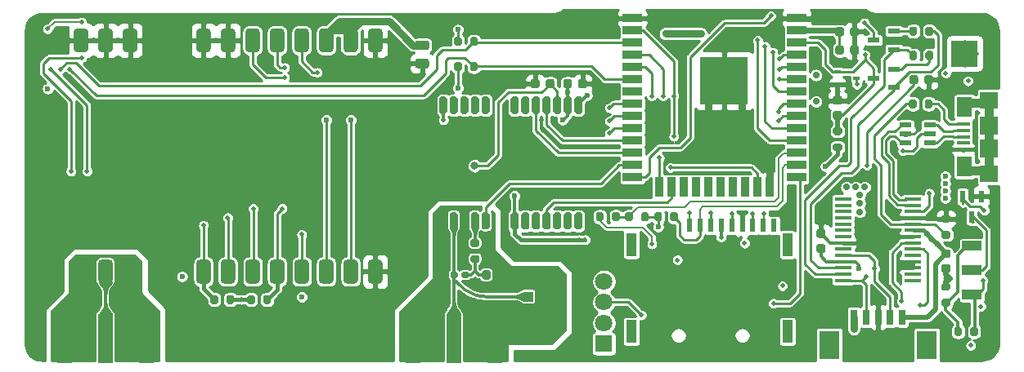
<source format=gbl>
G04 #@! TF.GenerationSoftware,KiCad,Pcbnew,(5.1.10)-1*
G04 #@! TF.CreationDate,2022-02-22T01:10:42-03:00*
G04 #@! TF.ProjectId,Alcantara_v.1.0,416c6361-6e74-4617-9261-5f762e312e30,rev?*
G04 #@! TF.SameCoordinates,Original*
G04 #@! TF.FileFunction,Copper,L4,Bot*
G04 #@! TF.FilePolarity,Positive*
%FSLAX46Y46*%
G04 Gerber Fmt 4.6, Leading zero omitted, Abs format (unit mm)*
G04 Created by KiCad (PCBNEW (5.1.10)-1) date 2022-02-22 01:10:42*
%MOMM*%
%LPD*%
G01*
G04 APERTURE LIST*
G04 #@! TA.AperFunction,SMDPad,CuDef*
%ADD10R,0.600000X1.250000*%
G04 #@! TD*
G04 #@! TA.AperFunction,SMDPad,CuDef*
%ADD11R,1.100000X2.400000*%
G04 #@! TD*
G04 #@! TA.AperFunction,SMDPad,CuDef*
%ADD12R,0.620000X1.400000*%
G04 #@! TD*
G04 #@! TA.AperFunction,ComponentPad*
%ADD13C,1.800000*%
G04 #@! TD*
G04 #@! TA.AperFunction,ComponentPad*
%ADD14R,1.800000X1.800000*%
G04 #@! TD*
G04 #@! TA.AperFunction,SMDPad,CuDef*
%ADD15R,2.000000X1.000000*%
G04 #@! TD*
G04 #@! TA.AperFunction,SMDPad,CuDef*
%ADD16R,2.100000X3.000000*%
G04 #@! TD*
G04 #@! TA.AperFunction,SMDPad,CuDef*
%ADD17R,0.800000X1.600000*%
G04 #@! TD*
G04 #@! TA.AperFunction,SMDPad,CuDef*
%ADD18R,1.250000X0.500000*%
G04 #@! TD*
G04 #@! TA.AperFunction,SMDPad,CuDef*
%ADD19R,1.750000X0.450000*%
G04 #@! TD*
G04 #@! TA.AperFunction,SMDPad,CuDef*
%ADD20R,5.000000X5.000000*%
G04 #@! TD*
G04 #@! TA.AperFunction,SMDPad,CuDef*
%ADD21R,2.000000X0.900000*%
G04 #@! TD*
G04 #@! TA.AperFunction,SMDPad,CuDef*
%ADD22R,0.900000X2.000000*%
G04 #@! TD*
G04 #@! TA.AperFunction,SMDPad,CuDef*
%ADD23R,0.700000X0.450000*%
G04 #@! TD*
G04 #@! TA.AperFunction,SMDPad,CuDef*
%ADD24R,1.500000X5.080000*%
G04 #@! TD*
G04 #@! TA.AperFunction,SMDPad,CuDef*
%ADD25R,2.700000X2.700000*%
G04 #@! TD*
G04 #@! TA.AperFunction,ComponentPad*
%ADD26C,0.500000*%
G04 #@! TD*
G04 #@! TA.AperFunction,SMDPad,CuDef*
%ADD27R,1.300000X0.600000*%
G04 #@! TD*
G04 #@! TA.AperFunction,SMDPad,CuDef*
%ADD28R,1.900000X1.800000*%
G04 #@! TD*
G04 #@! TA.AperFunction,SMDPad,CuDef*
%ADD29R,1.900000X1.900000*%
G04 #@! TD*
G04 #@! TA.AperFunction,SMDPad,CuDef*
%ADD30R,1.600000X2.100000*%
G04 #@! TD*
G04 #@! TA.AperFunction,SMDPad,CuDef*
%ADD31R,1.350000X0.400000*%
G04 #@! TD*
G04 #@! TA.AperFunction,SMDPad,CuDef*
%ADD32R,2.200000X1.050000*%
G04 #@! TD*
G04 #@! TA.AperFunction,SMDPad,CuDef*
%ADD33R,1.050000X1.000000*%
G04 #@! TD*
G04 #@! TA.AperFunction,ViaPad*
%ADD34C,0.800000*%
G04 #@! TD*
G04 #@! TA.AperFunction,ViaPad*
%ADD35C,0.600000*%
G04 #@! TD*
G04 #@! TA.AperFunction,ViaPad*
%ADD36C,0.500000*%
G04 #@! TD*
G04 #@! TA.AperFunction,ViaPad*
%ADD37C,0.700000*%
G04 #@! TD*
G04 #@! TA.AperFunction,Conductor*
%ADD38C,0.250000*%
G04 #@! TD*
G04 #@! TA.AperFunction,Conductor*
%ADD39C,0.750000*%
G04 #@! TD*
G04 #@! TA.AperFunction,Conductor*
%ADD40C,0.400000*%
G04 #@! TD*
G04 #@! TA.AperFunction,Conductor*
%ADD41C,0.600000*%
G04 #@! TD*
G04 #@! TA.AperFunction,Conductor*
%ADD42C,0.200000*%
G04 #@! TD*
G04 #@! TA.AperFunction,Conductor*
%ADD43C,0.500000*%
G04 #@! TD*
G04 #@! TA.AperFunction,Conductor*
%ADD44C,0.800000*%
G04 #@! TD*
G04 #@! TA.AperFunction,Conductor*
%ADD45C,0.380000*%
G04 #@! TD*
G04 #@! TA.AperFunction,Conductor*
%ADD46C,0.300000*%
G04 #@! TD*
G04 #@! TA.AperFunction,Conductor*
%ADD47C,0.350000*%
G04 #@! TD*
G04 #@! TA.AperFunction,Conductor*
%ADD48C,0.335590*%
G04 #@! TD*
G04 #@! TA.AperFunction,Conductor*
%ADD49C,0.293370*%
G04 #@! TD*
G04 #@! TA.AperFunction,Conductor*
%ADD50C,0.261112*%
G04 #@! TD*
G04 #@! TA.AperFunction,Conductor*
%ADD51C,0.900000*%
G04 #@! TD*
G04 #@! TA.AperFunction,Conductor*
%ADD52C,0.254000*%
G04 #@! TD*
G04 #@! TA.AperFunction,Conductor*
%ADD53C,0.100000*%
G04 #@! TD*
G04 #@! TA.AperFunction,Conductor*
%ADD54C,0.025400*%
G04 #@! TD*
G04 APERTURE END LIST*
D10*
X151870000Y-50702000D03*
X152820000Y-48602000D03*
X150920000Y-48602000D03*
D11*
X116620000Y-53609400D03*
X116620000Y-62609400D03*
X132770000Y-62609400D03*
X132770000Y-53609400D03*
D12*
X131390000Y-51609400D03*
X130290000Y-51609400D03*
X129190000Y-51609400D03*
X128090000Y-51609400D03*
X126990000Y-51609400D03*
X125890000Y-51609400D03*
X124790000Y-51609400D03*
X123690000Y-51609400D03*
X122590000Y-51609400D03*
D13*
X113775000Y-57404000D03*
X113775000Y-59563000D03*
X113775000Y-61722000D03*
D14*
X113775000Y-63881000D03*
G04 #@! TA.AperFunction,SMDPad,CuDef*
G36*
G01*
X59273000Y-55138000D02*
X60023000Y-55138000D01*
G75*
G02*
X60398000Y-55513000I0J-375000D01*
G01*
X60398000Y-57263000D01*
G75*
G02*
X60023000Y-57638000I-375000J0D01*
G01*
X59273000Y-57638000D01*
G75*
G02*
X58898000Y-57263000I0J375000D01*
G01*
X58898000Y-55513000D01*
G75*
G02*
X59273000Y-55138000I375000J0D01*
G01*
G37*
G04 #@! TD.AperFunction*
G04 #@! TA.AperFunction,SMDPad,CuDef*
G36*
G01*
X61803000Y-55138000D02*
X62553000Y-55138000D01*
G75*
G02*
X62928000Y-55513000I0J-375000D01*
G01*
X62928000Y-57263000D01*
G75*
G02*
X62553000Y-57638000I-375000J0D01*
G01*
X61803000Y-57638000D01*
G75*
G02*
X61428000Y-57263000I0J375000D01*
G01*
X61428000Y-55513000D01*
G75*
G02*
X61803000Y-55138000I375000J0D01*
G01*
G37*
G04 #@! TD.AperFunction*
G04 #@! TA.AperFunction,SMDPad,CuDef*
G36*
G01*
X64343000Y-55138000D02*
X65093000Y-55138000D01*
G75*
G02*
X65468000Y-55513000I0J-375000D01*
G01*
X65468000Y-57263000D01*
G75*
G02*
X65093000Y-57638000I-375000J0D01*
G01*
X64343000Y-57638000D01*
G75*
G02*
X63968000Y-57263000I0J375000D01*
G01*
X63968000Y-55513000D01*
G75*
G02*
X64343000Y-55138000I375000J0D01*
G01*
G37*
G04 #@! TD.AperFunction*
G04 #@! TA.AperFunction,SMDPad,CuDef*
G36*
G01*
X71943000Y-55138000D02*
X72693000Y-55138000D01*
G75*
G02*
X73068000Y-55513000I0J-375000D01*
G01*
X73068000Y-57263000D01*
G75*
G02*
X72693000Y-57638000I-375000J0D01*
G01*
X71943000Y-57638000D01*
G75*
G02*
X71568000Y-57263000I0J375000D01*
G01*
X71568000Y-55513000D01*
G75*
G02*
X71943000Y-55138000I375000J0D01*
G01*
G37*
G04 #@! TD.AperFunction*
G04 #@! TA.AperFunction,SMDPad,CuDef*
G36*
G01*
X74473000Y-55138000D02*
X75223000Y-55138000D01*
G75*
G02*
X75598000Y-55513000I0J-375000D01*
G01*
X75598000Y-57263000D01*
G75*
G02*
X75223000Y-57638000I-375000J0D01*
G01*
X74473000Y-57638000D01*
G75*
G02*
X74098000Y-57263000I0J375000D01*
G01*
X74098000Y-55513000D01*
G75*
G02*
X74473000Y-55138000I375000J0D01*
G01*
G37*
G04 #@! TD.AperFunction*
G04 #@! TA.AperFunction,SMDPad,CuDef*
G36*
G01*
X77033000Y-55138000D02*
X77783000Y-55138000D01*
G75*
G02*
X78158000Y-55513000I0J-375000D01*
G01*
X78158000Y-57263000D01*
G75*
G02*
X77783000Y-57638000I-375000J0D01*
G01*
X77033000Y-57638000D01*
G75*
G02*
X76658000Y-57263000I0J375000D01*
G01*
X76658000Y-55513000D01*
G75*
G02*
X77033000Y-55138000I375000J0D01*
G01*
G37*
G04 #@! TD.AperFunction*
G04 #@! TA.AperFunction,SMDPad,CuDef*
G36*
G01*
X79563000Y-55138000D02*
X80313000Y-55138000D01*
G75*
G02*
X80688000Y-55513000I0J-375000D01*
G01*
X80688000Y-57263000D01*
G75*
G02*
X80313000Y-57638000I-375000J0D01*
G01*
X79563000Y-57638000D01*
G75*
G02*
X79188000Y-57263000I0J375000D01*
G01*
X79188000Y-55513000D01*
G75*
G02*
X79563000Y-55138000I375000J0D01*
G01*
G37*
G04 #@! TD.AperFunction*
G04 #@! TA.AperFunction,SMDPad,CuDef*
G36*
G01*
X82113000Y-55138000D02*
X82863000Y-55138000D01*
G75*
G02*
X83238000Y-55513000I0J-375000D01*
G01*
X83238000Y-57263000D01*
G75*
G02*
X82863000Y-57638000I-375000J0D01*
G01*
X82113000Y-57638000D01*
G75*
G02*
X81738000Y-57263000I0J375000D01*
G01*
X81738000Y-55513000D01*
G75*
G02*
X82113000Y-55138000I375000J0D01*
G01*
G37*
G04 #@! TD.AperFunction*
G04 #@! TA.AperFunction,SMDPad,CuDef*
G36*
G01*
X84643000Y-55138000D02*
X85393000Y-55138000D01*
G75*
G02*
X85768000Y-55513000I0J-375000D01*
G01*
X85768000Y-57263000D01*
G75*
G02*
X85393000Y-57638000I-375000J0D01*
G01*
X84643000Y-57638000D01*
G75*
G02*
X84268000Y-57263000I0J375000D01*
G01*
X84268000Y-55513000D01*
G75*
G02*
X84643000Y-55138000I375000J0D01*
G01*
G37*
G04 #@! TD.AperFunction*
G04 #@! TA.AperFunction,SMDPad,CuDef*
G36*
G01*
X87183000Y-55138000D02*
X87933000Y-55138000D01*
G75*
G02*
X88308000Y-55513000I0J-375000D01*
G01*
X88308000Y-57263000D01*
G75*
G02*
X87933000Y-57638000I-375000J0D01*
G01*
X87183000Y-57638000D01*
G75*
G02*
X86808000Y-57263000I0J375000D01*
G01*
X86808000Y-55513000D01*
G75*
G02*
X87183000Y-55138000I375000J0D01*
G01*
G37*
G04 #@! TD.AperFunction*
G04 #@! TA.AperFunction,SMDPad,CuDef*
G36*
G01*
X89723000Y-55138000D02*
X90473000Y-55138000D01*
G75*
G02*
X90848000Y-55513000I0J-375000D01*
G01*
X90848000Y-57263000D01*
G75*
G02*
X90473000Y-57638000I-375000J0D01*
G01*
X89723000Y-57638000D01*
G75*
G02*
X89348000Y-57263000I0J375000D01*
G01*
X89348000Y-55513000D01*
G75*
G02*
X89723000Y-55138000I375000J0D01*
G01*
G37*
G04 #@! TD.AperFunction*
G04 #@! TA.AperFunction,SMDPad,CuDef*
G36*
G01*
X89733000Y-31138000D02*
X90483000Y-31138000D01*
G75*
G02*
X90858000Y-31513000I0J-375000D01*
G01*
X90858000Y-33263000D01*
G75*
G02*
X90483000Y-33638000I-375000J0D01*
G01*
X89733000Y-33638000D01*
G75*
G02*
X89358000Y-33263000I0J375000D01*
G01*
X89358000Y-31513000D01*
G75*
G02*
X89733000Y-31138000I375000J0D01*
G01*
G37*
G04 #@! TD.AperFunction*
G04 #@! TA.AperFunction,SMDPad,CuDef*
G36*
G01*
X87173000Y-31138000D02*
X87923000Y-31138000D01*
G75*
G02*
X88298000Y-31513000I0J-375000D01*
G01*
X88298000Y-33263000D01*
G75*
G02*
X87923000Y-33638000I-375000J0D01*
G01*
X87173000Y-33638000D01*
G75*
G02*
X86798000Y-33263000I0J375000D01*
G01*
X86798000Y-31513000D01*
G75*
G02*
X87173000Y-31138000I375000J0D01*
G01*
G37*
G04 #@! TD.AperFunction*
G04 #@! TA.AperFunction,SMDPad,CuDef*
G36*
G01*
X84643000Y-31138000D02*
X85393000Y-31138000D01*
G75*
G02*
X85768000Y-31513000I0J-375000D01*
G01*
X85768000Y-33263000D01*
G75*
G02*
X85393000Y-33638000I-375000J0D01*
G01*
X84643000Y-33638000D01*
G75*
G02*
X84268000Y-33263000I0J375000D01*
G01*
X84268000Y-31513000D01*
G75*
G02*
X84643000Y-31138000I375000J0D01*
G01*
G37*
G04 #@! TD.AperFunction*
G04 #@! TA.AperFunction,SMDPad,CuDef*
G36*
G01*
X82103000Y-31138000D02*
X82853000Y-31138000D01*
G75*
G02*
X83228000Y-31513000I0J-375000D01*
G01*
X83228000Y-33263000D01*
G75*
G02*
X82853000Y-33638000I-375000J0D01*
G01*
X82103000Y-33638000D01*
G75*
G02*
X81728000Y-33263000I0J375000D01*
G01*
X81728000Y-31513000D01*
G75*
G02*
X82103000Y-31138000I375000J0D01*
G01*
G37*
G04 #@! TD.AperFunction*
G04 #@! TA.AperFunction,SMDPad,CuDef*
G36*
G01*
X79563000Y-31138000D02*
X80313000Y-31138000D01*
G75*
G02*
X80688000Y-31513000I0J-375000D01*
G01*
X80688000Y-33263000D01*
G75*
G02*
X80313000Y-33638000I-375000J0D01*
G01*
X79563000Y-33638000D01*
G75*
G02*
X79188000Y-33263000I0J375000D01*
G01*
X79188000Y-31513000D01*
G75*
G02*
X79563000Y-31138000I375000J0D01*
G01*
G37*
G04 #@! TD.AperFunction*
G04 #@! TA.AperFunction,SMDPad,CuDef*
G36*
G01*
X77023000Y-31138000D02*
X77773000Y-31138000D01*
G75*
G02*
X78148000Y-31513000I0J-375000D01*
G01*
X78148000Y-33263000D01*
G75*
G02*
X77773000Y-33638000I-375000J0D01*
G01*
X77023000Y-33638000D01*
G75*
G02*
X76648000Y-33263000I0J375000D01*
G01*
X76648000Y-31513000D01*
G75*
G02*
X77023000Y-31138000I375000J0D01*
G01*
G37*
G04 #@! TD.AperFunction*
G04 #@! TA.AperFunction,SMDPad,CuDef*
G36*
G01*
X74493000Y-31138000D02*
X75243000Y-31138000D01*
G75*
G02*
X75618000Y-31513000I0J-375000D01*
G01*
X75618000Y-33263000D01*
G75*
G02*
X75243000Y-33638000I-375000J0D01*
G01*
X74493000Y-33638000D01*
G75*
G02*
X74118000Y-33263000I0J375000D01*
G01*
X74118000Y-31513000D01*
G75*
G02*
X74493000Y-31138000I375000J0D01*
G01*
G37*
G04 #@! TD.AperFunction*
G04 #@! TA.AperFunction,SMDPad,CuDef*
G36*
G01*
X71953000Y-31138000D02*
X72703000Y-31138000D01*
G75*
G02*
X73078000Y-31513000I0J-375000D01*
G01*
X73078000Y-33263000D01*
G75*
G02*
X72703000Y-33638000I-375000J0D01*
G01*
X71953000Y-33638000D01*
G75*
G02*
X71578000Y-33263000I0J375000D01*
G01*
X71578000Y-31513000D01*
G75*
G02*
X71953000Y-31138000I375000J0D01*
G01*
G37*
G04 #@! TD.AperFunction*
G04 #@! TA.AperFunction,SMDPad,CuDef*
G36*
G01*
X64343000Y-31138000D02*
X65093000Y-31138000D01*
G75*
G02*
X65468000Y-31513000I0J-375000D01*
G01*
X65468000Y-33263000D01*
G75*
G02*
X65093000Y-33638000I-375000J0D01*
G01*
X64343000Y-33638000D01*
G75*
G02*
X63968000Y-33263000I0J375000D01*
G01*
X63968000Y-31513000D01*
G75*
G02*
X64343000Y-31138000I375000J0D01*
G01*
G37*
G04 #@! TD.AperFunction*
G04 #@! TA.AperFunction,SMDPad,CuDef*
G36*
G01*
X61803000Y-31138000D02*
X62553000Y-31138000D01*
G75*
G02*
X62928000Y-31513000I0J-375000D01*
G01*
X62928000Y-33263000D01*
G75*
G02*
X62553000Y-33638000I-375000J0D01*
G01*
X61803000Y-33638000D01*
G75*
G02*
X61428000Y-33263000I0J375000D01*
G01*
X61428000Y-31513000D01*
G75*
G02*
X61803000Y-31138000I375000J0D01*
G01*
G37*
G04 #@! TD.AperFunction*
G04 #@! TA.AperFunction,SMDPad,CuDef*
G36*
G01*
X59263000Y-31138000D02*
X60013000Y-31138000D01*
G75*
G02*
X60388000Y-31513000I0J-375000D01*
G01*
X60388000Y-33263000D01*
G75*
G02*
X60013000Y-33638000I-375000J0D01*
G01*
X59263000Y-33638000D01*
G75*
G02*
X58888000Y-33263000I0J375000D01*
G01*
X58888000Y-31513000D01*
G75*
G02*
X59263000Y-31138000I375000J0D01*
G01*
G37*
G04 #@! TD.AperFunction*
D15*
X151860400Y-56261000D03*
X151860400Y-53721000D03*
X151860400Y-58801000D03*
D16*
X137103000Y-64008000D03*
X147203000Y-64008000D03*
D17*
X139653000Y-61108000D03*
X140903000Y-61108000D03*
X142153000Y-61108000D03*
X143403000Y-61108000D03*
X144653000Y-61108000D03*
D18*
X147490500Y-43050500D03*
X147490500Y-42100500D03*
X147490500Y-41150500D03*
X144990500Y-41150500D03*
X144990500Y-42100500D03*
X144990500Y-43050500D03*
D19*
X145719500Y-57311000D03*
X145719500Y-56661000D03*
X145719500Y-56011000D03*
X145719500Y-55361000D03*
X145719500Y-54711000D03*
X145719500Y-54061000D03*
X145719500Y-53411000D03*
X145719500Y-52761000D03*
X145719500Y-52111000D03*
X145719500Y-51461000D03*
X145719500Y-50811000D03*
X145719500Y-50161000D03*
X145719500Y-49511000D03*
X145719500Y-48861000D03*
X138519500Y-48861000D03*
X138519500Y-49511000D03*
X138519500Y-50161000D03*
X138519500Y-50811000D03*
X138519500Y-51461000D03*
X138519500Y-52111000D03*
X138519500Y-52761000D03*
X138519500Y-53411000D03*
X138519500Y-54061000D03*
X138519500Y-54711000D03*
X138519500Y-55361000D03*
X138519500Y-56011000D03*
X138519500Y-56661000D03*
X138519500Y-57311000D03*
D20*
X126222000Y-36599000D03*
D21*
X116722000Y-46609000D03*
X116722000Y-45339000D03*
X116722000Y-44069000D03*
X116722000Y-42799000D03*
X116722000Y-41529000D03*
X116722000Y-40259000D03*
X116722000Y-38989000D03*
X116722000Y-37719000D03*
X116722000Y-36449000D03*
X116722000Y-35179000D03*
X116722000Y-33909000D03*
X116722000Y-32639000D03*
X116722000Y-31369000D03*
X116722000Y-30099000D03*
X133722000Y-46609000D03*
X133722000Y-45339000D03*
X133722000Y-44069000D03*
X133722000Y-42799000D03*
X133722000Y-41529000D03*
X133722000Y-40259000D03*
X133722000Y-38989000D03*
X133722000Y-37719000D03*
X133722000Y-36449000D03*
X133722000Y-35179000D03*
X133722000Y-33909000D03*
X133722000Y-32639000D03*
X133722000Y-31369000D03*
D22*
X119507000Y-47609000D03*
X120777000Y-47609000D03*
X122047000Y-47609000D03*
X123317000Y-47609000D03*
X124587000Y-47609000D03*
X125857000Y-47609000D03*
X127127000Y-47609000D03*
X128397000Y-47609000D03*
X129667000Y-47609000D03*
X130937000Y-47609000D03*
D21*
X133722000Y-30099000D03*
G04 #@! TA.AperFunction,SMDPad,CuDef*
G36*
G01*
X148893000Y-57563300D02*
X149443000Y-57563300D01*
G75*
G02*
X149643000Y-57763300I0J-200000D01*
G01*
X149643000Y-58163300D01*
G75*
G02*
X149443000Y-58363300I-200000J0D01*
G01*
X148893000Y-58363300D01*
G75*
G02*
X148693000Y-58163300I0J200000D01*
G01*
X148693000Y-57763300D01*
G75*
G02*
X148893000Y-57563300I200000J0D01*
G01*
G37*
G04 #@! TD.AperFunction*
G04 #@! TA.AperFunction,SMDPad,CuDef*
G36*
G01*
X148893000Y-59213300D02*
X149443000Y-59213300D01*
G75*
G02*
X149643000Y-59413300I0J-200000D01*
G01*
X149643000Y-59813300D01*
G75*
G02*
X149443000Y-60013300I-200000J0D01*
G01*
X148893000Y-60013300D01*
G75*
G02*
X148693000Y-59813300I0J200000D01*
G01*
X148693000Y-59413300D01*
G75*
G02*
X148893000Y-59213300I200000J0D01*
G01*
G37*
G04 #@! TD.AperFunction*
D23*
X139938000Y-36322000D03*
X137938000Y-35672000D03*
X137938000Y-36972000D03*
G04 #@! TA.AperFunction,SMDPad,CuDef*
G36*
G01*
X150038000Y-62886000D02*
X150038000Y-62336000D01*
G75*
G02*
X150238000Y-62136000I200000J0D01*
G01*
X150638000Y-62136000D01*
G75*
G02*
X150838000Y-62336000I0J-200000D01*
G01*
X150838000Y-62886000D01*
G75*
G02*
X150638000Y-63086000I-200000J0D01*
G01*
X150238000Y-63086000D01*
G75*
G02*
X150038000Y-62886000I0J200000D01*
G01*
G37*
G04 #@! TD.AperFunction*
G04 #@! TA.AperFunction,SMDPad,CuDef*
G36*
G01*
X151688000Y-62886000D02*
X151688000Y-62336000D01*
G75*
G02*
X151888000Y-62136000I200000J0D01*
G01*
X152288000Y-62136000D01*
G75*
G02*
X152488000Y-62336000I0J-200000D01*
G01*
X152488000Y-62886000D01*
G75*
G02*
X152288000Y-63086000I-200000J0D01*
G01*
X151888000Y-63086000D01*
G75*
G02*
X151688000Y-62886000I0J200000D01*
G01*
G37*
G04 #@! TD.AperFunction*
G04 #@! TA.AperFunction,SMDPad,CuDef*
G36*
G01*
X116764500Y-50410700D02*
X116764500Y-50960700D01*
G75*
G02*
X116564500Y-51160700I-200000J0D01*
G01*
X116164500Y-51160700D01*
G75*
G02*
X115964500Y-50960700I0J200000D01*
G01*
X115964500Y-50410700D01*
G75*
G02*
X116164500Y-50210700I200000J0D01*
G01*
X116564500Y-50210700D01*
G75*
G02*
X116764500Y-50410700I0J-200000D01*
G01*
G37*
G04 #@! TD.AperFunction*
G04 #@! TA.AperFunction,SMDPad,CuDef*
G36*
G01*
X118414500Y-50410700D02*
X118414500Y-50960700D01*
G75*
G02*
X118214500Y-51160700I-200000J0D01*
G01*
X117814500Y-51160700D01*
G75*
G02*
X117614500Y-50960700I0J200000D01*
G01*
X117614500Y-50410700D01*
G75*
G02*
X117814500Y-50210700I200000J0D01*
G01*
X118214500Y-50210700D01*
G75*
G02*
X118414500Y-50410700I0J-200000D01*
G01*
G37*
G04 #@! TD.AperFunction*
G04 #@! TA.AperFunction,SMDPad,CuDef*
G36*
G01*
X98250000Y-32775000D02*
X98250000Y-32225000D01*
G75*
G02*
X98450000Y-32025000I200000J0D01*
G01*
X98850000Y-32025000D01*
G75*
G02*
X99050000Y-32225000I0J-200000D01*
G01*
X99050000Y-32775000D01*
G75*
G02*
X98850000Y-32975000I-200000J0D01*
G01*
X98450000Y-32975000D01*
G75*
G02*
X98250000Y-32775000I0J200000D01*
G01*
G37*
G04 #@! TD.AperFunction*
G04 #@! TA.AperFunction,SMDPad,CuDef*
G36*
G01*
X99900000Y-32775000D02*
X99900000Y-32225000D01*
G75*
G02*
X100100000Y-32025000I200000J0D01*
G01*
X100500000Y-32025000D01*
G75*
G02*
X100700000Y-32225000I0J-200000D01*
G01*
X100700000Y-32775000D01*
G75*
G02*
X100500000Y-32975000I-200000J0D01*
G01*
X100100000Y-32975000D01*
G75*
G02*
X99900000Y-32775000I0J200000D01*
G01*
G37*
G04 #@! TD.AperFunction*
G04 #@! TA.AperFunction,SMDPad,CuDef*
G36*
G01*
X99900000Y-35375000D02*
X99900000Y-34825000D01*
G75*
G02*
X100100000Y-34625000I200000J0D01*
G01*
X100500000Y-34625000D01*
G75*
G02*
X100700000Y-34825000I0J-200000D01*
G01*
X100700000Y-35375000D01*
G75*
G02*
X100500000Y-35575000I-200000J0D01*
G01*
X100100000Y-35575000D01*
G75*
G02*
X99900000Y-35375000I0J200000D01*
G01*
G37*
G04 #@! TD.AperFunction*
G04 #@! TA.AperFunction,SMDPad,CuDef*
G36*
G01*
X98250000Y-35375000D02*
X98250000Y-34825000D01*
G75*
G02*
X98450000Y-34625000I200000J0D01*
G01*
X98850000Y-34625000D01*
G75*
G02*
X99050000Y-34825000I0J-200000D01*
G01*
X99050000Y-35375000D01*
G75*
G02*
X98850000Y-35575000I-200000J0D01*
G01*
X98450000Y-35575000D01*
G75*
G02*
X98250000Y-35375000I0J200000D01*
G01*
G37*
G04 #@! TD.AperFunction*
G04 #@! TA.AperFunction,SMDPad,CuDef*
G36*
G01*
X115398500Y-50410700D02*
X115398500Y-50960700D01*
G75*
G02*
X115198500Y-51160700I-200000J0D01*
G01*
X114798500Y-51160700D01*
G75*
G02*
X114598500Y-50960700I0J200000D01*
G01*
X114598500Y-50410700D01*
G75*
G02*
X114798500Y-50210700I200000J0D01*
G01*
X115198500Y-50210700D01*
G75*
G02*
X115398500Y-50410700I0J-200000D01*
G01*
G37*
G04 #@! TD.AperFunction*
G04 #@! TA.AperFunction,SMDPad,CuDef*
G36*
G01*
X113748500Y-50410700D02*
X113748500Y-50960700D01*
G75*
G02*
X113548500Y-51160700I-200000J0D01*
G01*
X113148500Y-51160700D01*
G75*
G02*
X112948500Y-50960700I0J200000D01*
G01*
X112948500Y-50410700D01*
G75*
G02*
X113148500Y-50210700I200000J0D01*
G01*
X113548500Y-50210700D01*
G75*
G02*
X113748500Y-50410700I0J-200000D01*
G01*
G37*
G04 #@! TD.AperFunction*
D24*
X98235640Y-63347600D03*
X93985640Y-63347600D03*
X102485640Y-63347600D03*
X62193240Y-63342520D03*
X57943240Y-63342520D03*
X66443240Y-63342520D03*
G04 #@! TA.AperFunction,SMDPad,CuDef*
G36*
G01*
X98645080Y-56578520D02*
X98645080Y-56898520D01*
G75*
G02*
X98485080Y-57058520I-160000J0D01*
G01*
X98040080Y-57058520D01*
G75*
G02*
X97880080Y-56898520I0J160000D01*
G01*
X97880080Y-56578520D01*
G75*
G02*
X98040080Y-56418520I160000J0D01*
G01*
X98485080Y-56418520D01*
G75*
G02*
X98645080Y-56578520I0J-160000D01*
G01*
G37*
G04 #@! TD.AperFunction*
G04 #@! TA.AperFunction,SMDPad,CuDef*
G36*
G01*
X99790080Y-56578520D02*
X99790080Y-56898520D01*
G75*
G02*
X99630080Y-57058520I-160000J0D01*
G01*
X99185080Y-57058520D01*
G75*
G02*
X99025080Y-56898520I0J160000D01*
G01*
X99025080Y-56578520D01*
G75*
G02*
X99185080Y-56418520I160000J0D01*
G01*
X99630080Y-56418520D01*
G75*
G02*
X99790080Y-56578520I0J-160000D01*
G01*
G37*
G04 #@! TD.AperFunction*
D25*
X151119000Y-33750000D03*
D26*
X150019000Y-34850000D03*
X150019000Y-33750000D03*
X150019000Y-32650000D03*
X151119000Y-34850000D03*
X151119000Y-33750000D03*
X151119000Y-32650000D03*
X152219000Y-34850000D03*
X152219000Y-33750000D03*
X152219000Y-32650000D03*
D27*
X143798000Y-31435000D03*
X143798000Y-33335000D03*
X141698000Y-32385000D03*
X143798000Y-35372000D03*
X143798000Y-37272000D03*
X141698000Y-36322000D03*
D28*
X153650000Y-38600000D03*
X153650000Y-46200000D03*
D29*
X153650000Y-41200000D03*
X153650000Y-43600000D03*
D30*
X151100000Y-39300000D03*
X151100000Y-45500000D03*
D31*
X150975000Y-41100000D03*
X150975000Y-43050000D03*
X150975000Y-43700000D03*
X150975000Y-41750000D03*
X150975000Y-42400000D03*
G04 #@! TA.AperFunction,SMDPad,CuDef*
G36*
G01*
X111328200Y-40030200D02*
X110928200Y-40030200D01*
G75*
G02*
X110728200Y-39830200I0J200000D01*
G01*
X110728200Y-38430200D01*
G75*
G02*
X110928200Y-38230200I200000J0D01*
G01*
X111328200Y-38230200D01*
G75*
G02*
X111528200Y-38430200I0J-200000D01*
G01*
X111528200Y-39830200D01*
G75*
G02*
X111328200Y-40030200I-200000J0D01*
G01*
G37*
G04 #@! TD.AperFunction*
G04 #@! TA.AperFunction,SMDPad,CuDef*
G36*
G01*
X110228200Y-40030200D02*
X109828200Y-40030200D01*
G75*
G02*
X109628200Y-39830200I0J200000D01*
G01*
X109628200Y-38430200D01*
G75*
G02*
X109828200Y-38230200I200000J0D01*
G01*
X110228200Y-38230200D01*
G75*
G02*
X110428200Y-38430200I0J-200000D01*
G01*
X110428200Y-39830200D01*
G75*
G02*
X110228200Y-40030200I-200000J0D01*
G01*
G37*
G04 #@! TD.AperFunction*
G04 #@! TA.AperFunction,SMDPad,CuDef*
G36*
G01*
X109128200Y-40030200D02*
X108728200Y-40030200D01*
G75*
G02*
X108528200Y-39830200I0J200000D01*
G01*
X108528200Y-38430200D01*
G75*
G02*
X108728200Y-38230200I200000J0D01*
G01*
X109128200Y-38230200D01*
G75*
G02*
X109328200Y-38430200I0J-200000D01*
G01*
X109328200Y-39830200D01*
G75*
G02*
X109128200Y-40030200I-200000J0D01*
G01*
G37*
G04 #@! TD.AperFunction*
G04 #@! TA.AperFunction,SMDPad,CuDef*
G36*
G01*
X108028200Y-40030200D02*
X107628200Y-40030200D01*
G75*
G02*
X107428200Y-39830200I0J200000D01*
G01*
X107428200Y-38430200D01*
G75*
G02*
X107628200Y-38230200I200000J0D01*
G01*
X108028200Y-38230200D01*
G75*
G02*
X108228200Y-38430200I0J-200000D01*
G01*
X108228200Y-39830200D01*
G75*
G02*
X108028200Y-40030200I-200000J0D01*
G01*
G37*
G04 #@! TD.AperFunction*
G04 #@! TA.AperFunction,SMDPad,CuDef*
G36*
G01*
X106928200Y-40030200D02*
X106528200Y-40030200D01*
G75*
G02*
X106328200Y-39830200I0J200000D01*
G01*
X106328200Y-38430200D01*
G75*
G02*
X106528200Y-38230200I200000J0D01*
G01*
X106928200Y-38230200D01*
G75*
G02*
X107128200Y-38430200I0J-200000D01*
G01*
X107128200Y-39830200D01*
G75*
G02*
X106928200Y-40030200I-200000J0D01*
G01*
G37*
G04 #@! TD.AperFunction*
G04 #@! TA.AperFunction,SMDPad,CuDef*
G36*
G01*
X105828200Y-40030200D02*
X105428200Y-40030200D01*
G75*
G02*
X105228200Y-39830200I0J200000D01*
G01*
X105228200Y-38430200D01*
G75*
G02*
X105428200Y-38230200I200000J0D01*
G01*
X105828200Y-38230200D01*
G75*
G02*
X106028200Y-38430200I0J-200000D01*
G01*
X106028200Y-39830200D01*
G75*
G02*
X105828200Y-40030200I-200000J0D01*
G01*
G37*
G04 #@! TD.AperFunction*
G04 #@! TA.AperFunction,SMDPad,CuDef*
G36*
G01*
X104728200Y-40030200D02*
X104328200Y-40030200D01*
G75*
G02*
X104128200Y-39830200I0J200000D01*
G01*
X104128200Y-38430200D01*
G75*
G02*
X104328200Y-38230200I200000J0D01*
G01*
X104728200Y-38230200D01*
G75*
G02*
X104928200Y-38430200I0J-200000D01*
G01*
X104928200Y-39830200D01*
G75*
G02*
X104728200Y-40030200I-200000J0D01*
G01*
G37*
G04 #@! TD.AperFunction*
G04 #@! TA.AperFunction,SMDPad,CuDef*
G36*
G01*
X101728200Y-40030200D02*
X101328200Y-40030200D01*
G75*
G02*
X101128200Y-39830200I0J200000D01*
G01*
X101128200Y-38430200D01*
G75*
G02*
X101328200Y-38230200I200000J0D01*
G01*
X101728200Y-38230200D01*
G75*
G02*
X101928200Y-38430200I0J-200000D01*
G01*
X101928200Y-39830200D01*
G75*
G02*
X101728200Y-40030200I-200000J0D01*
G01*
G37*
G04 #@! TD.AperFunction*
G04 #@! TA.AperFunction,SMDPad,CuDef*
G36*
G01*
X100628200Y-40030200D02*
X100228200Y-40030200D01*
G75*
G02*
X100028200Y-39830200I0J200000D01*
G01*
X100028200Y-38430200D01*
G75*
G02*
X100228200Y-38230200I200000J0D01*
G01*
X100628200Y-38230200D01*
G75*
G02*
X100828200Y-38430200I0J-200000D01*
G01*
X100828200Y-39830200D01*
G75*
G02*
X100628200Y-40030200I-200000J0D01*
G01*
G37*
G04 #@! TD.AperFunction*
G04 #@! TA.AperFunction,SMDPad,CuDef*
G36*
G01*
X99528200Y-40030200D02*
X99128200Y-40030200D01*
G75*
G02*
X98928200Y-39830200I0J200000D01*
G01*
X98928200Y-38430200D01*
G75*
G02*
X99128200Y-38230200I200000J0D01*
G01*
X99528200Y-38230200D01*
G75*
G02*
X99728200Y-38430200I0J-200000D01*
G01*
X99728200Y-39830200D01*
G75*
G02*
X99528200Y-40030200I-200000J0D01*
G01*
G37*
G04 #@! TD.AperFunction*
G04 #@! TA.AperFunction,SMDPad,CuDef*
G36*
G01*
X98428200Y-40030200D02*
X98028200Y-40030200D01*
G75*
G02*
X97828200Y-39830200I0J200000D01*
G01*
X97828200Y-38430200D01*
G75*
G02*
X98028200Y-38230200I200000J0D01*
G01*
X98428200Y-38230200D01*
G75*
G02*
X98628200Y-38430200I0J-200000D01*
G01*
X98628200Y-39830200D01*
G75*
G02*
X98428200Y-40030200I-200000J0D01*
G01*
G37*
G04 #@! TD.AperFunction*
G04 #@! TA.AperFunction,SMDPad,CuDef*
G36*
G01*
X97328200Y-40030200D02*
X96928200Y-40030200D01*
G75*
G02*
X96728200Y-39830200I0J200000D01*
G01*
X96728200Y-38430200D01*
G75*
G02*
X96928200Y-38230200I200000J0D01*
G01*
X97328200Y-38230200D01*
G75*
G02*
X97528200Y-38430200I0J-200000D01*
G01*
X97528200Y-39830200D01*
G75*
G02*
X97328200Y-40030200I-200000J0D01*
G01*
G37*
G04 #@! TD.AperFunction*
G04 #@! TA.AperFunction,SMDPad,CuDef*
G36*
G01*
X97328200Y-52030200D02*
X96928200Y-52030200D01*
G75*
G02*
X96728200Y-51830200I0J200000D01*
G01*
X96728200Y-50430200D01*
G75*
G02*
X96928200Y-50230200I200000J0D01*
G01*
X97328200Y-50230200D01*
G75*
G02*
X97528200Y-50430200I0J-200000D01*
G01*
X97528200Y-51830200D01*
G75*
G02*
X97328200Y-52030200I-200000J0D01*
G01*
G37*
G04 #@! TD.AperFunction*
G04 #@! TA.AperFunction,SMDPad,CuDef*
G36*
G01*
X98428200Y-52030200D02*
X98028200Y-52030200D01*
G75*
G02*
X97828200Y-51830200I0J200000D01*
G01*
X97828200Y-50430200D01*
G75*
G02*
X98028200Y-50230200I200000J0D01*
G01*
X98428200Y-50230200D01*
G75*
G02*
X98628200Y-50430200I0J-200000D01*
G01*
X98628200Y-51830200D01*
G75*
G02*
X98428200Y-52030200I-200000J0D01*
G01*
G37*
G04 #@! TD.AperFunction*
G04 #@! TA.AperFunction,SMDPad,CuDef*
G36*
G01*
X99528200Y-52030200D02*
X99128200Y-52030200D01*
G75*
G02*
X98928200Y-51830200I0J200000D01*
G01*
X98928200Y-50430200D01*
G75*
G02*
X99128200Y-50230200I200000J0D01*
G01*
X99528200Y-50230200D01*
G75*
G02*
X99728200Y-50430200I0J-200000D01*
G01*
X99728200Y-51830200D01*
G75*
G02*
X99528200Y-52030200I-200000J0D01*
G01*
G37*
G04 #@! TD.AperFunction*
G04 #@! TA.AperFunction,SMDPad,CuDef*
G36*
G01*
X100628200Y-52030200D02*
X100228200Y-52030200D01*
G75*
G02*
X100028200Y-51830200I0J200000D01*
G01*
X100028200Y-50430200D01*
G75*
G02*
X100228200Y-50230200I200000J0D01*
G01*
X100628200Y-50230200D01*
G75*
G02*
X100828200Y-50430200I0J-200000D01*
G01*
X100828200Y-51830200D01*
G75*
G02*
X100628200Y-52030200I-200000J0D01*
G01*
G37*
G04 #@! TD.AperFunction*
G04 #@! TA.AperFunction,SMDPad,CuDef*
G36*
G01*
X101728200Y-52030200D02*
X101328200Y-52030200D01*
G75*
G02*
X101128200Y-51830200I0J200000D01*
G01*
X101128200Y-50430200D01*
G75*
G02*
X101328200Y-50230200I200000J0D01*
G01*
X101728200Y-50230200D01*
G75*
G02*
X101928200Y-50430200I0J-200000D01*
G01*
X101928200Y-51830200D01*
G75*
G02*
X101728200Y-52030200I-200000J0D01*
G01*
G37*
G04 #@! TD.AperFunction*
G04 #@! TA.AperFunction,SMDPad,CuDef*
G36*
G01*
X104728200Y-52030200D02*
X104328200Y-52030200D01*
G75*
G02*
X104128200Y-51830200I0J200000D01*
G01*
X104128200Y-50430200D01*
G75*
G02*
X104328200Y-50230200I200000J0D01*
G01*
X104728200Y-50230200D01*
G75*
G02*
X104928200Y-50430200I0J-200000D01*
G01*
X104928200Y-51830200D01*
G75*
G02*
X104728200Y-52030200I-200000J0D01*
G01*
G37*
G04 #@! TD.AperFunction*
G04 #@! TA.AperFunction,SMDPad,CuDef*
G36*
G01*
X105828200Y-52030200D02*
X105428200Y-52030200D01*
G75*
G02*
X105228200Y-51830200I0J200000D01*
G01*
X105228200Y-50430200D01*
G75*
G02*
X105428200Y-50230200I200000J0D01*
G01*
X105828200Y-50230200D01*
G75*
G02*
X106028200Y-50430200I0J-200000D01*
G01*
X106028200Y-51830200D01*
G75*
G02*
X105828200Y-52030200I-200000J0D01*
G01*
G37*
G04 #@! TD.AperFunction*
G04 #@! TA.AperFunction,SMDPad,CuDef*
G36*
G01*
X106928200Y-52030200D02*
X106528200Y-52030200D01*
G75*
G02*
X106328200Y-51830200I0J200000D01*
G01*
X106328200Y-50430200D01*
G75*
G02*
X106528200Y-50230200I200000J0D01*
G01*
X106928200Y-50230200D01*
G75*
G02*
X107128200Y-50430200I0J-200000D01*
G01*
X107128200Y-51830200D01*
G75*
G02*
X106928200Y-52030200I-200000J0D01*
G01*
G37*
G04 #@! TD.AperFunction*
G04 #@! TA.AperFunction,SMDPad,CuDef*
G36*
G01*
X108028200Y-52030200D02*
X107628200Y-52030200D01*
G75*
G02*
X107428200Y-51830200I0J200000D01*
G01*
X107428200Y-50430200D01*
G75*
G02*
X107628200Y-50230200I200000J0D01*
G01*
X108028200Y-50230200D01*
G75*
G02*
X108228200Y-50430200I0J-200000D01*
G01*
X108228200Y-51830200D01*
G75*
G02*
X108028200Y-52030200I-200000J0D01*
G01*
G37*
G04 #@! TD.AperFunction*
G04 #@! TA.AperFunction,SMDPad,CuDef*
G36*
G01*
X109128200Y-52030200D02*
X108728200Y-52030200D01*
G75*
G02*
X108528200Y-51830200I0J200000D01*
G01*
X108528200Y-50430200D01*
G75*
G02*
X108728200Y-50230200I200000J0D01*
G01*
X109128200Y-50230200D01*
G75*
G02*
X109328200Y-50430200I0J-200000D01*
G01*
X109328200Y-51830200D01*
G75*
G02*
X109128200Y-52030200I-200000J0D01*
G01*
G37*
G04 #@! TD.AperFunction*
G04 #@! TA.AperFunction,SMDPad,CuDef*
G36*
G01*
X110228200Y-52030200D02*
X109828200Y-52030200D01*
G75*
G02*
X109628200Y-51830200I0J200000D01*
G01*
X109628200Y-50430200D01*
G75*
G02*
X109828200Y-50230200I200000J0D01*
G01*
X110228200Y-50230200D01*
G75*
G02*
X110428200Y-50430200I0J-200000D01*
G01*
X110428200Y-51830200D01*
G75*
G02*
X110228200Y-52030200I-200000J0D01*
G01*
G37*
G04 #@! TD.AperFunction*
G04 #@! TA.AperFunction,SMDPad,CuDef*
G36*
G01*
X111328200Y-52030200D02*
X110928200Y-52030200D01*
G75*
G02*
X110728200Y-51830200I0J200000D01*
G01*
X110728200Y-50430200D01*
G75*
G02*
X110928200Y-50230200I200000J0D01*
G01*
X111328200Y-50230200D01*
G75*
G02*
X111528200Y-50430200I0J-200000D01*
G01*
X111528200Y-51830200D01*
G75*
G02*
X111328200Y-52030200I-200000J0D01*
G01*
G37*
G04 #@! TD.AperFunction*
G04 #@! TA.AperFunction,SMDPad,CuDef*
G36*
G01*
X94475000Y-34300000D02*
X95425000Y-34300000D01*
G75*
G02*
X95675000Y-34550000I0J-250000D01*
G01*
X95675000Y-35050000D01*
G75*
G02*
X95425000Y-35300000I-250000J0D01*
G01*
X94475000Y-35300000D01*
G75*
G02*
X94225000Y-35050000I0J250000D01*
G01*
X94225000Y-34550000D01*
G75*
G02*
X94475000Y-34300000I250000J0D01*
G01*
G37*
G04 #@! TD.AperFunction*
G04 #@! TA.AperFunction,SMDPad,CuDef*
G36*
G01*
X94475000Y-32400000D02*
X95425000Y-32400000D01*
G75*
G02*
X95675000Y-32650000I0J-250000D01*
G01*
X95675000Y-33150000D01*
G75*
G02*
X95425000Y-33400000I-250000J0D01*
G01*
X94475000Y-33400000D01*
G75*
G02*
X94225000Y-33150000I0J250000D01*
G01*
X94225000Y-32650000D01*
G75*
G02*
X94475000Y-32400000I250000J0D01*
G01*
G37*
G04 #@! TD.AperFunction*
G04 #@! TA.AperFunction,SMDPad,CuDef*
G36*
G01*
X119780500Y-50410700D02*
X119780500Y-50960700D01*
G75*
G02*
X119580500Y-51160700I-200000J0D01*
G01*
X119180500Y-51160700D01*
G75*
G02*
X118980500Y-50960700I0J200000D01*
G01*
X118980500Y-50410700D01*
G75*
G02*
X119180500Y-50210700I200000J0D01*
G01*
X119580500Y-50210700D01*
G75*
G02*
X119780500Y-50410700I0J-200000D01*
G01*
G37*
G04 #@! TD.AperFunction*
G04 #@! TA.AperFunction,SMDPad,CuDef*
G36*
G01*
X121430500Y-50410700D02*
X121430500Y-50960700D01*
G75*
G02*
X121230500Y-51160700I-200000J0D01*
G01*
X120830500Y-51160700D01*
G75*
G02*
X120630500Y-50960700I0J200000D01*
G01*
X120630500Y-50410700D01*
G75*
G02*
X120830500Y-50210700I200000J0D01*
G01*
X121230500Y-50210700D01*
G75*
G02*
X121430500Y-50410700I0J-200000D01*
G01*
G37*
G04 #@! TD.AperFunction*
G04 #@! TA.AperFunction,SMDPad,CuDef*
G36*
G01*
X74693400Y-59558600D02*
X74693400Y-59008600D01*
G75*
G02*
X74893400Y-58808600I200000J0D01*
G01*
X75293400Y-58808600D01*
G75*
G02*
X75493400Y-59008600I0J-200000D01*
G01*
X75493400Y-59558600D01*
G75*
G02*
X75293400Y-59758600I-200000J0D01*
G01*
X74893400Y-59758600D01*
G75*
G02*
X74693400Y-59558600I0J200000D01*
G01*
G37*
G04 #@! TD.AperFunction*
G04 #@! TA.AperFunction,SMDPad,CuDef*
G36*
G01*
X73043400Y-59558600D02*
X73043400Y-59008600D01*
G75*
G02*
X73243400Y-58808600I200000J0D01*
G01*
X73643400Y-58808600D01*
G75*
G02*
X73843400Y-59008600I0J-200000D01*
G01*
X73843400Y-59558600D01*
G75*
G02*
X73643400Y-59758600I-200000J0D01*
G01*
X73243400Y-59758600D01*
G75*
G02*
X73043400Y-59558600I0J200000D01*
G01*
G37*
G04 #@! TD.AperFunction*
G04 #@! TA.AperFunction,SMDPad,CuDef*
G36*
G01*
X78503400Y-59558600D02*
X78503400Y-59008600D01*
G75*
G02*
X78703400Y-58808600I200000J0D01*
G01*
X79103400Y-58808600D01*
G75*
G02*
X79303400Y-59008600I0J-200000D01*
G01*
X79303400Y-59558600D01*
G75*
G02*
X79103400Y-59758600I-200000J0D01*
G01*
X78703400Y-59758600D01*
G75*
G02*
X78503400Y-59558600I0J200000D01*
G01*
G37*
G04 #@! TD.AperFunction*
G04 #@! TA.AperFunction,SMDPad,CuDef*
G36*
G01*
X76853400Y-59558600D02*
X76853400Y-59008600D01*
G75*
G02*
X77053400Y-58808600I200000J0D01*
G01*
X77453400Y-58808600D01*
G75*
G02*
X77653400Y-59008600I0J-200000D01*
G01*
X77653400Y-59558600D01*
G75*
G02*
X77453400Y-59758600I-200000J0D01*
G01*
X77053400Y-59758600D01*
G75*
G02*
X76853400Y-59558600I0J200000D01*
G01*
G37*
G04 #@! TD.AperFunction*
D32*
X107458400Y-60453800D03*
D33*
X105933400Y-58978800D03*
D32*
X107458400Y-57503800D03*
G04 #@! TA.AperFunction,SMDPad,CuDef*
G36*
G01*
X138200000Y-39075000D02*
X137700000Y-39075000D01*
G75*
G02*
X137475000Y-38850000I0J225000D01*
G01*
X137475000Y-38400000D01*
G75*
G02*
X137700000Y-38175000I225000J0D01*
G01*
X138200000Y-38175000D01*
G75*
G02*
X138425000Y-38400000I0J-225000D01*
G01*
X138425000Y-38850000D01*
G75*
G02*
X138200000Y-39075000I-225000J0D01*
G01*
G37*
G04 #@! TD.AperFunction*
G04 #@! TA.AperFunction,SMDPad,CuDef*
G36*
G01*
X138200000Y-40625000D02*
X137700000Y-40625000D01*
G75*
G02*
X137475000Y-40400000I0J225000D01*
G01*
X137475000Y-39950000D01*
G75*
G02*
X137700000Y-39725000I225000J0D01*
G01*
X138200000Y-39725000D01*
G75*
G02*
X138425000Y-39950000I0J-225000D01*
G01*
X138425000Y-40400000D01*
G75*
G02*
X138200000Y-40625000I-225000J0D01*
G01*
G37*
G04 #@! TD.AperFunction*
G04 #@! TA.AperFunction,SMDPad,CuDef*
G36*
G01*
X138225000Y-42225000D02*
X137675000Y-42225000D01*
G75*
G02*
X137475000Y-42025000I0J200000D01*
G01*
X137475000Y-41625000D01*
G75*
G02*
X137675000Y-41425000I200000J0D01*
G01*
X138225000Y-41425000D01*
G75*
G02*
X138425000Y-41625000I0J-200000D01*
G01*
X138425000Y-42025000D01*
G75*
G02*
X138225000Y-42225000I-200000J0D01*
G01*
G37*
G04 #@! TD.AperFunction*
G04 #@! TA.AperFunction,SMDPad,CuDef*
G36*
G01*
X138225000Y-43875000D02*
X137675000Y-43875000D01*
G75*
G02*
X137475000Y-43675000I0J200000D01*
G01*
X137475000Y-43275000D01*
G75*
G02*
X137675000Y-43075000I200000J0D01*
G01*
X138225000Y-43075000D01*
G75*
G02*
X138425000Y-43275000I0J-200000D01*
G01*
X138425000Y-43675000D01*
G75*
G02*
X138225000Y-43875000I-200000J0D01*
G01*
G37*
G04 #@! TD.AperFunction*
G04 #@! TA.AperFunction,SMDPad,CuDef*
G36*
G01*
X149450000Y-51325000D02*
X148900000Y-51325000D01*
G75*
G02*
X148700000Y-51125000I0J200000D01*
G01*
X148700000Y-50725000D01*
G75*
G02*
X148900000Y-50525000I200000J0D01*
G01*
X149450000Y-50525000D01*
G75*
G02*
X149650000Y-50725000I0J-200000D01*
G01*
X149650000Y-51125000D01*
G75*
G02*
X149450000Y-51325000I-200000J0D01*
G01*
G37*
G04 #@! TD.AperFunction*
G04 #@! TA.AperFunction,SMDPad,CuDef*
G36*
G01*
X149450000Y-52975000D02*
X148900000Y-52975000D01*
G75*
G02*
X148700000Y-52775000I0J200000D01*
G01*
X148700000Y-52375000D01*
G75*
G02*
X148900000Y-52175000I200000J0D01*
G01*
X149450000Y-52175000D01*
G75*
G02*
X149650000Y-52375000I0J-200000D01*
G01*
X149650000Y-52775000D01*
G75*
G02*
X149450000Y-52975000I-200000J0D01*
G01*
G37*
G04 #@! TD.AperFunction*
G04 #@! TA.AperFunction,SMDPad,CuDef*
G36*
G01*
X146133500Y-38714000D02*
X146133500Y-39264000D01*
G75*
G02*
X145933500Y-39464000I-200000J0D01*
G01*
X145533500Y-39464000D01*
G75*
G02*
X145333500Y-39264000I0J200000D01*
G01*
X145333500Y-38714000D01*
G75*
G02*
X145533500Y-38514000I200000J0D01*
G01*
X145933500Y-38514000D01*
G75*
G02*
X146133500Y-38714000I0J-200000D01*
G01*
G37*
G04 #@! TD.AperFunction*
G04 #@! TA.AperFunction,SMDPad,CuDef*
G36*
G01*
X147783500Y-38714000D02*
X147783500Y-39264000D01*
G75*
G02*
X147583500Y-39464000I-200000J0D01*
G01*
X147183500Y-39464000D01*
G75*
G02*
X146983500Y-39264000I0J200000D01*
G01*
X146983500Y-38714000D01*
G75*
G02*
X147183500Y-38514000I200000J0D01*
G01*
X147583500Y-38514000D01*
G75*
G02*
X147783500Y-38714000I0J-200000D01*
G01*
G37*
G04 #@! TD.AperFunction*
G04 #@! TA.AperFunction,SMDPad,CuDef*
G36*
G01*
X100705200Y-53829400D02*
X100155200Y-53829400D01*
G75*
G02*
X99955200Y-53629400I0J200000D01*
G01*
X99955200Y-53229400D01*
G75*
G02*
X100155200Y-53029400I200000J0D01*
G01*
X100705200Y-53029400D01*
G75*
G02*
X100905200Y-53229400I0J-200000D01*
G01*
X100905200Y-53629400D01*
G75*
G02*
X100705200Y-53829400I-200000J0D01*
G01*
G37*
G04 #@! TD.AperFunction*
G04 #@! TA.AperFunction,SMDPad,CuDef*
G36*
G01*
X100705200Y-55479400D02*
X100155200Y-55479400D01*
G75*
G02*
X99955200Y-55279400I0J200000D01*
G01*
X99955200Y-54879400D01*
G75*
G02*
X100155200Y-54679400I200000J0D01*
G01*
X100705200Y-54679400D01*
G75*
G02*
X100905200Y-54879400I0J-200000D01*
G01*
X100905200Y-55279400D01*
G75*
G02*
X100705200Y-55479400I-200000J0D01*
G01*
G37*
G04 #@! TD.AperFunction*
G04 #@! TA.AperFunction,SMDPad,CuDef*
G36*
G01*
X145396500Y-31707500D02*
X145396500Y-31157500D01*
G75*
G02*
X145596500Y-30957500I200000J0D01*
G01*
X145996500Y-30957500D01*
G75*
G02*
X146196500Y-31157500I0J-200000D01*
G01*
X146196500Y-31707500D01*
G75*
G02*
X145996500Y-31907500I-200000J0D01*
G01*
X145596500Y-31907500D01*
G75*
G02*
X145396500Y-31707500I0J200000D01*
G01*
G37*
G04 #@! TD.AperFunction*
G04 #@! TA.AperFunction,SMDPad,CuDef*
G36*
G01*
X147046500Y-31707500D02*
X147046500Y-31157500D01*
G75*
G02*
X147246500Y-30957500I200000J0D01*
G01*
X147646500Y-30957500D01*
G75*
G02*
X147846500Y-31157500I0J-200000D01*
G01*
X147846500Y-31707500D01*
G75*
G02*
X147646500Y-31907500I-200000J0D01*
G01*
X147246500Y-31907500D01*
G75*
G02*
X147046500Y-31707500I0J200000D01*
G01*
G37*
G04 #@! TD.AperFunction*
G04 #@! TA.AperFunction,SMDPad,CuDef*
G36*
G01*
X147846500Y-33676333D02*
X147846500Y-34226333D01*
G75*
G02*
X147646500Y-34426333I-200000J0D01*
G01*
X147246500Y-34426333D01*
G75*
G02*
X147046500Y-34226333I0J200000D01*
G01*
X147046500Y-33676333D01*
G75*
G02*
X147246500Y-33476333I200000J0D01*
G01*
X147646500Y-33476333D01*
G75*
G02*
X147846500Y-33676333I0J-200000D01*
G01*
G37*
G04 #@! TD.AperFunction*
G04 #@! TA.AperFunction,SMDPad,CuDef*
G36*
G01*
X146196500Y-33676333D02*
X146196500Y-34226333D01*
G75*
G02*
X145996500Y-34426333I-200000J0D01*
G01*
X145596500Y-34426333D01*
G75*
G02*
X145396500Y-34226333I0J200000D01*
G01*
X145396500Y-33676333D01*
G75*
G02*
X145596500Y-33476333I200000J0D01*
G01*
X145996500Y-33476333D01*
G75*
G02*
X146196500Y-33676333I0J-200000D01*
G01*
G37*
G04 #@! TD.AperFunction*
G04 #@! TA.AperFunction,SMDPad,CuDef*
G36*
G01*
X146296500Y-36220166D02*
X146296500Y-36720166D01*
G75*
G02*
X146071500Y-36945166I-225000J0D01*
G01*
X145621500Y-36945166D01*
G75*
G02*
X145396500Y-36720166I0J225000D01*
G01*
X145396500Y-36220166D01*
G75*
G02*
X145621500Y-35995166I225000J0D01*
G01*
X146071500Y-35995166D01*
G75*
G02*
X146296500Y-36220166I0J-225000D01*
G01*
G37*
G04 #@! TD.AperFunction*
G04 #@! TA.AperFunction,SMDPad,CuDef*
G36*
G01*
X147846500Y-36220166D02*
X147846500Y-36720166D01*
G75*
G02*
X147621500Y-36945166I-225000J0D01*
G01*
X147171500Y-36945166D01*
G75*
G02*
X146946500Y-36720166I0J225000D01*
G01*
X146946500Y-36220166D01*
G75*
G02*
X147171500Y-35995166I225000J0D01*
G01*
X147621500Y-35995166D01*
G75*
G02*
X147846500Y-36220166I0J-225000D01*
G01*
G37*
G04 #@! TD.AperFunction*
G04 #@! TA.AperFunction,SMDPad,CuDef*
G36*
G01*
X148918000Y-55620800D02*
X149418000Y-55620800D01*
G75*
G02*
X149643000Y-55845800I0J-225000D01*
G01*
X149643000Y-56295800D01*
G75*
G02*
X149418000Y-56520800I-225000J0D01*
G01*
X148918000Y-56520800D01*
G75*
G02*
X148693000Y-56295800I0J225000D01*
G01*
X148693000Y-55845800D01*
G75*
G02*
X148918000Y-55620800I225000J0D01*
G01*
G37*
G04 #@! TD.AperFunction*
G04 #@! TA.AperFunction,SMDPad,CuDef*
G36*
G01*
X148918000Y-54070800D02*
X149418000Y-54070800D01*
G75*
G02*
X149643000Y-54295800I0J-225000D01*
G01*
X149643000Y-54745800D01*
G75*
G02*
X149418000Y-54970800I-225000J0D01*
G01*
X148918000Y-54970800D01*
G75*
G02*
X148693000Y-54745800I0J225000D01*
G01*
X148693000Y-54295800D01*
G75*
G02*
X148918000Y-54070800I225000J0D01*
G01*
G37*
G04 #@! TD.AperFunction*
G04 #@! TA.AperFunction,SMDPad,CuDef*
G36*
G01*
X136489400Y-52888000D02*
X135989400Y-52888000D01*
G75*
G02*
X135764400Y-52663000I0J225000D01*
G01*
X135764400Y-52213000D01*
G75*
G02*
X135989400Y-51988000I225000J0D01*
G01*
X136489400Y-51988000D01*
G75*
G02*
X136714400Y-52213000I0J-225000D01*
G01*
X136714400Y-52663000D01*
G75*
G02*
X136489400Y-52888000I-225000J0D01*
G01*
G37*
G04 #@! TD.AperFunction*
G04 #@! TA.AperFunction,SMDPad,CuDef*
G36*
G01*
X136489400Y-54438000D02*
X135989400Y-54438000D01*
G75*
G02*
X135764400Y-54213000I0J225000D01*
G01*
X135764400Y-53763000D01*
G75*
G02*
X135989400Y-53538000I225000J0D01*
G01*
X136489400Y-53538000D01*
G75*
G02*
X136714400Y-53763000I0J-225000D01*
G01*
X136714400Y-54213000D01*
G75*
G02*
X136489400Y-54438000I-225000J0D01*
G01*
G37*
G04 #@! TD.AperFunction*
G04 #@! TA.AperFunction,SMDPad,CuDef*
G36*
G01*
X102711000Y-56983440D02*
X102711000Y-56483440D01*
G75*
G02*
X102936000Y-56258440I225000J0D01*
G01*
X103386000Y-56258440D01*
G75*
G02*
X103611000Y-56483440I0J-225000D01*
G01*
X103611000Y-56983440D01*
G75*
G02*
X103386000Y-57208440I-225000J0D01*
G01*
X102936000Y-57208440D01*
G75*
G02*
X102711000Y-56983440I0J225000D01*
G01*
G37*
G04 #@! TD.AperFunction*
G04 #@! TA.AperFunction,SMDPad,CuDef*
G36*
G01*
X101161000Y-56983440D02*
X101161000Y-56483440D01*
G75*
G02*
X101386000Y-56258440I225000J0D01*
G01*
X101836000Y-56258440D01*
G75*
G02*
X102061000Y-56483440I0J-225000D01*
G01*
X102061000Y-56983440D01*
G75*
G02*
X101836000Y-57208440I-225000J0D01*
G01*
X101386000Y-57208440D01*
G75*
G02*
X101161000Y-56983440I0J225000D01*
G01*
G37*
G04 #@! TD.AperFunction*
G04 #@! TA.AperFunction,SMDPad,CuDef*
G36*
G01*
X107102600Y-36630800D02*
X107102600Y-37130800D01*
G75*
G02*
X106877600Y-37355800I-225000J0D01*
G01*
X106427600Y-37355800D01*
G75*
G02*
X106202600Y-37130800I0J225000D01*
G01*
X106202600Y-36630800D01*
G75*
G02*
X106427600Y-36405800I225000J0D01*
G01*
X106877600Y-36405800D01*
G75*
G02*
X107102600Y-36630800I0J-225000D01*
G01*
G37*
G04 #@! TD.AperFunction*
G04 #@! TA.AperFunction,SMDPad,CuDef*
G36*
G01*
X108652600Y-36630800D02*
X108652600Y-37130800D01*
G75*
G02*
X108427600Y-37355800I-225000J0D01*
G01*
X107977600Y-37355800D01*
G75*
G02*
X107752600Y-37130800I0J225000D01*
G01*
X107752600Y-36630800D01*
G75*
G02*
X107977600Y-36405800I225000J0D01*
G01*
X108427600Y-36405800D01*
G75*
G02*
X108652600Y-36630800I0J-225000D01*
G01*
G37*
G04 #@! TD.AperFunction*
G04 #@! TA.AperFunction,SMDPad,CuDef*
G36*
G01*
X111118400Y-37130800D02*
X111118400Y-36630800D01*
G75*
G02*
X111343400Y-36405800I225000J0D01*
G01*
X111793400Y-36405800D01*
G75*
G02*
X112018400Y-36630800I0J-225000D01*
G01*
X112018400Y-37130800D01*
G75*
G02*
X111793400Y-37355800I-225000J0D01*
G01*
X111343400Y-37355800D01*
G75*
G02*
X111118400Y-37130800I0J225000D01*
G01*
G37*
G04 #@! TD.AperFunction*
G04 #@! TA.AperFunction,SMDPad,CuDef*
G36*
G01*
X109568400Y-37130800D02*
X109568400Y-36630800D01*
G75*
G02*
X109793400Y-36405800I225000J0D01*
G01*
X110243400Y-36405800D01*
G75*
G02*
X110468400Y-36630800I0J-225000D01*
G01*
X110468400Y-37130800D01*
G75*
G02*
X110243400Y-37355800I-225000J0D01*
G01*
X109793400Y-37355800D01*
G75*
G02*
X109568400Y-37130800I0J225000D01*
G01*
G37*
G04 #@! TD.AperFunction*
G04 #@! TA.AperFunction,SMDPad,CuDef*
G36*
G01*
X139263000Y-31746000D02*
X139263000Y-31246000D01*
G75*
G02*
X139488000Y-31021000I225000J0D01*
G01*
X139938000Y-31021000D01*
G75*
G02*
X140163000Y-31246000I0J-225000D01*
G01*
X140163000Y-31746000D01*
G75*
G02*
X139938000Y-31971000I-225000J0D01*
G01*
X139488000Y-31971000D01*
G75*
G02*
X139263000Y-31746000I0J225000D01*
G01*
G37*
G04 #@! TD.AperFunction*
G04 #@! TA.AperFunction,SMDPad,CuDef*
G36*
G01*
X137713000Y-31746000D02*
X137713000Y-31246000D01*
G75*
G02*
X137938000Y-31021000I225000J0D01*
G01*
X138388000Y-31021000D01*
G75*
G02*
X138613000Y-31246000I0J-225000D01*
G01*
X138613000Y-31746000D01*
G75*
G02*
X138388000Y-31971000I-225000J0D01*
G01*
X137938000Y-31971000D01*
G75*
G02*
X137713000Y-31746000I0J225000D01*
G01*
G37*
G04 #@! TD.AperFunction*
G04 #@! TA.AperFunction,SMDPad,CuDef*
G36*
G01*
X139263000Y-33651000D02*
X139263000Y-33151000D01*
G75*
G02*
X139488000Y-32926000I225000J0D01*
G01*
X139938000Y-32926000D01*
G75*
G02*
X140163000Y-33151000I0J-225000D01*
G01*
X140163000Y-33651000D01*
G75*
G02*
X139938000Y-33876000I-225000J0D01*
G01*
X139488000Y-33876000D01*
G75*
G02*
X139263000Y-33651000I0J225000D01*
G01*
G37*
G04 #@! TD.AperFunction*
G04 #@! TA.AperFunction,SMDPad,CuDef*
G36*
G01*
X137713000Y-33651000D02*
X137713000Y-33151000D01*
G75*
G02*
X137938000Y-32926000I225000J0D01*
G01*
X138388000Y-32926000D01*
G75*
G02*
X138613000Y-33151000I0J-225000D01*
G01*
X138613000Y-33651000D01*
G75*
G02*
X138388000Y-33876000I-225000J0D01*
G01*
X137938000Y-33876000D01*
G75*
G02*
X137713000Y-33651000I0J225000D01*
G01*
G37*
G04 #@! TD.AperFunction*
D34*
X100379400Y-45415200D03*
X55416520Y-61023500D03*
X55416520Y-62293500D03*
X55416520Y-63563500D03*
X55416520Y-64833500D03*
X56559520Y-58864500D03*
X58909020Y-53467000D03*
X57258020Y-57912000D03*
X55657820Y-59740800D03*
X57258020Y-55372000D03*
X57258020Y-56642000D03*
X57893020Y-54229000D03*
X106848779Y-54696360D03*
X108313512Y-54696360D03*
X105384046Y-54696360D03*
X109688500Y-54843680D03*
X91453840Y-63455550D03*
X91453840Y-62105540D03*
X91453840Y-60755530D03*
X91453840Y-64805560D03*
X67829500Y-58864500D03*
X68972500Y-61023500D03*
X68972500Y-62293500D03*
X68972500Y-63563500D03*
X68972500Y-64833500D03*
X67131000Y-57912000D03*
X110826420Y-63235840D03*
X111047400Y-61970920D03*
X65276800Y-53467000D03*
X68731200Y-59740800D03*
X67131000Y-55372000D03*
X66445200Y-54203600D03*
X60182576Y-53467000D03*
X61456132Y-53467000D03*
X62729688Y-53467000D03*
X64003244Y-53467000D03*
X106292520Y-65138300D03*
X107562520Y-65138300D03*
X108832520Y-65138300D03*
X109879000Y-64287400D03*
X111047400Y-60700920D03*
X111047400Y-59430920D03*
X111047400Y-56890920D03*
X110544480Y-55702200D03*
X104224960Y-54178200D03*
X103706800Y-53111400D03*
X91961840Y-59580780D03*
X92853380Y-58686700D03*
X93757620Y-57779920D03*
X94656780Y-56883300D03*
X94946340Y-55656480D03*
X94946340Y-54386480D03*
X94946340Y-53116480D03*
X94946340Y-51846480D03*
X94946340Y-50576480D03*
X95431480Y-49336960D03*
X96262060Y-48519080D03*
X97463480Y-48453040D03*
X98730940Y-48453040D03*
X100000940Y-48453040D03*
X101270940Y-48453040D03*
X103275000Y-49403000D03*
X105022520Y-65138300D03*
X111047400Y-58160920D03*
D35*
X99946400Y-37363400D03*
X102819200Y-37363400D03*
X120573800Y-44551600D03*
X121742200Y-44551600D03*
X122859800Y-44551600D03*
X123850400Y-44577000D03*
X126746000Y-40894000D03*
X128016000Y-40894000D03*
X125247400Y-43510200D03*
X123621800Y-42392600D03*
X132397500Y-50419000D03*
D36*
X130505200Y-32156400D03*
X131267200Y-32766000D03*
D35*
X135712200Y-30124400D03*
X136601200Y-30124400D03*
X137490200Y-30124400D03*
X138379200Y-30124400D03*
X118110000Y-48209200D03*
X115125500Y-48209200D03*
X119126000Y-42672000D03*
X118618000Y-40132000D03*
D36*
X114350800Y-38354000D03*
X114300000Y-43434000D03*
X107288200Y-40665400D03*
X111048800Y-31343600D03*
X112268000Y-31343600D03*
D35*
X124248800Y-63398400D03*
X130040000Y-63449200D03*
X120642000Y-51765200D03*
X112141000Y-48209200D03*
X109156500Y-48209200D03*
X109117000Y-45593000D03*
X112165000Y-45593000D03*
D36*
X99922200Y-40690800D03*
D35*
X130937000Y-46101000D03*
X130937000Y-45212000D03*
X143827500Y-50673000D03*
D36*
X149550000Y-57050000D03*
D37*
X153035000Y-36068000D03*
D35*
X139750000Y-32450000D03*
D37*
X135737600Y-38735000D03*
D35*
X86377298Y-30416498D03*
X87137365Y-30416498D03*
X87897432Y-30416498D03*
X149098000Y-46482000D03*
X149098000Y-47244000D03*
X149098000Y-48006000D03*
X149098000Y-48768000D03*
X88657500Y-30416498D03*
X147200000Y-52451000D03*
X147724500Y-52975500D03*
X148274500Y-53525500D03*
X135280400Y-31369000D03*
X137058400Y-31369000D03*
X136169400Y-31369000D03*
D37*
X120162320Y-31689040D03*
X123794520Y-31689040D03*
D36*
X125900000Y-52825000D03*
D37*
X138874500Y-47625000D03*
X139827000Y-47625000D03*
X140779500Y-47625000D03*
D35*
X140151006Y-56070500D03*
X139650000Y-62350000D03*
D37*
X140250000Y-48450000D03*
X140250000Y-49300000D03*
X140250000Y-50200000D03*
D34*
X67131000Y-56642000D03*
D35*
X54991000Y-42735500D03*
X56007000Y-42735500D03*
X55499000Y-43370500D03*
X54991000Y-44005500D03*
X56007000Y-44005500D03*
X55499000Y-44767500D03*
X54991000Y-45529500D03*
X56007000Y-45529500D03*
D36*
X62484000Y-36068000D03*
D35*
X56070500Y-33020000D03*
D36*
X128087120Y-50352960D03*
D35*
X144297400Y-55686960D03*
X140433500Y-52854300D03*
X66548000Y-32512000D03*
X70612000Y-32512000D03*
X68580000Y-32512000D03*
X66548000Y-34544000D03*
X68580000Y-34544000D03*
X70612000Y-34544000D03*
X70612000Y-41656000D03*
X68580000Y-41656000D03*
X66548000Y-41656000D03*
X66548000Y-43688000D03*
X68580000Y-43688000D03*
X70612000Y-43688000D03*
X66548000Y-45720000D03*
X68580000Y-45720000D03*
X70612000Y-45720000D03*
X72644000Y-41656000D03*
X72644000Y-43688000D03*
X72644000Y-45720000D03*
X74676000Y-45720000D03*
X74676000Y-43688000D03*
X74676000Y-41656000D03*
X76708000Y-41656000D03*
X76708000Y-43688000D03*
X76708000Y-45720000D03*
X78740000Y-45720000D03*
X78740000Y-43688000D03*
X78740000Y-41656000D03*
X80772000Y-41656000D03*
X80772000Y-43688000D03*
X80772000Y-45720000D03*
X82804000Y-41656000D03*
X82804000Y-43688000D03*
X82804000Y-45720000D03*
X66548000Y-48514000D03*
X68580000Y-48514000D03*
X70612000Y-48514000D03*
X72644000Y-48514000D03*
X74676000Y-48514000D03*
X76708000Y-48514000D03*
X66548000Y-50546000D03*
X68580000Y-50546000D03*
X70612000Y-50546000D03*
X72644000Y-50546000D03*
X68580000Y-52578000D03*
X70612000Y-52578000D03*
X64516000Y-50546000D03*
X64516000Y-48514000D03*
X62484000Y-48514000D03*
X62484000Y-50546000D03*
X60452000Y-50546000D03*
X58420000Y-50546000D03*
X55880000Y-50546000D03*
X55880000Y-48514000D03*
X66548000Y-39624000D03*
X68580000Y-39624000D03*
X70612000Y-39624000D03*
X72644000Y-39624000D03*
X74676000Y-39624000D03*
X76708000Y-39624000D03*
X78740000Y-39624000D03*
X80772000Y-39624000D03*
X82804000Y-39624000D03*
X73660000Y-52578000D03*
X76200000Y-52578000D03*
X78740000Y-52578000D03*
X81280000Y-52578000D03*
X55880000Y-52578000D03*
X58420000Y-48514000D03*
X60452000Y-48514000D03*
D36*
X146304000Y-40576500D03*
D35*
X139128500Y-58420000D03*
X136842500Y-50990500D03*
X91186000Y-52578000D03*
X95250000Y-39624000D03*
X93218000Y-39624000D03*
X86360000Y-39624000D03*
X86360000Y-41656000D03*
X86360000Y-43688000D03*
X106172000Y-45593000D03*
X102870000Y-45593000D03*
X106172000Y-48209200D03*
X128524000Y-42164000D03*
X129794000Y-43180000D03*
X130937000Y-44259500D03*
X145986500Y-46355000D03*
X147383500Y-46355000D03*
X144716500Y-44831000D03*
X141605000Y-48323500D03*
X142049500Y-51308000D03*
X136842500Y-49403000D03*
X126555500Y-56642000D03*
X128333500Y-56642000D03*
X130810000Y-56642000D03*
X132397500Y-55689500D03*
X142176500Y-64198500D03*
X140525500Y-64198500D03*
X143764000Y-64198500D03*
X118491000Y-63373000D03*
X77152500Y-62865000D03*
X86296500Y-60071000D03*
X86296500Y-63436500D03*
X135953500Y-59436000D03*
X121412000Y-56578500D03*
X127000000Y-58864500D03*
X118427500Y-56578500D03*
X114808000Y-53086000D03*
X135699500Y-33909000D03*
X137985500Y-34671000D03*
X139065000Y-36957000D03*
X151130000Y-30416500D03*
X152590500Y-30416500D03*
X109474000Y-40640000D03*
X98650000Y-37363400D03*
X82500000Y-59000000D03*
X98650000Y-31275000D03*
X70100000Y-56900000D03*
D36*
X76216400Y-59283600D03*
D35*
X56197500Y-37401500D03*
D36*
X128336040Y-53451760D03*
X121371360Y-55178960D03*
X132252720Y-57866280D03*
D35*
X110028200Y-37799800D03*
D36*
X144716500Y-43865800D03*
D37*
X135737600Y-35991800D03*
D36*
X139954000Y-36957000D03*
D35*
X119380000Y-51752500D03*
X136715500Y-45466000D03*
D36*
X131064000Y-29845000D03*
X152800002Y-59999998D03*
X140736800Y-30577000D03*
X151750000Y-64050000D03*
X140799000Y-33887000D03*
X153000000Y-57300000D03*
X149156507Y-35806507D03*
X56173500Y-31202500D03*
X59700000Y-30490000D03*
X141000000Y-45350000D03*
X147447000Y-48260000D03*
X117640588Y-60890588D03*
X119888000Y-38176200D03*
X141802000Y-56070500D03*
X118719600Y-38176200D03*
X140913000Y-56896000D03*
X146500000Y-59900000D03*
X130454394Y-33020000D03*
X80720000Y-36245800D03*
X80720000Y-35204400D03*
X129692400Y-32385004D03*
X119520000Y-44570002D03*
X131978402Y-35382201D03*
X120650000Y-45593000D03*
X131876798Y-39776400D03*
X131876800Y-40690800D03*
X131978402Y-36449000D03*
X131267200Y-33629600D03*
X131978402Y-34315402D03*
X114350796Y-42037000D03*
X131317986Y-59690000D03*
X58483500Y-35369508D03*
X57500000Y-35369500D03*
X82490000Y-52530000D03*
D35*
X85020000Y-40640000D03*
X87580000Y-40640000D03*
D36*
X84087602Y-35712398D03*
X144575002Y-59424986D03*
X72320000Y-51590000D03*
X59714000Y-34202500D03*
X58610500Y-45974000D03*
X56515000Y-35369508D03*
X60261500Y-45974000D03*
X80466000Y-49834800D03*
X114350800Y-39395400D03*
X129175000Y-50350000D03*
X74827200Y-50800000D03*
X114350796Y-40766996D03*
X126989840Y-50342800D03*
X77468800Y-49834800D03*
X121005602Y-38150800D03*
X121005600Y-42367199D03*
X124800000Y-50325000D03*
D34*
X60933400Y-58445400D03*
X60933400Y-59715400D03*
X63473400Y-58432700D03*
X63473400Y-59702700D03*
X64311600Y-60667900D03*
X64311600Y-61937900D03*
X64311600Y-63207900D03*
X64311600Y-64477900D03*
X60095200Y-60680600D03*
X60095200Y-61950600D03*
X60095200Y-63220600D03*
X60095200Y-64490600D03*
X104590720Y-59987180D03*
X105530520Y-60749180D03*
X100768020Y-57835800D03*
X99190680Y-52875180D03*
X99190680Y-54145180D03*
X99190680Y-55415180D03*
X97186620Y-52872640D03*
X97186620Y-54142640D03*
X97186620Y-55412640D03*
X97186620Y-56682640D03*
X97186620Y-57952640D03*
X97186620Y-59222640D03*
X96780220Y-60492640D03*
X99185600Y-59222640D03*
X99668200Y-60487560D03*
X100778180Y-59926220D03*
X102050720Y-59987180D03*
X103320720Y-59987180D03*
X105525440Y-57264300D03*
X102040560Y-57980580D03*
X103308020Y-57980580D03*
X104580560Y-57980580D03*
X96109660Y-61757720D03*
X96109660Y-63027720D03*
X96102040Y-64297720D03*
X100359080Y-61760100D03*
X100359080Y-63030100D03*
X100359080Y-64300100D03*
D36*
X118731794Y-53530994D03*
X151460000Y-36600000D03*
X153150000Y-50042000D03*
X111823500Y-53086000D03*
X111188500Y-53086000D03*
X97155000Y-40640000D03*
D35*
X104521000Y-48514000D03*
X112014000Y-38100000D03*
D36*
X130325000Y-50375000D03*
X122600000Y-50325000D03*
D38*
X107339000Y-37744400D02*
X108202600Y-36880800D01*
X103884600Y-37744400D02*
X107339000Y-37744400D01*
X102817800Y-44297600D02*
X102817800Y-38811200D01*
X101700200Y-45415200D02*
X102817800Y-44297600D01*
X102817800Y-38811200D02*
X103884600Y-37744400D01*
X100379400Y-45415200D02*
X101700200Y-45415200D01*
X108928200Y-37657200D02*
X108928200Y-39130200D01*
X108202600Y-36931600D02*
X108928200Y-37657200D01*
X108202600Y-36880800D02*
X108202600Y-36931600D01*
D39*
X126138800Y-36599000D02*
X124612400Y-38125400D01*
X126222000Y-36599000D02*
X126138800Y-36599000D01*
X126746000Y-40894000D02*
X125196600Y-40894000D01*
X125196600Y-40894000D02*
X124587000Y-40284400D01*
X124587000Y-38234000D02*
X126222000Y-36599000D01*
X124587000Y-40284400D02*
X124587000Y-38234000D01*
X128016000Y-38393000D02*
X126222000Y-36599000D01*
X128016000Y-40894000D02*
X128016000Y-38393000D01*
X130937000Y-47609000D02*
X130937000Y-46101000D01*
X130937000Y-47609000D02*
X130937000Y-45212000D01*
D40*
X145714300Y-52755800D02*
X145719500Y-52761000D01*
X144291200Y-52755800D02*
X145714300Y-52755800D01*
X139876800Y-53411000D02*
X138519500Y-53411000D01*
D38*
X137950000Y-36984000D02*
X137938000Y-36972000D01*
D40*
X143972000Y-50811000D02*
X143972000Y-50811000D01*
X143972000Y-50811000D02*
X145719500Y-50811000D01*
D41*
X149550000Y-57050000D02*
X149168000Y-56668000D01*
X149168000Y-56668000D02*
X149168000Y-56070800D01*
X149168000Y-57432000D02*
X149550000Y-57050000D01*
X149168000Y-57963300D02*
X149168000Y-57432000D01*
D38*
X85018000Y-32881800D02*
X85018000Y-31773498D01*
X86377298Y-30414200D02*
X88655202Y-30414200D01*
D39*
X85018000Y-31773498D02*
X86377298Y-30414200D01*
X85018000Y-32388000D02*
X85018000Y-31773498D01*
D42*
X86377298Y-30414200D02*
X86377298Y-31031898D01*
X86377298Y-31031898D02*
X86562000Y-31216600D01*
D39*
X88606700Y-30416500D02*
X87514496Y-30416500D01*
X87548000Y-31475200D02*
X88606700Y-30416500D01*
X87548000Y-32388000D02*
X87548000Y-31475200D01*
D40*
X149130200Y-54520800D02*
X149168000Y-54520800D01*
D38*
X88657500Y-30416498D02*
X88657500Y-30416498D01*
D40*
X149168000Y-54520800D02*
X149168000Y-54381400D01*
X145819500Y-52111000D02*
X146860000Y-52111000D01*
X146860000Y-52111000D02*
X147200000Y-52451000D01*
D43*
X149168000Y-54419000D02*
X148274500Y-53525500D01*
X149168000Y-54520800D02*
X149168000Y-54419000D01*
X147724500Y-52975500D02*
X147200000Y-52451000D01*
X148274500Y-53525500D02*
X147724500Y-52975500D01*
D38*
X110028200Y-39130200D02*
X110028200Y-37799800D01*
X138163000Y-31496000D02*
X138163000Y-33401000D01*
X133722000Y-31369000D02*
X136169400Y-31369000D01*
D41*
X139643000Y-61118000D02*
X139653000Y-61108000D01*
D38*
X136169400Y-31369000D02*
X138036000Y-31369000D01*
D41*
X138036000Y-31369000D02*
X138163000Y-31496000D01*
X133722000Y-31369000D02*
X138036000Y-31369000D01*
D44*
X120162320Y-31689040D02*
X122829320Y-31689040D01*
X120162320Y-31689040D02*
X123794520Y-31689040D01*
D41*
X139643000Y-61098000D02*
X139653000Y-61108000D01*
D40*
X137950000Y-43475000D02*
X137944500Y-43475000D01*
D45*
X138519500Y-55361000D02*
X139774500Y-55361000D01*
X139774500Y-55361000D02*
X140151006Y-55737506D01*
X140151006Y-55737506D02*
X140151006Y-56070500D01*
D39*
X139653000Y-62347000D02*
X139650000Y-62350000D01*
X139653000Y-61108000D02*
X139653000Y-62347000D01*
D46*
X128090000Y-50355840D02*
X128087120Y-50352960D01*
X128090000Y-51609400D02*
X128090000Y-50355840D01*
D40*
X145719500Y-56011000D02*
X144621440Y-56011000D01*
X144621440Y-56011000D02*
X144297400Y-55686960D01*
X144627600Y-55356760D02*
X144297400Y-55686960D01*
X145729960Y-55356760D02*
X144627600Y-55356760D01*
X145725720Y-55361000D02*
X145729960Y-55356760D01*
X145719500Y-55361000D02*
X145725720Y-55361000D01*
D47*
X144297400Y-55686960D02*
X145663320Y-55686960D01*
D40*
X145719500Y-55743140D02*
X145719500Y-55361000D01*
D47*
X145663320Y-55686960D02*
X145719500Y-55743140D01*
D40*
X145719500Y-56011000D02*
X145719500Y-55743140D01*
X140433500Y-52854300D02*
X139876800Y-53411000D01*
D47*
X137212400Y-53411000D02*
X136239400Y-52438000D01*
X138519500Y-53411000D02*
X137212400Y-53411000D01*
D38*
X144990500Y-42100500D02*
X145865500Y-42100500D01*
X145865500Y-42100500D02*
X146304000Y-41662000D01*
X146304000Y-41662000D02*
X146304000Y-40576500D01*
D45*
X136239400Y-52438000D02*
X136239400Y-51612600D01*
X136239400Y-51612600D02*
X136652000Y-51200000D01*
D41*
X133747400Y-30124400D02*
X133722000Y-30099000D01*
X138379200Y-30124400D02*
X133747400Y-30124400D01*
D38*
X150920000Y-49110000D02*
X150920000Y-49386040D01*
D43*
X148082000Y-55606800D02*
X149168000Y-54520800D01*
X148082000Y-60319920D02*
X148082000Y-55606800D01*
X147293920Y-61108000D02*
X148082000Y-60319920D01*
X144653000Y-61108000D02*
X147293920Y-61108000D01*
D39*
X94050500Y-32900000D02*
X94950000Y-32900000D01*
X91564700Y-30414200D02*
X94050500Y-32900000D01*
X86377298Y-30414200D02*
X91564700Y-30414200D01*
D38*
X98650000Y-32500000D02*
X98650000Y-31275000D01*
X98650000Y-35100000D02*
X98650000Y-37350000D01*
D40*
X75093400Y-59283600D02*
X76216400Y-59283600D01*
X76216400Y-59283600D02*
X77253400Y-59283600D01*
D46*
X125890000Y-52815000D02*
X125900000Y-52825000D01*
X125890000Y-51609400D02*
X125890000Y-52815000D01*
D38*
X110028200Y-37799800D02*
X110028200Y-36890600D01*
D46*
X110028200Y-36890600D02*
X110018400Y-36880800D01*
X110028200Y-39130200D02*
X110028200Y-36890600D01*
X109601000Y-40640000D02*
X109474000Y-40640000D01*
X110028200Y-40212800D02*
X109601000Y-40640000D01*
X110028200Y-39130200D02*
X110028200Y-40212800D01*
D47*
X136793400Y-55361000D02*
X138519500Y-55361000D01*
X136239400Y-54807000D02*
X136793400Y-55361000D01*
X136239400Y-53988000D02*
X136239400Y-54807000D01*
D38*
X146174460Y-43398440D02*
X145707100Y-43865800D01*
X145707100Y-43865800D02*
X144716500Y-43865800D01*
X146174460Y-42541540D02*
X146174460Y-43398440D01*
X146615500Y-42100500D02*
X146174460Y-42541540D01*
X147490500Y-42100500D02*
X146615500Y-42100500D01*
X139938000Y-36322000D02*
X139938000Y-36941000D01*
X139938000Y-36941000D02*
X139954000Y-36957000D01*
X118014500Y-50685700D02*
X119380500Y-50685700D01*
X119380500Y-51752000D02*
X119380000Y-51752500D01*
X119380500Y-50685700D02*
X119380500Y-51752000D01*
D40*
X137985500Y-44196000D02*
X136715500Y-45466000D01*
X137985500Y-43497500D02*
X137985500Y-44196000D01*
D38*
X126238000Y-30607000D02*
X130302000Y-30607000D01*
X122682000Y-34163000D02*
X126238000Y-30607000D01*
X121655840Y-43494960D02*
X122682000Y-42468800D01*
X119535040Y-43494960D02*
X121655840Y-43494960D01*
X130302000Y-30607000D02*
X131064000Y-29845000D01*
X118516400Y-44513600D02*
X119535040Y-43494960D01*
X122682000Y-42468800D02*
X122682000Y-34163000D01*
X118033800Y-46609000D02*
X118516400Y-46126400D01*
X118516400Y-46126400D02*
X118516400Y-44513600D01*
X116722000Y-46609000D02*
X118033800Y-46609000D01*
X141698000Y-31538200D02*
X140736800Y-30577000D01*
X141698000Y-32385000D02*
X141698000Y-31538200D01*
X142079000Y-36322000D02*
X141986000Y-36322000D01*
D43*
X137950000Y-41825000D02*
X137950000Y-40175000D01*
D38*
X137950000Y-40175000D02*
X138450500Y-40175000D01*
X141698000Y-36927500D02*
X141698000Y-36322000D01*
X138450500Y-40175000D02*
X141698000Y-36927500D01*
X140799000Y-34397500D02*
X140799000Y-33887000D01*
X137938000Y-35672000D02*
X139524500Y-35672000D01*
X139524500Y-35672000D02*
X140799000Y-34397500D01*
X141698000Y-36322000D02*
X141698000Y-35303750D01*
X141698000Y-35303750D02*
X140799000Y-34404750D01*
X140799000Y-34404750D02*
X140799000Y-33887000D01*
X135953500Y-32639000D02*
X133722000Y-32639000D01*
X136652000Y-33337500D02*
X135953500Y-32639000D01*
X137462500Y-35672000D02*
X136652000Y-34861500D01*
X136652000Y-34861500D02*
X136652000Y-33337500D01*
X137938000Y-35672000D02*
X137462500Y-35672000D01*
X151860400Y-58801000D02*
X152317600Y-58801000D01*
D46*
X152088000Y-62262000D02*
X152100000Y-62250000D01*
X152088000Y-62611000D02*
X152088000Y-62262000D01*
X152150000Y-59090600D02*
X151860400Y-58801000D01*
X152150000Y-62561000D02*
X152150000Y-59090600D01*
X152100000Y-62611000D02*
X152150000Y-62561000D01*
X152088000Y-62611000D02*
X152100000Y-62611000D01*
D38*
X151860400Y-58801000D02*
X152399000Y-58801000D01*
X153000000Y-58200000D02*
X153000000Y-57300000D01*
X152399000Y-58801000D02*
X153000000Y-58200000D01*
D42*
X56173500Y-31202500D02*
X56886000Y-30490000D01*
X56886000Y-30490000D02*
X59700000Y-30490000D01*
D48*
X100430200Y-55079400D02*
X100430200Y-56372760D01*
D38*
X100430200Y-55079400D02*
X100430200Y-56344820D01*
D48*
X100036500Y-56738520D02*
X100430200Y-56344820D01*
X99407580Y-56738520D02*
X100036500Y-56738520D01*
X100818820Y-56733440D02*
X100430200Y-56344820D01*
X101611000Y-56733440D02*
X100818820Y-56733440D01*
D38*
X145859500Y-36449000D02*
X145859500Y-36639500D01*
X145846500Y-37033500D02*
X145846500Y-36470166D01*
X141000000Y-41880000D02*
X145846500Y-37033500D01*
X141000000Y-45350000D02*
X141000000Y-41880000D01*
X147447000Y-49558500D02*
X147447000Y-48260000D01*
X145719500Y-50161000D02*
X146844500Y-50161000D01*
X146844500Y-50161000D02*
X147447000Y-49558500D01*
X116313000Y-59563000D02*
X117640588Y-60890588D01*
X113775000Y-59563000D02*
X116313000Y-59563000D01*
D49*
X62193240Y-60619640D02*
X62178000Y-60604400D01*
X62193240Y-63342520D02*
X62193240Y-60619640D01*
D48*
X62178000Y-60604400D02*
X62178000Y-63327280D01*
X62178000Y-56896000D02*
X62178000Y-60604400D01*
D50*
X149962499Y-42400000D02*
X150975000Y-42400000D01*
X149895155Y-42332656D02*
X149962499Y-42400000D01*
X148240000Y-43050500D02*
X148957844Y-42332656D01*
X147490500Y-43050500D02*
X148240000Y-43050500D01*
X148957844Y-42332656D02*
X149895155Y-42332656D01*
X149962499Y-41750000D02*
X150975000Y-41750000D01*
X149844155Y-41868344D02*
X149962499Y-41750000D01*
X148253250Y-41150500D02*
X148971094Y-41868344D01*
X147490500Y-41150500D02*
X148253250Y-41150500D01*
X148971094Y-41868344D02*
X149844155Y-41868344D01*
D38*
X148336000Y-38989000D02*
X148971000Y-39624000D01*
X148971000Y-39624000D02*
X148971000Y-40576500D01*
X149494500Y-41100000D02*
X150975000Y-41100000D01*
X148971000Y-40576500D02*
X149494500Y-41100000D01*
X147383500Y-38989000D02*
X148336000Y-38989000D01*
X118440200Y-33909000D02*
X119888000Y-35356800D01*
X116722000Y-33909000D02*
X118440200Y-33909000D01*
X119888000Y-35356800D02*
X119888000Y-38176200D01*
X141802000Y-55308500D02*
X141802000Y-56070500D01*
X141204500Y-54711000D02*
X141802000Y-55308500D01*
X138519500Y-54711000D02*
X141204500Y-54711000D01*
X143403000Y-59008960D02*
X143403000Y-61108000D01*
X141802000Y-57407960D02*
X143403000Y-59008960D01*
X141802000Y-56070500D02*
X141802000Y-57407960D01*
X116722000Y-35179000D02*
X118084600Y-35179000D01*
X118719600Y-35814000D02*
X118719600Y-38176200D01*
X118084600Y-35179000D02*
X118719600Y-35814000D01*
X140498000Y-57311000D02*
X140913000Y-56896000D01*
X138519500Y-57311000D02*
X140498000Y-57311000D01*
X140470600Y-57311000D02*
X138519500Y-57311000D01*
X140903000Y-57743400D02*
X140470600Y-57311000D01*
X140903000Y-61108000D02*
X140903000Y-57743400D01*
X146886480Y-59900000D02*
X146500000Y-59900000D01*
X147300000Y-59486480D02*
X146886480Y-59900000D01*
X147300000Y-54516500D02*
X147300000Y-59486480D01*
X146844500Y-54061000D02*
X147300000Y-54516500D01*
X145719500Y-54061000D02*
X146844500Y-54061000D01*
X106728200Y-41756400D02*
X109040800Y-44069000D01*
X106728200Y-39130200D02*
X106728200Y-41756400D01*
X109050000Y-44069000D02*
X116722000Y-44069000D01*
X107828200Y-41129200D02*
X107828200Y-39130200D01*
X109498000Y-42799000D02*
X107828200Y-41129200D01*
X116722000Y-42799000D02*
X109500000Y-42799000D01*
X130454394Y-40843194D02*
X130454394Y-33020000D01*
X131140200Y-41529000D02*
X130454394Y-40843194D01*
X133722000Y-41529000D02*
X131140200Y-41529000D01*
X101528200Y-49702000D02*
X101528200Y-51130200D01*
X119507000Y-47609000D02*
X119507000Y-44583002D01*
X119507000Y-44583002D02*
X119520000Y-44570002D01*
X132181603Y-35179000D02*
X131978402Y-35382201D01*
X133722000Y-35179000D02*
X132181603Y-35179000D01*
X129667000Y-47609000D02*
X129667000Y-46228000D01*
X129032000Y-45593000D02*
X120650000Y-45593000D01*
X129667000Y-46228000D02*
X129032000Y-45593000D01*
X131876798Y-39471602D02*
X131876798Y-39776400D01*
X132359400Y-38989000D02*
X131876798Y-39471602D01*
X133722000Y-38989000D02*
X132359400Y-38989000D01*
X132308600Y-40259000D02*
X131876800Y-40690800D01*
X133722000Y-40259000D02*
X132308600Y-40259000D01*
X131978402Y-36449000D02*
X133722000Y-36449000D01*
X133722000Y-37719000D02*
X132969000Y-37719000D01*
X131267200Y-37109400D02*
X131267200Y-33629600D01*
X131876800Y-37719000D02*
X131267200Y-37109400D01*
X133722000Y-37719000D02*
X131876800Y-37719000D01*
X132384804Y-33909000D02*
X131978402Y-34315402D01*
X133722000Y-33909000D02*
X132384804Y-33909000D01*
X116722000Y-41529000D02*
X114858796Y-41529000D01*
X114858796Y-41529000D02*
X114350796Y-42037000D01*
D40*
X72318000Y-58158200D02*
X73443400Y-59283600D01*
X72318000Y-56388000D02*
X72318000Y-58158200D01*
D38*
X144179000Y-37272000D02*
X144179000Y-37304000D01*
X100428200Y-53427400D02*
X100430200Y-53429400D01*
D48*
X100428200Y-51130200D02*
X100428200Y-53427400D01*
D38*
X149150000Y-52600000D02*
X149225000Y-52600000D01*
D48*
X98262580Y-57199800D02*
X98262580Y-56738520D01*
X101541580Y-58978800D02*
X105933400Y-58978800D01*
X101541580Y-58978800D02*
X101363890Y-58974437D01*
X101363890Y-58974437D02*
X101186628Y-58961362D01*
X101186628Y-58961362D02*
X101010221Y-58939604D01*
X101010221Y-58939604D02*
X100835095Y-58909217D01*
X100835095Y-58909217D02*
X100661670Y-58870273D01*
X100661670Y-58870273D02*
X100490365Y-58822867D01*
X100490365Y-58822867D02*
X100321593Y-58767112D01*
X100321593Y-58767112D02*
X100155760Y-58703143D01*
X100155760Y-58703143D02*
X99993265Y-58631114D01*
X99993265Y-58631114D02*
X99834500Y-58551198D01*
X99834500Y-58551198D02*
X99679848Y-58463589D01*
X99679848Y-58463589D02*
X99529681Y-58368497D01*
X99529681Y-58368497D02*
X99384361Y-58266151D01*
X99384361Y-58266151D02*
X99244237Y-58156797D01*
X99244237Y-58156797D02*
X99109648Y-58040700D01*
X99109648Y-58040700D02*
X98980919Y-57918139D01*
X98980919Y-57918139D02*
X98262580Y-57199800D01*
D38*
X98222940Y-60579000D02*
X98222940Y-65219580D01*
X98233100Y-60568840D02*
X98222940Y-60579000D01*
D49*
X98228200Y-61054160D02*
X98235640Y-61061600D01*
D48*
X98228200Y-51130200D02*
X98228200Y-63340160D01*
D42*
X133705600Y-46625400D02*
X133722000Y-46609000D01*
D38*
X134075000Y-46975000D02*
X134075000Y-58025000D01*
X133700000Y-46600000D02*
X134075000Y-46975000D01*
X133024880Y-59690000D02*
X131317986Y-59690000D01*
X134076440Y-58638440D02*
X133024880Y-59690000D01*
X134076440Y-58023760D02*
X134076440Y-58638440D01*
X78745800Y-36245800D02*
X80720000Y-36245800D01*
X77398000Y-34898000D02*
X78745800Y-36245800D01*
X77398000Y-32388000D02*
X77398000Y-34898000D01*
X79938000Y-34909600D02*
X79938000Y-32388000D01*
X80232800Y-35204400D02*
X79938000Y-34909600D01*
X80720000Y-35204400D02*
X80232800Y-35204400D01*
X129667000Y-32410404D02*
X129692400Y-32385004D01*
X129667000Y-41513760D02*
X129667000Y-32410404D01*
X130952240Y-42799000D02*
X129667000Y-41513760D01*
X133722000Y-42799000D02*
X130952240Y-42799000D01*
X100575000Y-35100000D02*
X100325000Y-34850000D01*
X112500000Y-35100000D02*
X100575000Y-35100000D01*
X113849000Y-36449000D02*
X112500000Y-35100000D01*
X116722000Y-36449000D02*
X113849000Y-36449000D01*
X61213992Y-38100000D02*
X58483500Y-35369508D01*
X95125000Y-38100000D02*
X61213992Y-38100000D01*
X97400000Y-34425000D02*
X97400000Y-35825000D01*
X97650000Y-34175000D02*
X97400000Y-34425000D01*
X97400000Y-35825000D02*
X95125000Y-38100000D01*
X99375000Y-34175000D02*
X97650000Y-34175000D01*
X100300000Y-35100000D02*
X99375000Y-34175000D01*
X116583000Y-32600000D02*
X116633000Y-32550000D01*
X100628000Y-32600000D02*
X116583000Y-32600000D01*
X100589000Y-32639000D02*
X100628000Y-32600000D01*
X59134500Y-34734500D02*
X58135000Y-34734500D01*
X58135000Y-34734500D02*
X57500000Y-35369500D01*
X61484000Y-37084000D02*
X59134500Y-34734500D01*
X94741000Y-37084000D02*
X61484000Y-37084000D01*
X96425000Y-35400000D02*
X94741000Y-37084000D01*
X96425000Y-34000000D02*
X96425000Y-35400000D01*
X97025000Y-33400000D02*
X96425000Y-34000000D01*
X99425000Y-33400000D02*
X97025000Y-33400000D01*
X100300000Y-32525000D02*
X99425000Y-33400000D01*
X103996000Y-47244000D02*
X101530000Y-49710000D01*
X113461800Y-47244000D02*
X103996000Y-47244000D01*
X115366800Y-45339000D02*
X113461800Y-47244000D01*
X116722000Y-45339000D02*
X115366800Y-45339000D01*
X82488000Y-56388000D02*
X82488000Y-52532000D01*
X82488000Y-52532000D02*
X82490000Y-52530000D01*
X85018000Y-40862000D02*
X85020000Y-40860000D01*
X85018000Y-56388000D02*
X85018000Y-40862000D01*
X87558000Y-40902000D02*
X87580000Y-40880000D01*
X87558000Y-56388000D02*
X87558000Y-40902000D01*
X83612398Y-35712398D02*
X84087602Y-35712398D01*
X82478000Y-34578000D02*
X83612398Y-35712398D01*
X82478000Y-32388000D02*
X82478000Y-34578000D01*
X120777000Y-48722280D02*
X120777000Y-47609000D01*
X120340120Y-49159160D02*
X120777000Y-48722280D01*
X108589040Y-49159160D02*
X120340120Y-49159160D01*
X107828200Y-49920000D02*
X108589040Y-49159160D01*
X107828200Y-51130200D02*
X107828200Y-49920000D01*
X144575002Y-58475002D02*
X144575002Y-59424986D01*
X143592025Y-57492025D02*
X144575002Y-58475002D01*
X143592025Y-54413475D02*
X143592025Y-57492025D01*
X144594500Y-53411000D02*
X143592025Y-54413475D01*
X145719500Y-53411000D02*
X144594500Y-53411000D01*
X72318000Y-51592000D02*
X72320000Y-51590000D01*
X72318000Y-56388000D02*
X72318000Y-51592000D01*
X143798000Y-35372000D02*
X143927500Y-35242500D01*
X147446500Y-34671500D02*
X147446500Y-33951333D01*
X147193000Y-34925000D02*
X147446500Y-34671500D01*
X145034000Y-34925000D02*
X147193000Y-34925000D01*
X144587000Y-35372000D02*
X145034000Y-34925000D01*
X143798000Y-35372000D02*
X144587000Y-35372000D01*
X144178000Y-37272000D02*
X144179000Y-37272000D01*
X147955000Y-31432500D02*
X147446500Y-31432500D01*
X148336000Y-31813500D02*
X147955000Y-31432500D01*
X148336000Y-34988500D02*
X148336000Y-31813500D01*
X147637500Y-35687000D02*
X148336000Y-34988500D01*
X145415000Y-35687000D02*
X147637500Y-35687000D01*
X143830000Y-37272000D02*
X145415000Y-35687000D01*
X143798000Y-37272000D02*
X143830000Y-37272000D01*
X140100000Y-41192500D02*
X143798000Y-37494500D01*
X139400000Y-46150000D02*
X140100000Y-45450000D01*
X143798000Y-37494500D02*
X143798000Y-37272000D01*
X138381000Y-46150000D02*
X139400000Y-46150000D01*
X135200000Y-49331000D02*
X138381000Y-46150000D01*
X135200000Y-55200000D02*
X135200000Y-49331000D01*
X136011000Y-56011000D02*
X135200000Y-55200000D01*
X140100000Y-45450000D02*
X140100000Y-41192500D01*
X138519500Y-56011000D02*
X136011000Y-56011000D01*
X145794000Y-31435000D02*
X145796500Y-31432500D01*
X143798000Y-31435000D02*
X145794000Y-31435000D01*
X145180167Y-33335000D02*
X145796500Y-33951333D01*
X143798000Y-33335000D02*
X145180167Y-33335000D01*
X142748000Y-34385000D02*
X143798000Y-33335000D01*
X142748000Y-37084000D02*
X142748000Y-34385000D01*
X139000000Y-45400000D02*
X139350000Y-45050000D01*
X139350000Y-40482000D02*
X142748000Y-37084000D01*
X139350000Y-45050000D02*
X139350000Y-40482000D01*
X134600000Y-55600000D02*
X134600000Y-48915000D01*
X135661000Y-56661000D02*
X134600000Y-55600000D01*
X138115000Y-45400000D02*
X139000000Y-45400000D01*
X134600000Y-48915000D02*
X138115000Y-45400000D01*
X138519500Y-56661000D02*
X135661000Y-56661000D01*
X145719500Y-51461000D02*
X148061000Y-51461000D01*
X148061000Y-51461000D02*
X149200000Y-52600000D01*
X145034000Y-38989000D02*
X145733500Y-38989000D01*
X141732000Y-42291000D02*
X145034000Y-38989000D01*
X141732000Y-44632000D02*
X141732000Y-42291000D01*
X142450000Y-45350000D02*
X141732000Y-44632000D01*
X142450000Y-50450000D02*
X142450000Y-45350000D01*
X143461000Y-51461000D02*
X142450000Y-50450000D01*
X145719500Y-51461000D02*
X143461000Y-51461000D01*
D50*
X144615500Y-41150500D02*
X144990500Y-41150500D01*
X142517844Y-42553836D02*
X143203336Y-41868344D01*
X143267844Y-45096164D02*
X142517844Y-44346164D01*
X143267844Y-48546164D02*
X143267844Y-45096164D01*
X144139836Y-49418156D02*
X143267844Y-48546164D01*
X144976656Y-49418156D02*
X144139836Y-49418156D01*
X142517844Y-44346164D02*
X142517844Y-42553836D01*
X145069500Y-49511000D02*
X144976656Y-49418156D01*
X145719500Y-49511000D02*
X145069500Y-49511000D01*
X143897656Y-41868344D02*
X144615500Y-41150500D01*
X143203336Y-41868344D02*
X143897656Y-41868344D01*
X144615500Y-43050500D02*
X144990500Y-43050500D01*
X143732156Y-48353836D02*
X143732156Y-44903836D01*
X142982156Y-42746164D02*
X143395664Y-42332656D01*
X145719500Y-48861000D02*
X145069500Y-48861000D01*
X145069500Y-48861000D02*
X144976656Y-48953844D01*
X144976656Y-48953844D02*
X144332164Y-48953844D01*
X144332164Y-48953844D02*
X143732156Y-48353836D01*
X143732156Y-44903836D02*
X142982156Y-44153836D01*
X142982156Y-44153836D02*
X142982156Y-42746164D01*
X143897656Y-42332656D02*
X144615500Y-43050500D01*
X143395664Y-42332656D02*
X143897656Y-42332656D01*
D38*
X151100000Y-39300000D02*
X151550000Y-39300000D01*
D51*
X153650000Y-38600000D02*
X153650000Y-46200000D01*
X152950000Y-38850000D02*
X151550000Y-38850000D01*
X153200000Y-38600000D02*
X152950000Y-38850000D01*
X151550000Y-38850000D02*
X151100000Y-39300000D01*
X153650000Y-38600000D02*
X153200000Y-38600000D01*
X151500000Y-45900000D02*
X151100000Y-45500000D01*
X153350000Y-45900000D02*
X151500000Y-45900000D01*
X153650000Y-46200000D02*
X153350000Y-45900000D01*
D38*
X151870000Y-51210000D02*
X151985000Y-51210000D01*
X153384400Y-55829200D02*
X153384400Y-52133500D01*
X152952600Y-56261000D02*
X153384400Y-55829200D01*
X151962000Y-56261000D02*
X152952600Y-56261000D01*
X153384400Y-52101400D02*
X153384400Y-52133500D01*
X151985000Y-50702000D02*
X153384400Y-52101400D01*
X56348500Y-34202500D02*
X59714000Y-34202500D01*
X55753000Y-34798000D02*
X56348500Y-34202500D01*
X55753000Y-35814000D02*
X55753000Y-34798000D01*
X58610500Y-38671500D02*
X55753000Y-35814000D01*
X58610500Y-45974000D02*
X58610500Y-38671500D01*
X60261500Y-39116008D02*
X60261500Y-45974000D01*
X56515000Y-35369508D02*
X60261500Y-39116008D01*
D42*
X123698000Y-51601400D02*
X123690000Y-51609400D01*
X123698000Y-49961800D02*
X123698000Y-51601400D01*
X124018040Y-49641760D02*
X123698000Y-49961800D01*
X132300000Y-48995040D02*
X131653280Y-49641760D01*
X131653280Y-49641760D02*
X124018040Y-49641760D01*
X132300000Y-45601600D02*
X132300000Y-48995040D01*
X132562600Y-45339000D02*
X132300000Y-45601600D01*
X133722000Y-45339000D02*
X132562600Y-45339000D01*
D38*
X123690000Y-52692680D02*
X123690000Y-51609400D01*
X123317000Y-53065680D02*
X123690000Y-52692680D01*
X122047000Y-53065680D02*
X123317000Y-53065680D01*
X121602500Y-52621180D02*
X122047000Y-53065680D01*
X121602500Y-51308000D02*
X121602500Y-52621180D01*
X121030500Y-50736000D02*
X121602500Y-51308000D01*
X121030500Y-50685700D02*
X121030500Y-50736000D01*
X79955300Y-56372300D02*
X79955300Y-57055860D01*
X79938000Y-50362800D02*
X80466000Y-49834800D01*
X79938000Y-56388000D02*
X79938000Y-50362800D01*
X116722000Y-38989000D02*
X114757200Y-38989000D01*
X114757200Y-38989000D02*
X114350800Y-39395400D01*
D40*
X79938000Y-58249000D02*
X78903400Y-59283600D01*
X79938000Y-56388000D02*
X79938000Y-58249000D01*
D42*
X129190000Y-50365000D02*
X129175000Y-50350000D01*
D38*
X129190000Y-51609400D02*
X129190000Y-50365000D01*
X74848000Y-50820800D02*
X74827200Y-50800000D01*
X74848000Y-56388000D02*
X74848000Y-50820800D01*
X116722000Y-40259000D02*
X114858792Y-40259000D01*
X114858792Y-40259000D02*
X114350796Y-40766996D01*
X126990000Y-50342960D02*
X126989840Y-50342800D01*
X126990000Y-51609400D02*
X126990000Y-50342960D01*
X77425300Y-56372300D02*
X77425300Y-57009980D01*
X77425300Y-56372300D02*
X77425300Y-57436700D01*
X117805200Y-31369000D02*
X121005602Y-34569402D01*
X121005602Y-34569402D02*
X121005602Y-38150800D01*
X116722000Y-31369000D02*
X117805200Y-31369000D01*
X121005600Y-42367199D02*
X121005600Y-38150802D01*
X121005600Y-38150802D02*
X121005602Y-38150800D01*
X77468800Y-49834800D02*
X77468800Y-49885600D01*
X77468800Y-56327200D02*
X77468800Y-49834800D01*
X77408000Y-56388000D02*
X77468800Y-56327200D01*
D42*
X124790000Y-50335000D02*
X124800000Y-50325000D01*
D38*
X124790000Y-51609400D02*
X124790000Y-50335000D01*
X59363160Y-56674440D02*
X59665300Y-56372300D01*
X65013160Y-56650160D02*
X64735300Y-56372300D01*
D49*
X58065160Y-63220600D02*
X57943240Y-63342520D01*
X60095200Y-63220600D02*
X58065160Y-63220600D01*
X66308620Y-63207900D02*
X66443240Y-63342520D01*
X64311600Y-63207900D02*
X66308620Y-63207900D01*
X94305520Y-63027720D02*
X93985640Y-63347600D01*
X96109660Y-63027720D02*
X94305520Y-63027720D01*
X102168140Y-63030100D02*
X102485640Y-63347600D01*
X100359080Y-63030100D02*
X102168140Y-63030100D01*
D42*
X118731794Y-52747674D02*
X118731794Y-53530994D01*
X117774720Y-51790600D02*
X118731794Y-52747674D01*
X114084100Y-51790600D02*
X117774720Y-51790600D01*
X113347500Y-51054000D02*
X114084100Y-51790600D01*
X113347500Y-50673000D02*
X113347500Y-51054000D01*
D38*
X150920000Y-48878040D02*
X151633960Y-49592000D01*
X151633960Y-49592000D02*
X152700000Y-49592000D01*
X152700000Y-49592000D02*
X153150000Y-50042000D01*
D40*
X104528200Y-51130200D02*
X104528200Y-52458200D01*
X104528200Y-52458200D02*
X105156000Y-53086000D01*
X105156000Y-53086000D02*
X111823500Y-53086000D01*
D46*
X97128200Y-40613200D02*
X97155000Y-40640000D01*
X97128200Y-39130200D02*
X97128200Y-40613200D01*
X104521000Y-51123000D02*
X104528200Y-51130200D01*
X104521000Y-48514000D02*
X104521000Y-51123000D01*
X111128200Y-38985800D02*
X112014000Y-38100000D01*
X111128200Y-39130200D02*
X111128200Y-38985800D01*
X151352400Y-53721000D02*
X151860400Y-53721000D01*
X150400000Y-54673400D02*
X151352400Y-53721000D01*
X150400000Y-58534200D02*
X150400000Y-54673400D01*
X149320900Y-59613300D02*
X150400000Y-58534200D01*
X149168000Y-59613300D02*
X149320900Y-59613300D01*
X149168000Y-60368000D02*
X149168000Y-59613300D01*
X150438000Y-61638000D02*
X149168000Y-60368000D01*
X150438000Y-62611000D02*
X150438000Y-61638000D01*
D38*
X114998500Y-50685700D02*
X116364500Y-50685700D01*
D42*
X117297200Y-49707800D02*
X116332000Y-50673000D01*
X122732800Y-49072800D02*
X122097800Y-49707800D01*
X131427200Y-49072800D02*
X122732800Y-49072800D01*
X131846320Y-48653680D02*
X131427200Y-49072800D01*
X131846320Y-44607480D02*
X131846320Y-48653680D01*
X122097800Y-49707800D02*
X117297200Y-49707800D01*
X132353800Y-44100000D02*
X131846320Y-44607480D01*
X133691000Y-44100000D02*
X132353800Y-44100000D01*
X133722000Y-44069000D02*
X133691000Y-44100000D01*
X130325000Y-51574400D02*
X130290000Y-51609400D01*
X130325000Y-50375000D02*
X130325000Y-51574400D01*
X122600000Y-51599400D02*
X122590000Y-51609400D01*
X122600000Y-50325000D02*
X122600000Y-51599400D01*
D52*
X115191463Y-29294506D02*
X115132498Y-29404820D01*
X115096188Y-29524518D01*
X115083928Y-29649000D01*
X115087000Y-29813250D01*
X115245750Y-29972000D01*
X116595000Y-29972000D01*
X116595000Y-29952000D01*
X116849000Y-29952000D01*
X116849000Y-29972000D01*
X118198250Y-29972000D01*
X118357000Y-29813250D01*
X118360072Y-29649000D01*
X118347812Y-29524518D01*
X118311502Y-29404820D01*
X118252537Y-29294506D01*
X118183185Y-29210000D01*
X132260815Y-29210000D01*
X132191463Y-29294506D01*
X132132498Y-29404820D01*
X132096188Y-29524518D01*
X132083928Y-29649000D01*
X132087000Y-29813250D01*
X132245750Y-29972000D01*
X133595000Y-29972000D01*
X133595000Y-29952000D01*
X133849000Y-29952000D01*
X133849000Y-29972000D01*
X135198250Y-29972000D01*
X135357000Y-29813250D01*
X135360072Y-29649000D01*
X135347812Y-29524518D01*
X135311502Y-29404820D01*
X135252537Y-29294506D01*
X135183185Y-29210000D01*
X140826573Y-29210000D01*
X140834789Y-29218390D01*
X140839157Y-29222004D01*
X140992075Y-29346721D01*
X141022724Y-29367085D01*
X141053088Y-29387875D01*
X141058064Y-29390565D01*
X141058073Y-29390571D01*
X141058082Y-29390575D01*
X141232304Y-29483210D01*
X141266341Y-29497239D01*
X141300146Y-29511728D01*
X141305562Y-29513405D01*
X141494467Y-29570439D01*
X141530605Y-29577594D01*
X141566557Y-29585236D01*
X141572195Y-29585829D01*
X141768581Y-29605085D01*
X141778970Y-29605085D01*
X141788259Y-29606000D01*
X152947190Y-29606000D01*
X153291827Y-29656442D01*
X153606806Y-29768148D01*
X153894089Y-29938907D01*
X154142734Y-30162213D01*
X154343270Y-30429562D01*
X154488057Y-30730770D01*
X154572502Y-31057924D01*
X154593999Y-31343708D01*
X154593715Y-37317157D01*
X152700000Y-37317157D01*
X152625311Y-37324513D01*
X152553492Y-37346299D01*
X152487304Y-37381678D01*
X152429289Y-37429289D01*
X152381678Y-37487304D01*
X152346299Y-37553492D01*
X152324513Y-37625311D01*
X152317157Y-37700000D01*
X152317157Y-38019000D01*
X152203301Y-38019000D01*
X152170711Y-37979289D01*
X152112696Y-37931678D01*
X152046508Y-37896299D01*
X151974689Y-37874513D01*
X151900000Y-37867157D01*
X150300000Y-37867157D01*
X150225311Y-37874513D01*
X150153492Y-37896299D01*
X150087304Y-37931678D01*
X150029289Y-37979289D01*
X149981678Y-38037304D01*
X149946299Y-38103492D01*
X149924513Y-38175311D01*
X149917157Y-38250000D01*
X149917157Y-40350000D01*
X149924513Y-40424689D01*
X149946299Y-40496508D01*
X149981678Y-40562696D01*
X150007368Y-40594000D01*
X149704092Y-40594000D01*
X149477000Y-40366909D01*
X149477000Y-39648854D01*
X149479448Y-39624000D01*
X149469678Y-39524807D01*
X149440745Y-39429425D01*
X149429691Y-39408745D01*
X149393759Y-39341521D01*
X149330527Y-39264473D01*
X149311220Y-39248628D01*
X148711376Y-38648785D01*
X148695527Y-38629473D01*
X148618479Y-38566241D01*
X148530575Y-38519255D01*
X148435193Y-38490322D01*
X148360854Y-38483000D01*
X148360846Y-38483000D01*
X148336000Y-38480553D01*
X148311154Y-38483000D01*
X148117724Y-38483000D01*
X148068116Y-38390190D01*
X147995632Y-38301868D01*
X147907310Y-38229384D01*
X147806544Y-38175523D01*
X147697207Y-38142356D01*
X147583500Y-38131157D01*
X147183500Y-38131157D01*
X147069793Y-38142356D01*
X146960456Y-38175523D01*
X146859690Y-38229384D01*
X146771368Y-38301868D01*
X146698884Y-38390190D01*
X146645023Y-38490956D01*
X146611856Y-38600293D01*
X146600657Y-38714000D01*
X146600657Y-39264000D01*
X146611856Y-39377707D01*
X146645023Y-39487044D01*
X146698884Y-39587810D01*
X146771368Y-39676132D01*
X146859690Y-39748616D01*
X146960456Y-39802477D01*
X147069793Y-39835644D01*
X147183500Y-39846843D01*
X147583500Y-39846843D01*
X147697207Y-39835644D01*
X147806544Y-39802477D01*
X147907310Y-39748616D01*
X147995632Y-39676132D01*
X148068116Y-39587810D01*
X148117724Y-39495000D01*
X148126409Y-39495000D01*
X148465000Y-39833592D01*
X148465001Y-40551644D01*
X148462553Y-40576500D01*
X148472322Y-40675692D01*
X148476615Y-40689844D01*
X148449961Y-40675597D01*
X148415134Y-40665033D01*
X148386211Y-40629789D01*
X148328196Y-40582178D01*
X148262008Y-40546799D01*
X148190189Y-40525013D01*
X148115500Y-40517657D01*
X146865500Y-40517657D01*
X146790811Y-40525013D01*
X146718992Y-40546799D01*
X146652804Y-40582178D01*
X146594789Y-40629789D01*
X146547178Y-40687804D01*
X146511799Y-40753992D01*
X146490013Y-40825811D01*
X146482657Y-40900500D01*
X146482657Y-41400500D01*
X146490013Y-41475189D01*
X146511799Y-41547008D01*
X146539858Y-41599502D01*
X146516307Y-41601822D01*
X146420925Y-41630755D01*
X146333021Y-41677741D01*
X146255973Y-41740973D01*
X146243594Y-41756057D01*
X146239126Y-41715497D01*
X146200806Y-41596427D01*
X146139992Y-41487122D01*
X146059023Y-41391780D01*
X145998343Y-41343669D01*
X145998343Y-40900500D01*
X145990987Y-40825811D01*
X145969201Y-40753992D01*
X145933822Y-40687804D01*
X145886211Y-40629789D01*
X145828196Y-40582178D01*
X145762008Y-40546799D01*
X145690189Y-40525013D01*
X145615500Y-40517657D01*
X144365500Y-40517657D01*
X144290811Y-40525013D01*
X144218992Y-40546799D01*
X144160559Y-40578033D01*
X145094815Y-39643777D01*
X145121368Y-39676132D01*
X145209690Y-39748616D01*
X145310456Y-39802477D01*
X145419793Y-39835644D01*
X145533500Y-39846843D01*
X145933500Y-39846843D01*
X146047207Y-39835644D01*
X146156544Y-39802477D01*
X146257310Y-39748616D01*
X146345632Y-39676132D01*
X146418116Y-39587810D01*
X146471977Y-39487044D01*
X146505144Y-39377707D01*
X146516343Y-39264000D01*
X146516343Y-38714000D01*
X146505144Y-38600293D01*
X146471977Y-38490956D01*
X146418116Y-38390190D01*
X146345632Y-38301868D01*
X146257310Y-38229384D01*
X146156544Y-38175523D01*
X146047207Y-38142356D01*
X145933500Y-38131157D01*
X145533500Y-38131157D01*
X145456889Y-38138702D01*
X146186720Y-37408872D01*
X146206027Y-37393027D01*
X146269259Y-37315979D01*
X146284357Y-37287732D01*
X146304111Y-37281740D01*
X146383657Y-37239221D01*
X146415963Y-37299660D01*
X146495315Y-37396351D01*
X146592006Y-37475703D01*
X146702320Y-37534668D01*
X146822018Y-37570978D01*
X146946500Y-37583238D01*
X147110750Y-37580166D01*
X147269500Y-37421416D01*
X147269500Y-36597166D01*
X147523500Y-36597166D01*
X147523500Y-37421416D01*
X147682250Y-37580166D01*
X147846500Y-37583238D01*
X147970982Y-37570978D01*
X148090680Y-37534668D01*
X148200994Y-37475703D01*
X148297685Y-37396351D01*
X148377037Y-37299660D01*
X148436002Y-37189346D01*
X148472312Y-37069648D01*
X148484572Y-36945166D01*
X148481500Y-36755916D01*
X148322750Y-36597166D01*
X147523500Y-36597166D01*
X147269500Y-36597166D01*
X147249500Y-36597166D01*
X147249500Y-36537852D01*
X150829000Y-36537852D01*
X150829000Y-36662148D01*
X150853249Y-36784056D01*
X150900815Y-36898891D01*
X150969870Y-37002239D01*
X151057761Y-37090130D01*
X151161109Y-37159185D01*
X151275944Y-37206751D01*
X151397852Y-37231000D01*
X151522148Y-37231000D01*
X151644056Y-37206751D01*
X151758891Y-37159185D01*
X151862239Y-37090130D01*
X151950130Y-37002239D01*
X152019185Y-36898891D01*
X152066751Y-36784056D01*
X152091000Y-36662148D01*
X152091000Y-36537852D01*
X152066751Y-36415944D01*
X152019185Y-36301109D01*
X151950130Y-36197761D01*
X151862239Y-36109870D01*
X151758891Y-36040815D01*
X151644056Y-35993249D01*
X151522148Y-35969000D01*
X151397852Y-35969000D01*
X151275944Y-35993249D01*
X151161109Y-36040815D01*
X151057761Y-36109870D01*
X150969870Y-36197761D01*
X150900815Y-36301109D01*
X150853249Y-36415944D01*
X150829000Y-36537852D01*
X147249500Y-36537852D01*
X147249500Y-36343166D01*
X147269500Y-36343166D01*
X147269500Y-36323166D01*
X147523500Y-36323166D01*
X147523500Y-36343166D01*
X148322750Y-36343166D01*
X148481500Y-36184416D01*
X148484572Y-35995166D01*
X148472312Y-35870684D01*
X148436002Y-35750986D01*
X148432460Y-35744359D01*
X148525507Y-35744359D01*
X148525507Y-35868655D01*
X148549756Y-35990563D01*
X148597322Y-36105398D01*
X148666377Y-36208746D01*
X148754268Y-36296637D01*
X148857616Y-36365692D01*
X148972451Y-36413258D01*
X149094359Y-36437507D01*
X149218655Y-36437507D01*
X149340563Y-36413258D01*
X149455398Y-36365692D01*
X149558746Y-36296637D01*
X149646637Y-36208746D01*
X149715692Y-36105398D01*
X149763258Y-35990563D01*
X149787507Y-35868655D01*
X149787507Y-35744359D01*
X149786247Y-35738022D01*
X150833250Y-35735000D01*
X150866106Y-35702144D01*
X151032998Y-35735113D01*
X151207328Y-35734884D01*
X151371711Y-35701961D01*
X151404750Y-35735000D01*
X152469000Y-35738072D01*
X152593482Y-35725812D01*
X152713180Y-35689502D01*
X152823494Y-35630537D01*
X152920185Y-35551185D01*
X152999537Y-35454494D01*
X153058502Y-35344180D01*
X153094812Y-35224482D01*
X153107072Y-35100000D01*
X153104000Y-34035750D01*
X153071144Y-34002894D01*
X153104113Y-33836002D01*
X153103884Y-33661672D01*
X153070961Y-33497289D01*
X153104000Y-33464250D01*
X153107072Y-32400000D01*
X153094812Y-32275518D01*
X153058502Y-32155820D01*
X152999537Y-32045506D01*
X152920185Y-31948815D01*
X152823494Y-31869463D01*
X152713180Y-31810498D01*
X152593482Y-31774188D01*
X152469000Y-31761928D01*
X151404750Y-31765000D01*
X151371894Y-31797856D01*
X151205002Y-31764887D01*
X151030672Y-31765116D01*
X150866289Y-31798039D01*
X150833250Y-31765000D01*
X149769000Y-31761928D01*
X149644518Y-31774188D01*
X149524820Y-31810498D01*
X149414506Y-31869463D01*
X149317815Y-31948815D01*
X149238463Y-32045506D01*
X149179498Y-32155820D01*
X149143188Y-32275518D01*
X149130928Y-32400000D01*
X149134000Y-33464250D01*
X149166856Y-33497106D01*
X149133887Y-33663998D01*
X149134116Y-33838328D01*
X149167039Y-34002711D01*
X149134000Y-34035750D01*
X149130928Y-35100000D01*
X149138365Y-35175507D01*
X149094359Y-35175507D01*
X148972451Y-35199756D01*
X148857616Y-35247322D01*
X148754268Y-35316377D01*
X148666377Y-35404268D01*
X148597322Y-35507616D01*
X148549756Y-35622451D01*
X148525507Y-35744359D01*
X148432460Y-35744359D01*
X148384834Y-35655258D01*
X148676220Y-35363872D01*
X148695527Y-35348027D01*
X148758759Y-35270979D01*
X148805745Y-35183075D01*
X148808041Y-35175507D01*
X148834678Y-35087694D01*
X148838595Y-35047926D01*
X148842000Y-35013354D01*
X148842000Y-35013347D01*
X148844447Y-34988501D01*
X148842000Y-34963655D01*
X148842000Y-31838345D01*
X148844447Y-31813499D01*
X148842000Y-31788653D01*
X148842000Y-31788646D01*
X148834678Y-31714307D01*
X148834432Y-31713494D01*
X148822544Y-31674305D01*
X148805745Y-31618925D01*
X148758759Y-31531021D01*
X148695527Y-31453973D01*
X148676220Y-31438128D01*
X148330376Y-31092285D01*
X148314527Y-31072973D01*
X148237479Y-31009741D01*
X148202074Y-30990816D01*
X148184977Y-30934456D01*
X148131116Y-30833690D01*
X148058632Y-30745368D01*
X147970310Y-30672884D01*
X147869544Y-30619023D01*
X147760207Y-30585856D01*
X147646500Y-30574657D01*
X147246500Y-30574657D01*
X147132793Y-30585856D01*
X147023456Y-30619023D01*
X146922690Y-30672884D01*
X146834368Y-30745368D01*
X146761884Y-30833690D01*
X146708023Y-30934456D01*
X146674856Y-31043793D01*
X146663657Y-31157500D01*
X146663657Y-31707500D01*
X146674856Y-31821207D01*
X146708023Y-31930544D01*
X146761884Y-32031310D01*
X146834368Y-32119632D01*
X146922690Y-32192116D01*
X147023456Y-32245977D01*
X147132793Y-32279144D01*
X147246500Y-32290343D01*
X147646500Y-32290343D01*
X147760207Y-32279144D01*
X147830001Y-32257972D01*
X147830001Y-33125861D01*
X147760207Y-33104689D01*
X147646500Y-33093490D01*
X147246500Y-33093490D01*
X147132793Y-33104689D01*
X147023456Y-33137856D01*
X146922690Y-33191717D01*
X146834368Y-33264201D01*
X146761884Y-33352523D01*
X146708023Y-33453289D01*
X146674856Y-33562626D01*
X146663657Y-33676333D01*
X146663657Y-34226333D01*
X146674856Y-34340040D01*
X146698808Y-34419000D01*
X146544192Y-34419000D01*
X146568144Y-34340040D01*
X146579343Y-34226333D01*
X146579343Y-33676333D01*
X146568144Y-33562626D01*
X146534977Y-33453289D01*
X146481116Y-33352523D01*
X146408632Y-33264201D01*
X146320310Y-33191717D01*
X146219544Y-33137856D01*
X146110207Y-33104689D01*
X145996500Y-33093490D01*
X145654248Y-33093490D01*
X145555543Y-32994785D01*
X145539694Y-32975473D01*
X145462646Y-32912241D01*
X145374742Y-32865255D01*
X145279360Y-32836322D01*
X145205021Y-32829000D01*
X145205013Y-32829000D01*
X145180167Y-32826553D01*
X145155321Y-32829000D01*
X144769901Y-32829000D01*
X144766322Y-32822304D01*
X144718711Y-32764289D01*
X144660696Y-32716678D01*
X144594508Y-32681299D01*
X144522689Y-32659513D01*
X144448000Y-32652157D01*
X143148000Y-32652157D01*
X143073311Y-32659513D01*
X143001492Y-32681299D01*
X142935304Y-32716678D01*
X142877289Y-32764289D01*
X142829678Y-32822304D01*
X142794299Y-32888492D01*
X142772513Y-32960311D01*
X142765157Y-33035000D01*
X142765157Y-33635000D01*
X142766704Y-33650705D01*
X142407780Y-34009629D01*
X142388474Y-34025473D01*
X142325242Y-34102521D01*
X142318973Y-34114250D01*
X142278255Y-34190426D01*
X142249322Y-34285808D01*
X142239553Y-34385000D01*
X142242001Y-34409856D01*
X142242001Y-35639157D01*
X142204000Y-35639157D01*
X142204000Y-35328596D01*
X142206447Y-35303750D01*
X142204000Y-35278904D01*
X142204000Y-35278896D01*
X142196678Y-35204557D01*
X142167745Y-35109175D01*
X142120759Y-35021271D01*
X142057527Y-34944223D01*
X142038220Y-34928378D01*
X141333170Y-34223329D01*
X141358185Y-34185891D01*
X141405751Y-34071056D01*
X141430000Y-33949148D01*
X141430000Y-33824852D01*
X141405751Y-33702944D01*
X141358185Y-33588109D01*
X141289130Y-33484761D01*
X141201239Y-33396870D01*
X141097891Y-33327815D01*
X140983056Y-33280249D01*
X140861148Y-33256000D01*
X140736852Y-33256000D01*
X140646370Y-33273998D01*
X140639252Y-33273998D01*
X140798000Y-33115250D01*
X140800283Y-32974582D01*
X140835304Y-33003322D01*
X140901492Y-33038701D01*
X140973311Y-33060487D01*
X141048000Y-33067843D01*
X142348000Y-33067843D01*
X142422689Y-33060487D01*
X142494508Y-33038701D01*
X142560696Y-33003322D01*
X142618711Y-32955711D01*
X142666322Y-32897696D01*
X142701701Y-32831508D01*
X142723487Y-32759689D01*
X142730843Y-32685000D01*
X142730843Y-32085000D01*
X142723487Y-32010311D01*
X142701701Y-31938492D01*
X142666322Y-31872304D01*
X142618711Y-31814289D01*
X142560696Y-31766678D01*
X142494508Y-31731299D01*
X142422689Y-31709513D01*
X142348000Y-31702157D01*
X142204000Y-31702157D01*
X142204000Y-31563045D01*
X142206447Y-31538199D01*
X142204000Y-31513353D01*
X142204000Y-31513346D01*
X142196678Y-31439007D01*
X142167745Y-31343625D01*
X142120759Y-31255721D01*
X142057527Y-31178673D01*
X142038220Y-31162828D01*
X142010392Y-31135000D01*
X142765157Y-31135000D01*
X142765157Y-31735000D01*
X142772513Y-31809689D01*
X142794299Y-31881508D01*
X142829678Y-31947696D01*
X142877289Y-32005711D01*
X142935304Y-32053322D01*
X143001492Y-32088701D01*
X143073311Y-32110487D01*
X143148000Y-32117843D01*
X144448000Y-32117843D01*
X144522689Y-32110487D01*
X144594508Y-32088701D01*
X144660696Y-32053322D01*
X144718711Y-32005711D01*
X144766322Y-31947696D01*
X144769901Y-31941000D01*
X145063612Y-31941000D01*
X145111884Y-32031310D01*
X145184368Y-32119632D01*
X145272690Y-32192116D01*
X145373456Y-32245977D01*
X145482793Y-32279144D01*
X145596500Y-32290343D01*
X145996500Y-32290343D01*
X146110207Y-32279144D01*
X146219544Y-32245977D01*
X146320310Y-32192116D01*
X146408632Y-32119632D01*
X146481116Y-32031310D01*
X146534977Y-31930544D01*
X146568144Y-31821207D01*
X146579343Y-31707500D01*
X146579343Y-31157500D01*
X146568144Y-31043793D01*
X146534977Y-30934456D01*
X146481116Y-30833690D01*
X146408632Y-30745368D01*
X146320310Y-30672884D01*
X146219544Y-30619023D01*
X146110207Y-30585856D01*
X145996500Y-30574657D01*
X145596500Y-30574657D01*
X145482793Y-30585856D01*
X145373456Y-30619023D01*
X145272690Y-30672884D01*
X145184368Y-30745368D01*
X145111884Y-30833690D01*
X145060939Y-30929000D01*
X144769901Y-30929000D01*
X144766322Y-30922304D01*
X144718711Y-30864289D01*
X144660696Y-30816678D01*
X144594508Y-30781299D01*
X144522689Y-30759513D01*
X144448000Y-30752157D01*
X143148000Y-30752157D01*
X143073311Y-30759513D01*
X143001492Y-30781299D01*
X142935304Y-30816678D01*
X142877289Y-30864289D01*
X142829678Y-30922304D01*
X142794299Y-30988492D01*
X142772513Y-31060311D01*
X142765157Y-31135000D01*
X142010392Y-31135000D01*
X141362227Y-30486836D01*
X141343551Y-30392944D01*
X141295985Y-30278109D01*
X141226930Y-30174761D01*
X141139039Y-30086870D01*
X141035691Y-30017815D01*
X140920856Y-29970249D01*
X140798948Y-29946000D01*
X140674652Y-29946000D01*
X140552744Y-29970249D01*
X140437909Y-30017815D01*
X140334561Y-30086870D01*
X140246670Y-30174761D01*
X140177615Y-30278109D01*
X140133973Y-30383471D01*
X139998750Y-30386000D01*
X139840000Y-30544750D01*
X139840000Y-31369000D01*
X140639250Y-31369000D01*
X140726229Y-31282021D01*
X141146365Y-31702157D01*
X141048000Y-31702157D01*
X140973311Y-31709513D01*
X140901492Y-31731299D01*
X140835304Y-31766678D01*
X140798249Y-31797088D01*
X140798000Y-31781750D01*
X140639250Y-31623000D01*
X139840000Y-31623000D01*
X139840000Y-32447250D01*
X139841250Y-32448500D01*
X139840000Y-32449750D01*
X139840000Y-33274000D01*
X139860000Y-33274000D01*
X139860000Y-33528000D01*
X139840000Y-33528000D01*
X139840000Y-34352250D01*
X139984329Y-34496579D01*
X139314909Y-35166000D01*
X138546174Y-35166000D01*
X138500696Y-35128678D01*
X138434508Y-35093299D01*
X138362689Y-35071513D01*
X138288000Y-35064157D01*
X137588000Y-35064157D01*
X137571840Y-35065749D01*
X137158000Y-34651909D01*
X137158000Y-33362345D01*
X137160447Y-33337499D01*
X137158000Y-33312653D01*
X137158000Y-33312646D01*
X137151452Y-33246164D01*
X137150678Y-33238306D01*
X137121745Y-33142925D01*
X137119898Y-33139470D01*
X137074759Y-33055021D01*
X137011527Y-32977973D01*
X136992220Y-32962128D01*
X136328876Y-32298785D01*
X136313027Y-32279473D01*
X136235979Y-32216241D01*
X136148075Y-32169255D01*
X136052693Y-32140322D01*
X135978354Y-32133000D01*
X135978346Y-32133000D01*
X135953500Y-32130553D01*
X135928654Y-32133000D01*
X135099328Y-32133000D01*
X135097487Y-32114311D01*
X135077979Y-32050000D01*
X137414584Y-32050000D01*
X137432597Y-32083699D01*
X137508190Y-32175810D01*
X137600301Y-32251403D01*
X137657000Y-32281710D01*
X137657001Y-32615290D01*
X137600301Y-32645597D01*
X137508190Y-32721190D01*
X137432597Y-32813301D01*
X137376426Y-32918389D01*
X137341837Y-33032416D01*
X137330157Y-33151000D01*
X137330157Y-33651000D01*
X137341837Y-33769584D01*
X137376426Y-33883611D01*
X137432597Y-33988699D01*
X137508190Y-34080810D01*
X137600301Y-34156403D01*
X137705389Y-34212574D01*
X137819416Y-34247163D01*
X137938000Y-34258843D01*
X138388000Y-34258843D01*
X138506584Y-34247163D01*
X138620611Y-34212574D01*
X138700157Y-34170055D01*
X138732463Y-34230494D01*
X138811815Y-34327185D01*
X138908506Y-34406537D01*
X139018820Y-34465502D01*
X139138518Y-34501812D01*
X139263000Y-34514072D01*
X139427250Y-34511000D01*
X139586000Y-34352250D01*
X139586000Y-33528000D01*
X139566000Y-33528000D01*
X139566000Y-33274000D01*
X139586000Y-33274000D01*
X139586000Y-32449750D01*
X139584750Y-32448500D01*
X139586000Y-32447250D01*
X139586000Y-31623000D01*
X139566000Y-31623000D01*
X139566000Y-31369000D01*
X139586000Y-31369000D01*
X139586000Y-30544750D01*
X139427250Y-30386000D01*
X139263000Y-30382928D01*
X139138518Y-30395188D01*
X139018820Y-30431498D01*
X138908506Y-30490463D01*
X138811815Y-30569815D01*
X138732463Y-30666506D01*
X138700157Y-30726945D01*
X138620611Y-30684426D01*
X138506584Y-30649837D01*
X138388000Y-30638157D01*
X137938000Y-30638157D01*
X137819416Y-30649837D01*
X137705389Y-30684426D01*
X137698703Y-30688000D01*
X135343408Y-30688000D01*
X135347812Y-30673482D01*
X135360072Y-30549000D01*
X135357000Y-30384750D01*
X135198250Y-30226000D01*
X133849000Y-30226000D01*
X133849000Y-30246000D01*
X133595000Y-30246000D01*
X133595000Y-30226000D01*
X132245750Y-30226000D01*
X132087000Y-30384750D01*
X132083928Y-30549000D01*
X132096188Y-30673482D01*
X132132498Y-30793180D01*
X132191463Y-30903494D01*
X132270815Y-31000185D01*
X132339157Y-31056272D01*
X132339157Y-31819000D01*
X132346513Y-31893689D01*
X132368299Y-31965508D01*
X132388874Y-32004000D01*
X132368299Y-32042492D01*
X132346513Y-32114311D01*
X132339157Y-32189000D01*
X132339157Y-33089000D01*
X132346513Y-33163689D01*
X132368299Y-33235508D01*
X132388874Y-33274000D01*
X132368299Y-33312492D01*
X132346513Y-33384311D01*
X132344523Y-33404520D01*
X132295498Y-33409348D01*
X132285610Y-33410322D01*
X132204174Y-33435025D01*
X132190229Y-33439255D01*
X132102325Y-33486241D01*
X132025277Y-33549473D01*
X132009432Y-33568780D01*
X131898200Y-33680012D01*
X131898200Y-33567452D01*
X131873951Y-33445544D01*
X131826385Y-33330709D01*
X131757330Y-33227361D01*
X131669439Y-33139470D01*
X131566091Y-33070415D01*
X131451256Y-33022849D01*
X131329348Y-32998600D01*
X131205052Y-32998600D01*
X131085394Y-33022401D01*
X131085394Y-32957852D01*
X131061145Y-32835944D01*
X131013579Y-32721109D01*
X130944524Y-32617761D01*
X130856633Y-32529870D01*
X130753285Y-32460815D01*
X130638450Y-32413249D01*
X130516542Y-32389000D01*
X130392246Y-32389000D01*
X130323400Y-32402694D01*
X130323400Y-32322856D01*
X130299151Y-32200948D01*
X130251585Y-32086113D01*
X130182530Y-31982765D01*
X130094639Y-31894874D01*
X129991291Y-31825819D01*
X129876456Y-31778253D01*
X129754548Y-31754004D01*
X129630252Y-31754004D01*
X129508344Y-31778253D01*
X129393509Y-31825819D01*
X129290161Y-31894874D01*
X129202270Y-31982765D01*
X129133215Y-32086113D01*
X129085649Y-32200948D01*
X129061400Y-32322856D01*
X129061400Y-32447152D01*
X129085649Y-32569060D01*
X129133215Y-32683895D01*
X129161001Y-32725480D01*
X129161001Y-33637816D01*
X129076494Y-33568463D01*
X128966180Y-33509498D01*
X128846482Y-33473188D01*
X128722000Y-33460928D01*
X126507750Y-33464000D01*
X126349000Y-33622750D01*
X126349000Y-36472000D01*
X126369000Y-36472000D01*
X126369000Y-36726000D01*
X126349000Y-36726000D01*
X126349000Y-39575250D01*
X126507750Y-39734000D01*
X128722000Y-39737072D01*
X128846482Y-39724812D01*
X128966180Y-39688502D01*
X129076494Y-39629537D01*
X129161000Y-39560185D01*
X129161000Y-41488914D01*
X129158553Y-41513760D01*
X129161000Y-41538606D01*
X129161000Y-41538613D01*
X129168322Y-41612952D01*
X129197255Y-41708334D01*
X129244241Y-41796239D01*
X129307473Y-41873287D01*
X129326785Y-41889136D01*
X130576868Y-43139220D01*
X130592713Y-43158527D01*
X130669761Y-43221759D01*
X130751218Y-43265299D01*
X130757665Y-43268745D01*
X130853047Y-43297678D01*
X130952240Y-43307448D01*
X130977094Y-43305000D01*
X132344672Y-43305000D01*
X132346513Y-43323689D01*
X132368299Y-43395508D01*
X132388874Y-43434000D01*
X132368299Y-43472492D01*
X132346513Y-43544311D01*
X132339245Y-43618106D01*
X132259507Y-43625960D01*
X132232003Y-43634304D01*
X132168839Y-43653464D01*
X132085278Y-43698128D01*
X132012036Y-43758236D01*
X131996975Y-43776588D01*
X131522914Y-44250650D01*
X131504556Y-44265716D01*
X131444448Y-44338958D01*
X131399784Y-44422520D01*
X131391448Y-44450000D01*
X131372280Y-44513188D01*
X131362993Y-44607480D01*
X131365320Y-44631106D01*
X131365320Y-45971333D01*
X131222750Y-45974000D01*
X131064000Y-46132750D01*
X131064000Y-47482000D01*
X131084000Y-47482000D01*
X131084000Y-47736000D01*
X131064000Y-47736000D01*
X131064000Y-47756000D01*
X130810000Y-47756000D01*
X130810000Y-47736000D01*
X130790000Y-47736000D01*
X130790000Y-47482000D01*
X130810000Y-47482000D01*
X130810000Y-46132750D01*
X130651250Y-45974000D01*
X130487000Y-45970928D01*
X130362518Y-45983188D01*
X130242820Y-46019498D01*
X130147909Y-46070230D01*
X130136745Y-46033425D01*
X130125556Y-46012492D01*
X130089759Y-45945521D01*
X130026527Y-45868473D01*
X130007220Y-45852628D01*
X129407376Y-45252785D01*
X129391527Y-45233473D01*
X129314479Y-45170241D01*
X129226575Y-45123255D01*
X129131193Y-45094322D01*
X129056854Y-45087000D01*
X129056846Y-45087000D01*
X129032000Y-45084553D01*
X129007154Y-45087000D01*
X121028488Y-45087000D01*
X120948891Y-45033815D01*
X120834056Y-44986249D01*
X120712148Y-44962000D01*
X120587852Y-44962000D01*
X120465944Y-44986249D01*
X120351109Y-45033815D01*
X120247761Y-45102870D01*
X120159870Y-45190761D01*
X120090815Y-45294109D01*
X120043249Y-45408944D01*
X120019000Y-45530852D01*
X120019000Y-45655148D01*
X120043249Y-45777056D01*
X120090815Y-45891891D01*
X120159870Y-45995239D01*
X120247761Y-46083130D01*
X120351109Y-46152185D01*
X120465944Y-46199751D01*
X120587852Y-46224000D01*
X120712148Y-46224000D01*
X120834056Y-46199751D01*
X120948891Y-46152185D01*
X121028488Y-46099000D01*
X128822409Y-46099000D01*
X128972263Y-46248854D01*
X128921689Y-46233513D01*
X128847000Y-46226157D01*
X127947000Y-46226157D01*
X127872311Y-46233513D01*
X127800492Y-46255299D01*
X127762000Y-46275874D01*
X127723508Y-46255299D01*
X127651689Y-46233513D01*
X127577000Y-46226157D01*
X126677000Y-46226157D01*
X126602311Y-46233513D01*
X126530492Y-46255299D01*
X126492000Y-46275874D01*
X126453508Y-46255299D01*
X126381689Y-46233513D01*
X126307000Y-46226157D01*
X125407000Y-46226157D01*
X125332311Y-46233513D01*
X125260492Y-46255299D01*
X125222000Y-46275874D01*
X125183508Y-46255299D01*
X125111689Y-46233513D01*
X125037000Y-46226157D01*
X124137000Y-46226157D01*
X124062311Y-46233513D01*
X123990492Y-46255299D01*
X123952000Y-46275874D01*
X123913508Y-46255299D01*
X123841689Y-46233513D01*
X123767000Y-46226157D01*
X122867000Y-46226157D01*
X122792311Y-46233513D01*
X122720492Y-46255299D01*
X122682000Y-46275874D01*
X122643508Y-46255299D01*
X122571689Y-46233513D01*
X122497000Y-46226157D01*
X121597000Y-46226157D01*
X121522311Y-46233513D01*
X121450492Y-46255299D01*
X121412000Y-46275874D01*
X121373508Y-46255299D01*
X121301689Y-46233513D01*
X121227000Y-46226157D01*
X120327000Y-46226157D01*
X120252311Y-46233513D01*
X120180492Y-46255299D01*
X120142000Y-46275874D01*
X120103508Y-46255299D01*
X120031689Y-46233513D01*
X120013000Y-46231672D01*
X120013000Y-44967946D01*
X120079185Y-44868893D01*
X120126751Y-44754058D01*
X120151000Y-44632150D01*
X120151000Y-44507854D01*
X120126751Y-44385946D01*
X120079185Y-44271111D01*
X120010130Y-44167763D01*
X119922239Y-44079872D01*
X119818891Y-44010817D01*
X119795094Y-44000960D01*
X121630994Y-44000960D01*
X121655840Y-44003407D01*
X121680686Y-44000960D01*
X121680694Y-44000960D01*
X121755033Y-43993638D01*
X121850415Y-43964705D01*
X121938319Y-43917719D01*
X122015367Y-43854487D01*
X122031216Y-43835175D01*
X123022220Y-42844172D01*
X123041527Y-42828327D01*
X123104759Y-42751279D01*
X123151745Y-42663375D01*
X123174669Y-42587804D01*
X123180678Y-42567994D01*
X123184547Y-42528707D01*
X123188000Y-42493654D01*
X123188000Y-42493647D01*
X123190447Y-42468801D01*
X123188000Y-42443955D01*
X123188000Y-39447015D01*
X123191463Y-39453494D01*
X123270815Y-39550185D01*
X123367506Y-39629537D01*
X123477820Y-39688502D01*
X123597518Y-39724812D01*
X123722000Y-39737072D01*
X125936250Y-39734000D01*
X126095000Y-39575250D01*
X126095000Y-36726000D01*
X126075000Y-36726000D01*
X126075000Y-36472000D01*
X126095000Y-36472000D01*
X126095000Y-33622750D01*
X125936250Y-33464000D01*
X124099140Y-33461451D01*
X126447592Y-31113000D01*
X130277154Y-31113000D01*
X130302000Y-31115447D01*
X130326846Y-31113000D01*
X130326854Y-31113000D01*
X130401193Y-31105678D01*
X130496575Y-31076745D01*
X130584479Y-31029759D01*
X130661527Y-30966527D01*
X130677376Y-30947215D01*
X131154164Y-30470427D01*
X131248056Y-30451751D01*
X131362891Y-30404185D01*
X131466239Y-30335130D01*
X131554130Y-30247239D01*
X131623185Y-30143891D01*
X131670751Y-30029056D01*
X131695000Y-29907148D01*
X131695000Y-29782852D01*
X131670751Y-29660944D01*
X131623185Y-29546109D01*
X131554130Y-29442761D01*
X131466239Y-29354870D01*
X131362891Y-29285815D01*
X131248056Y-29238249D01*
X131126148Y-29214000D01*
X131001852Y-29214000D01*
X130879944Y-29238249D01*
X130765109Y-29285815D01*
X130661761Y-29354870D01*
X130573870Y-29442761D01*
X130504815Y-29546109D01*
X130457249Y-29660944D01*
X130438573Y-29754836D01*
X130092409Y-30101000D01*
X126262845Y-30101000D01*
X126237999Y-30098553D01*
X126213153Y-30101000D01*
X126213146Y-30101000D01*
X126149640Y-30107255D01*
X126138806Y-30108322D01*
X126116607Y-30115056D01*
X126043425Y-30137255D01*
X125955521Y-30184241D01*
X125878473Y-30247473D01*
X125862629Y-30266779D01*
X124566842Y-31562567D01*
X124564219Y-31535937D01*
X124519560Y-31388718D01*
X124447039Y-31253041D01*
X124349442Y-31134118D01*
X124230519Y-31036521D01*
X124094842Y-30964000D01*
X123947623Y-30919341D01*
X123832880Y-30908040D01*
X120123960Y-30908040D01*
X120009217Y-30919341D01*
X119861998Y-30964000D01*
X119726321Y-31036521D01*
X119607398Y-31134118D01*
X119509801Y-31253041D01*
X119437280Y-31388718D01*
X119392621Y-31535937D01*
X119377542Y-31689040D01*
X119392621Y-31842143D01*
X119437280Y-31989362D01*
X119509801Y-32125039D01*
X119607398Y-32243962D01*
X119726321Y-32341559D01*
X119861998Y-32414080D01*
X120009217Y-32458739D01*
X120123960Y-32470040D01*
X123659369Y-32470040D01*
X122341781Y-33787628D01*
X122322474Y-33803473D01*
X122259242Y-33880521D01*
X122240676Y-33915255D01*
X122212255Y-33968426D01*
X122183322Y-34063808D01*
X122173553Y-34163000D01*
X122176001Y-34187856D01*
X122176000Y-42259208D01*
X121446249Y-42988960D01*
X121114196Y-42988960D01*
X121189656Y-42973950D01*
X121304491Y-42926384D01*
X121407839Y-42857329D01*
X121495730Y-42769438D01*
X121564785Y-42666090D01*
X121612351Y-42551255D01*
X121636600Y-42429347D01*
X121636600Y-42305051D01*
X121612351Y-42183143D01*
X121564785Y-42068308D01*
X121511600Y-41988711D01*
X121511600Y-38529291D01*
X121564787Y-38449691D01*
X121612353Y-38334856D01*
X121636602Y-38212948D01*
X121636602Y-38088652D01*
X121612353Y-37966744D01*
X121564787Y-37851909D01*
X121511602Y-37772312D01*
X121511602Y-34594256D01*
X121514050Y-34569402D01*
X121504280Y-34470209D01*
X121475347Y-34374827D01*
X121460022Y-34346157D01*
X121428361Y-34286923D01*
X121365129Y-34209875D01*
X121345822Y-34194030D01*
X118180576Y-31028785D01*
X118164727Y-31009473D01*
X118163297Y-31008300D01*
X118173185Y-31000185D01*
X118252537Y-30903494D01*
X118311502Y-30793180D01*
X118347812Y-30673482D01*
X118360072Y-30549000D01*
X118357000Y-30384750D01*
X118198250Y-30226000D01*
X116849000Y-30226000D01*
X116849000Y-30246000D01*
X116595000Y-30246000D01*
X116595000Y-30226000D01*
X115245750Y-30226000D01*
X115087000Y-30384750D01*
X115083928Y-30549000D01*
X115096188Y-30673482D01*
X115132498Y-30793180D01*
X115191463Y-30903494D01*
X115270815Y-31000185D01*
X115339157Y-31056272D01*
X115339157Y-31819000D01*
X115346513Y-31893689D01*
X115368299Y-31965508D01*
X115388874Y-32004000D01*
X115368299Y-32042492D01*
X115352674Y-32094000D01*
X101066398Y-32094000D01*
X101038477Y-32001956D01*
X100984616Y-31901190D01*
X100912132Y-31812868D01*
X100823810Y-31740384D01*
X100723044Y-31686523D01*
X100613707Y-31653356D01*
X100500000Y-31642157D01*
X100100000Y-31642157D01*
X99986293Y-31653356D01*
X99876956Y-31686523D01*
X99776190Y-31740384D01*
X99687868Y-31812868D01*
X99615384Y-31901190D01*
X99561523Y-32001956D01*
X99528356Y-32111293D01*
X99517157Y-32225000D01*
X99517157Y-32592251D01*
X99432843Y-32676566D01*
X99432843Y-32225000D01*
X99421644Y-32111293D01*
X99388477Y-32001956D01*
X99334616Y-31901190D01*
X99262132Y-31812868D01*
X99173810Y-31740384D01*
X99156792Y-31731287D01*
X99178967Y-31709112D01*
X99253494Y-31597574D01*
X99304829Y-31473640D01*
X99331000Y-31342073D01*
X99331000Y-31207927D01*
X99304829Y-31076360D01*
X99253494Y-30952426D01*
X99178967Y-30840888D01*
X99084112Y-30746033D01*
X98972574Y-30671506D01*
X98848640Y-30620171D01*
X98717073Y-30594000D01*
X98582927Y-30594000D01*
X98451360Y-30620171D01*
X98327426Y-30671506D01*
X98215888Y-30746033D01*
X98121033Y-30840888D01*
X98046506Y-30952426D01*
X97995171Y-31076360D01*
X97969000Y-31207927D01*
X97969000Y-31342073D01*
X97995171Y-31473640D01*
X98046506Y-31597574D01*
X98121033Y-31709112D01*
X98143208Y-31731287D01*
X98126190Y-31740384D01*
X98037868Y-31812868D01*
X97965384Y-31901190D01*
X97911523Y-32001956D01*
X97878356Y-32111293D01*
X97867157Y-32225000D01*
X97867157Y-32775000D01*
X97878356Y-32888707D01*
X97879962Y-32894000D01*
X97049845Y-32894000D01*
X97024999Y-32891553D01*
X97000153Y-32894000D01*
X97000146Y-32894000D01*
X96939229Y-32900000D01*
X96925806Y-32901322D01*
X96847225Y-32925159D01*
X96830425Y-32930255D01*
X96742521Y-32977241D01*
X96665473Y-33040473D01*
X96649629Y-33059779D01*
X96084785Y-33624624D01*
X96065473Y-33640473D01*
X96002241Y-33717521D01*
X95986703Y-33746590D01*
X95919180Y-33710498D01*
X95799482Y-33674188D01*
X95781220Y-33672389D01*
X95872488Y-33597488D01*
X95951190Y-33501589D01*
X96009671Y-33392179D01*
X96045683Y-33273462D01*
X96057843Y-33150000D01*
X96057843Y-32650000D01*
X96045683Y-32526538D01*
X96009671Y-32407821D01*
X95951190Y-32298411D01*
X95872488Y-32202512D01*
X95776589Y-32123810D01*
X95667179Y-32065329D01*
X95548462Y-32029317D01*
X95425000Y-32017157D01*
X94475000Y-32017157D01*
X94351538Y-32029317D01*
X94272836Y-32053191D01*
X92125538Y-29905894D01*
X92101859Y-29877041D01*
X91986743Y-29782568D01*
X91855408Y-29712368D01*
X91712902Y-29669140D01*
X91601829Y-29658200D01*
X91564700Y-29654543D01*
X91527571Y-29658200D01*
X88620477Y-29658200D01*
X88606700Y-29656843D01*
X88592923Y-29658200D01*
X86414427Y-29658200D01*
X86377298Y-29654543D01*
X86229096Y-29669140D01*
X86086589Y-29712368D01*
X86046851Y-29733609D01*
X85955255Y-29782568D01*
X85840139Y-29877041D01*
X85816469Y-29905883D01*
X84967196Y-30755157D01*
X84643000Y-30755157D01*
X84495152Y-30769719D01*
X84352986Y-30812844D01*
X84221965Y-30882877D01*
X84107124Y-30977124D01*
X84012877Y-31091965D01*
X83942844Y-31222986D01*
X83899719Y-31365152D01*
X83885157Y-31513000D01*
X83885157Y-33263000D01*
X83899719Y-33410848D01*
X83942844Y-33553014D01*
X84012877Y-33684035D01*
X84107124Y-33798876D01*
X84221965Y-33893123D01*
X84352986Y-33963156D01*
X84495152Y-34006281D01*
X84643000Y-34020843D01*
X85393000Y-34020843D01*
X85540848Y-34006281D01*
X85683014Y-33963156D01*
X85814035Y-33893123D01*
X85928876Y-33798876D01*
X86023123Y-33684035D01*
X86093156Y-33553014D01*
X86136281Y-33410848D01*
X86150843Y-33263000D01*
X86150843Y-32105600D01*
X86415157Y-32105600D01*
X86415157Y-33263000D01*
X86429719Y-33410848D01*
X86472844Y-33553014D01*
X86542877Y-33684035D01*
X86637124Y-33798876D01*
X86751965Y-33893123D01*
X86882986Y-33963156D01*
X87025152Y-34006281D01*
X87173000Y-34020843D01*
X87923000Y-34020843D01*
X88070848Y-34006281D01*
X88213014Y-33963156D01*
X88344035Y-33893123D01*
X88458876Y-33798876D01*
X88553123Y-33684035D01*
X88577729Y-33638000D01*
X88719928Y-33638000D01*
X88732188Y-33762482D01*
X88768498Y-33882180D01*
X88827463Y-33992494D01*
X88906815Y-34089185D01*
X89003506Y-34168537D01*
X89113820Y-34227502D01*
X89233518Y-34263812D01*
X89358000Y-34276072D01*
X89822250Y-34273000D01*
X89981000Y-34114250D01*
X89981000Y-32515000D01*
X90235000Y-32515000D01*
X90235000Y-34114250D01*
X90393750Y-34273000D01*
X90858000Y-34276072D01*
X90982482Y-34263812D01*
X91102180Y-34227502D01*
X91212494Y-34168537D01*
X91309185Y-34089185D01*
X91388537Y-33992494D01*
X91447502Y-33882180D01*
X91483812Y-33762482D01*
X91496072Y-33638000D01*
X91493000Y-32673750D01*
X91334250Y-32515000D01*
X90235000Y-32515000D01*
X89981000Y-32515000D01*
X88881750Y-32515000D01*
X88723000Y-32673750D01*
X88719928Y-33638000D01*
X88577729Y-33638000D01*
X88623156Y-33553014D01*
X88666281Y-33410848D01*
X88680843Y-33263000D01*
X88680843Y-31513000D01*
X88671742Y-31420602D01*
X88720672Y-31371672D01*
X88723000Y-32102250D01*
X88881750Y-32261000D01*
X89981000Y-32261000D01*
X89981000Y-32241000D01*
X90235000Y-32241000D01*
X90235000Y-32261000D01*
X91334250Y-32261000D01*
X91493000Y-32102250D01*
X91495193Y-31413837D01*
X93489667Y-33408312D01*
X93513341Y-33437159D01*
X93628457Y-33531632D01*
X93759792Y-33601832D01*
X93902298Y-33645060D01*
X94050499Y-33659657D01*
X94087628Y-33656000D01*
X94098809Y-33656000D01*
X94118780Y-33672389D01*
X94100518Y-33674188D01*
X93980820Y-33710498D01*
X93870506Y-33769463D01*
X93773815Y-33848815D01*
X93694463Y-33945506D01*
X93635498Y-34055820D01*
X93599188Y-34175518D01*
X93586928Y-34300000D01*
X93590000Y-34514250D01*
X93748750Y-34673000D01*
X94823000Y-34673000D01*
X94823000Y-34653000D01*
X95077000Y-34653000D01*
X95077000Y-34673000D01*
X95097000Y-34673000D01*
X95097000Y-34927000D01*
X95077000Y-34927000D01*
X95077000Y-35776250D01*
X95205079Y-35904329D01*
X94531409Y-36578000D01*
X81256929Y-36578000D01*
X81279185Y-36544691D01*
X81326751Y-36429856D01*
X81351000Y-36307948D01*
X81351000Y-36183652D01*
X81326751Y-36061744D01*
X81279185Y-35946909D01*
X81210130Y-35843561D01*
X81122239Y-35755670D01*
X81076488Y-35725100D01*
X81122239Y-35694530D01*
X81210130Y-35606639D01*
X81279185Y-35503291D01*
X81326751Y-35388456D01*
X81351000Y-35266548D01*
X81351000Y-35142252D01*
X81326751Y-35020344D01*
X81279185Y-34905509D01*
X81210130Y-34802161D01*
X81122239Y-34714270D01*
X81018891Y-34645215D01*
X80904056Y-34597649D01*
X80782148Y-34573400D01*
X80657852Y-34573400D01*
X80535944Y-34597649D01*
X80444000Y-34635733D01*
X80444000Y-34007940D01*
X80460848Y-34006281D01*
X80603014Y-33963156D01*
X80734035Y-33893123D01*
X80848876Y-33798876D01*
X80943123Y-33684035D01*
X81013156Y-33553014D01*
X81056281Y-33410848D01*
X81070843Y-33263000D01*
X81070843Y-31513000D01*
X81345157Y-31513000D01*
X81345157Y-33263000D01*
X81359719Y-33410848D01*
X81402844Y-33553014D01*
X81472877Y-33684035D01*
X81567124Y-33798876D01*
X81681965Y-33893123D01*
X81812986Y-33963156D01*
X81955152Y-34006281D01*
X81972001Y-34007940D01*
X81972001Y-34553144D01*
X81969553Y-34578000D01*
X81979322Y-34677192D01*
X82008255Y-34772574D01*
X82014976Y-34785147D01*
X82055242Y-34860479D01*
X82118474Y-34937527D01*
X82137780Y-34953371D01*
X83237026Y-36052618D01*
X83252871Y-36071925D01*
X83329919Y-36135157D01*
X83417823Y-36182143D01*
X83513205Y-36211076D01*
X83587544Y-36218398D01*
X83587551Y-36218398D01*
X83612397Y-36220845D01*
X83637243Y-36218398D01*
X83709114Y-36218398D01*
X83788711Y-36271583D01*
X83903546Y-36319149D01*
X84025454Y-36343398D01*
X84149750Y-36343398D01*
X84271658Y-36319149D01*
X84386493Y-36271583D01*
X84489841Y-36202528D01*
X84577732Y-36114637D01*
X84646787Y-36011289D01*
X84694353Y-35896454D01*
X84718602Y-35774546D01*
X84718602Y-35650250D01*
X84694353Y-35528342D01*
X84646787Y-35413507D01*
X84577732Y-35310159D01*
X84567573Y-35300000D01*
X93586928Y-35300000D01*
X93599188Y-35424482D01*
X93635498Y-35544180D01*
X93694463Y-35654494D01*
X93773815Y-35751185D01*
X93870506Y-35830537D01*
X93980820Y-35889502D01*
X94100518Y-35925812D01*
X94225000Y-35938072D01*
X94664250Y-35935000D01*
X94823000Y-35776250D01*
X94823000Y-34927000D01*
X93748750Y-34927000D01*
X93590000Y-35085750D01*
X93586928Y-35300000D01*
X84567573Y-35300000D01*
X84489841Y-35222268D01*
X84386493Y-35153213D01*
X84271658Y-35105647D01*
X84149750Y-35081398D01*
X84025454Y-35081398D01*
X83903546Y-35105647D01*
X83788711Y-35153213D01*
X83776778Y-35161186D01*
X82984000Y-34368409D01*
X82984000Y-34007940D01*
X83000848Y-34006281D01*
X83143014Y-33963156D01*
X83274035Y-33893123D01*
X83388876Y-33798876D01*
X83483123Y-33684035D01*
X83553156Y-33553014D01*
X83596281Y-33410848D01*
X83610843Y-33263000D01*
X83610843Y-31513000D01*
X83596281Y-31365152D01*
X83553156Y-31222986D01*
X83483123Y-31091965D01*
X83388876Y-30977124D01*
X83274035Y-30882877D01*
X83143014Y-30812844D01*
X83000848Y-30769719D01*
X82853000Y-30755157D01*
X82103000Y-30755157D01*
X81955152Y-30769719D01*
X81812986Y-30812844D01*
X81681965Y-30882877D01*
X81567124Y-30977124D01*
X81472877Y-31091965D01*
X81402844Y-31222986D01*
X81359719Y-31365152D01*
X81345157Y-31513000D01*
X81070843Y-31513000D01*
X81056281Y-31365152D01*
X81013156Y-31222986D01*
X80943123Y-31091965D01*
X80848876Y-30977124D01*
X80734035Y-30882877D01*
X80603014Y-30812844D01*
X80460848Y-30769719D01*
X80313000Y-30755157D01*
X79563000Y-30755157D01*
X79415152Y-30769719D01*
X79272986Y-30812844D01*
X79141965Y-30882877D01*
X79027124Y-30977124D01*
X78932877Y-31091965D01*
X78862844Y-31222986D01*
X78819719Y-31365152D01*
X78805157Y-31513000D01*
X78805157Y-33263000D01*
X78819719Y-33410848D01*
X78862844Y-33553014D01*
X78932877Y-33684035D01*
X79027124Y-33798876D01*
X79141965Y-33893123D01*
X79272986Y-33963156D01*
X79415152Y-34006281D01*
X79432000Y-34007940D01*
X79432000Y-34884754D01*
X79429553Y-34909600D01*
X79432000Y-34934446D01*
X79432000Y-34934453D01*
X79439322Y-35008792D01*
X79468255Y-35104174D01*
X79515241Y-35192079D01*
X79578473Y-35269127D01*
X79597785Y-35284976D01*
X79857424Y-35544615D01*
X79873273Y-35563927D01*
X79950321Y-35627159D01*
X80027288Y-35668299D01*
X80038225Y-35674145D01*
X80133606Y-35703078D01*
X80139810Y-35703689D01*
X80207946Y-35710400D01*
X80207953Y-35710400D01*
X80232799Y-35712847D01*
X80257645Y-35710400D01*
X80341512Y-35710400D01*
X80363512Y-35725100D01*
X80341512Y-35739800D01*
X78955392Y-35739800D01*
X77904000Y-34688409D01*
X77904000Y-34007940D01*
X77920848Y-34006281D01*
X78063014Y-33963156D01*
X78194035Y-33893123D01*
X78308876Y-33798876D01*
X78403123Y-33684035D01*
X78473156Y-33553014D01*
X78516281Y-33410848D01*
X78530843Y-33263000D01*
X78530843Y-31513000D01*
X78516281Y-31365152D01*
X78473156Y-31222986D01*
X78403123Y-31091965D01*
X78308876Y-30977124D01*
X78194035Y-30882877D01*
X78063014Y-30812844D01*
X77920848Y-30769719D01*
X77773000Y-30755157D01*
X77023000Y-30755157D01*
X76875152Y-30769719D01*
X76732986Y-30812844D01*
X76601965Y-30882877D01*
X76487124Y-30977124D01*
X76392877Y-31091965D01*
X76322844Y-31222986D01*
X76279719Y-31365152D01*
X76265157Y-31513000D01*
X76265157Y-33263000D01*
X76279719Y-33410848D01*
X76322844Y-33553014D01*
X76392877Y-33684035D01*
X76487124Y-33798876D01*
X76601965Y-33893123D01*
X76732986Y-33963156D01*
X76875152Y-34006281D01*
X76892001Y-34007940D01*
X76892001Y-34873144D01*
X76889553Y-34898000D01*
X76899322Y-34997192D01*
X76928255Y-35092574D01*
X76942687Y-35119574D01*
X76975242Y-35180479D01*
X77038474Y-35257527D01*
X77057780Y-35273371D01*
X78362408Y-36578000D01*
X61693592Y-36578000D01*
X59916997Y-34801406D01*
X60012891Y-34761685D01*
X60116239Y-34692630D01*
X60204130Y-34604739D01*
X60273185Y-34501391D01*
X60320751Y-34386556D01*
X60342787Y-34275773D01*
X60388000Y-34276072D01*
X60512482Y-34263812D01*
X60632180Y-34227502D01*
X60742494Y-34168537D01*
X60839185Y-34089185D01*
X60908000Y-34005333D01*
X60976815Y-34089185D01*
X61073506Y-34168537D01*
X61183820Y-34227502D01*
X61303518Y-34263812D01*
X61428000Y-34276072D01*
X61892250Y-34273000D01*
X62051000Y-34114250D01*
X62051000Y-32515000D01*
X62305000Y-32515000D01*
X62305000Y-34114250D01*
X62463750Y-34273000D01*
X62928000Y-34276072D01*
X63052482Y-34263812D01*
X63172180Y-34227502D01*
X63282494Y-34168537D01*
X63379185Y-34089185D01*
X63448000Y-34005333D01*
X63516815Y-34089185D01*
X63613506Y-34168537D01*
X63723820Y-34227502D01*
X63843518Y-34263812D01*
X63968000Y-34276072D01*
X64432250Y-34273000D01*
X64591000Y-34114250D01*
X64591000Y-32515000D01*
X64845000Y-32515000D01*
X64845000Y-34114250D01*
X65003750Y-34273000D01*
X65468000Y-34276072D01*
X65592482Y-34263812D01*
X65712180Y-34227502D01*
X65822494Y-34168537D01*
X65919185Y-34089185D01*
X65998537Y-33992494D01*
X66057502Y-33882180D01*
X66093812Y-33762482D01*
X66106072Y-33638000D01*
X70939928Y-33638000D01*
X70952188Y-33762482D01*
X70988498Y-33882180D01*
X71047463Y-33992494D01*
X71126815Y-34089185D01*
X71223506Y-34168537D01*
X71333820Y-34227502D01*
X71453518Y-34263812D01*
X71578000Y-34276072D01*
X72042250Y-34273000D01*
X72201000Y-34114250D01*
X72201000Y-32515000D01*
X72455000Y-32515000D01*
X72455000Y-34114250D01*
X72613750Y-34273000D01*
X73078000Y-34276072D01*
X73202482Y-34263812D01*
X73322180Y-34227502D01*
X73432494Y-34168537D01*
X73529185Y-34089185D01*
X73598000Y-34005333D01*
X73666815Y-34089185D01*
X73763506Y-34168537D01*
X73873820Y-34227502D01*
X73993518Y-34263812D01*
X74118000Y-34276072D01*
X74582250Y-34273000D01*
X74741000Y-34114250D01*
X74741000Y-32515000D01*
X74995000Y-32515000D01*
X74995000Y-34114250D01*
X75153750Y-34273000D01*
X75618000Y-34276072D01*
X75742482Y-34263812D01*
X75862180Y-34227502D01*
X75972494Y-34168537D01*
X76069185Y-34089185D01*
X76148537Y-33992494D01*
X76207502Y-33882180D01*
X76243812Y-33762482D01*
X76256072Y-33638000D01*
X76253000Y-32673750D01*
X76094250Y-32515000D01*
X74995000Y-32515000D01*
X74741000Y-32515000D01*
X73641750Y-32515000D01*
X73598000Y-32558750D01*
X73554250Y-32515000D01*
X72455000Y-32515000D01*
X72201000Y-32515000D01*
X71101750Y-32515000D01*
X70943000Y-32673750D01*
X70939928Y-33638000D01*
X66106072Y-33638000D01*
X66103000Y-32673750D01*
X65944250Y-32515000D01*
X64845000Y-32515000D01*
X64591000Y-32515000D01*
X63491750Y-32515000D01*
X63448000Y-32558750D01*
X63404250Y-32515000D01*
X62305000Y-32515000D01*
X62051000Y-32515000D01*
X60951750Y-32515000D01*
X60908000Y-32558750D01*
X60864250Y-32515000D01*
X59765000Y-32515000D01*
X59765000Y-32535000D01*
X59511000Y-32535000D01*
X59511000Y-32515000D01*
X58411750Y-32515000D01*
X58253000Y-32673750D01*
X58249928Y-33638000D01*
X58255690Y-33696500D01*
X56373345Y-33696500D01*
X56348499Y-33694053D01*
X56323653Y-33696500D01*
X56323646Y-33696500D01*
X56259194Y-33702848D01*
X56249306Y-33703822D01*
X56153925Y-33732755D01*
X56066021Y-33779741D01*
X55988973Y-33842973D01*
X55973128Y-33862280D01*
X55412780Y-34422629D01*
X55393474Y-34438473D01*
X55330242Y-34515521D01*
X55311736Y-34550143D01*
X55283255Y-34603426D01*
X55254322Y-34698808D01*
X55244553Y-34798000D01*
X55247001Y-34822856D01*
X55247000Y-35789153D01*
X55244553Y-35814000D01*
X55247000Y-35838846D01*
X55247000Y-35838853D01*
X55254322Y-35913192D01*
X55283255Y-36008574D01*
X55330241Y-36096479D01*
X55393473Y-36173527D01*
X55412785Y-36189376D01*
X55978509Y-36755101D01*
X55874926Y-36798006D01*
X55763388Y-36872533D01*
X55668533Y-36967388D01*
X55594006Y-37078926D01*
X55542671Y-37202860D01*
X55516500Y-37334427D01*
X55516500Y-37468573D01*
X55542671Y-37600140D01*
X55594006Y-37724074D01*
X55668533Y-37835612D01*
X55763388Y-37930467D01*
X55874926Y-38004994D01*
X55998860Y-38056329D01*
X56130427Y-38082500D01*
X56264573Y-38082500D01*
X56396140Y-38056329D01*
X56520074Y-38004994D01*
X56631612Y-37930467D01*
X56726467Y-37835612D01*
X56800994Y-37724074D01*
X56843899Y-37620491D01*
X58104501Y-38881093D01*
X58104500Y-45595512D01*
X58051315Y-45675109D01*
X58003749Y-45789944D01*
X57979500Y-45911852D01*
X57979500Y-46036148D01*
X58003749Y-46158056D01*
X58051315Y-46272891D01*
X58120370Y-46376239D01*
X58208261Y-46464130D01*
X58311609Y-46533185D01*
X58426444Y-46580751D01*
X58548352Y-46605000D01*
X58672648Y-46605000D01*
X58794556Y-46580751D01*
X58909391Y-46533185D01*
X59012739Y-46464130D01*
X59100630Y-46376239D01*
X59169685Y-46272891D01*
X59217251Y-46158056D01*
X59241500Y-46036148D01*
X59241500Y-45911852D01*
X59217251Y-45789944D01*
X59169685Y-45675109D01*
X59116500Y-45595512D01*
X59116500Y-38696345D01*
X59117374Y-38687474D01*
X59755500Y-39325600D01*
X59755501Y-45595511D01*
X59702315Y-45675109D01*
X59654749Y-45789944D01*
X59630500Y-45911852D01*
X59630500Y-46036148D01*
X59654749Y-46158056D01*
X59702315Y-46272891D01*
X59771370Y-46376239D01*
X59859261Y-46464130D01*
X59962609Y-46533185D01*
X60077444Y-46580751D01*
X60199352Y-46605000D01*
X60323648Y-46605000D01*
X60445556Y-46580751D01*
X60560391Y-46533185D01*
X60663739Y-46464130D01*
X60751630Y-46376239D01*
X60820685Y-46272891D01*
X60868251Y-46158056D01*
X60892500Y-46036148D01*
X60892500Y-45911852D01*
X60868251Y-45789944D01*
X60820685Y-45675109D01*
X60767500Y-45595512D01*
X60767500Y-39140853D01*
X60769947Y-39116007D01*
X60767500Y-39091161D01*
X60767500Y-39091154D01*
X60760178Y-39016815D01*
X60731245Y-38921433D01*
X60684259Y-38833529D01*
X60621027Y-38756481D01*
X60601720Y-38740636D01*
X57792440Y-35931357D01*
X57798891Y-35928685D01*
X57902239Y-35859630D01*
X57990130Y-35771739D01*
X57991747Y-35769319D01*
X57993370Y-35771747D01*
X58081261Y-35859638D01*
X58184609Y-35928693D01*
X58299444Y-35976259D01*
X58393336Y-35994935D01*
X60838620Y-38440220D01*
X60854465Y-38459527D01*
X60931513Y-38522759D01*
X61019417Y-38569745D01*
X61114799Y-38598678D01*
X61213992Y-38608448D01*
X61238846Y-38606000D01*
X95100154Y-38606000D01*
X95125000Y-38608447D01*
X95149846Y-38606000D01*
X95149854Y-38606000D01*
X95224193Y-38598678D01*
X95319575Y-38569745D01*
X95407479Y-38522759D01*
X95484527Y-38459527D01*
X95500376Y-38440215D01*
X97740220Y-36200372D01*
X97759527Y-36184527D01*
X97822759Y-36107479D01*
X97869745Y-36019575D01*
X97898678Y-35924193D01*
X97905037Y-35859630D01*
X97908448Y-35825000D01*
X97906000Y-35800146D01*
X97906000Y-35579837D01*
X97911523Y-35598044D01*
X97965384Y-35698810D01*
X98037868Y-35787132D01*
X98126190Y-35859616D01*
X98144000Y-35869136D01*
X98144001Y-36906320D01*
X98121033Y-36929288D01*
X98046506Y-37040826D01*
X97995171Y-37164760D01*
X97969000Y-37296327D01*
X97969000Y-37430473D01*
X97995171Y-37562040D01*
X98046506Y-37685974D01*
X98121033Y-37797512D01*
X98170878Y-37847357D01*
X98028200Y-37847357D01*
X97914493Y-37858556D01*
X97805156Y-37891723D01*
X97704390Y-37945584D01*
X97678200Y-37967078D01*
X97652010Y-37945584D01*
X97551244Y-37891723D01*
X97441907Y-37858556D01*
X97328200Y-37847357D01*
X96928200Y-37847357D01*
X96814493Y-37858556D01*
X96705156Y-37891723D01*
X96604390Y-37945584D01*
X96516068Y-38018068D01*
X96443584Y-38106390D01*
X96389723Y-38207156D01*
X96356556Y-38316493D01*
X96345357Y-38430200D01*
X96345357Y-39830200D01*
X96356556Y-39943907D01*
X96389723Y-40053244D01*
X96443584Y-40154010D01*
X96516068Y-40242332D01*
X96597201Y-40308916D01*
X96597201Y-40339035D01*
X96595815Y-40341109D01*
X96548249Y-40455944D01*
X96524000Y-40577852D01*
X96524000Y-40702148D01*
X96548249Y-40824056D01*
X96595815Y-40938891D01*
X96664870Y-41042239D01*
X96752761Y-41130130D01*
X96856109Y-41199185D01*
X96970944Y-41246751D01*
X97092852Y-41271000D01*
X97217148Y-41271000D01*
X97339056Y-41246751D01*
X97453891Y-41199185D01*
X97557239Y-41130130D01*
X97645130Y-41042239D01*
X97714185Y-40938891D01*
X97761751Y-40824056D01*
X97786000Y-40702148D01*
X97786000Y-40577852D01*
X97761751Y-40455944D01*
X97714185Y-40341109D01*
X97687178Y-40300691D01*
X97704390Y-40314816D01*
X97805156Y-40368677D01*
X97914493Y-40401844D01*
X98028200Y-40413043D01*
X98428200Y-40413043D01*
X98541907Y-40401844D01*
X98651244Y-40368677D01*
X98752010Y-40314816D01*
X98778200Y-40293322D01*
X98804390Y-40314816D01*
X98905156Y-40368677D01*
X99014493Y-40401844D01*
X99128200Y-40413043D01*
X99528200Y-40413043D01*
X99641907Y-40401844D01*
X99751244Y-40368677D01*
X99852010Y-40314816D01*
X99878200Y-40293322D01*
X99904390Y-40314816D01*
X100005156Y-40368677D01*
X100114493Y-40401844D01*
X100228200Y-40413043D01*
X100628200Y-40413043D01*
X100741907Y-40401844D01*
X100851244Y-40368677D01*
X100952010Y-40314816D01*
X100978200Y-40293322D01*
X101004390Y-40314816D01*
X101105156Y-40368677D01*
X101214493Y-40401844D01*
X101328200Y-40413043D01*
X101728200Y-40413043D01*
X101841907Y-40401844D01*
X101951244Y-40368677D01*
X102052010Y-40314816D01*
X102140332Y-40242332D01*
X102212816Y-40154010D01*
X102266677Y-40053244D01*
X102299844Y-39943907D01*
X102311043Y-39830200D01*
X102311043Y-38828360D01*
X102311801Y-38836056D01*
X102311800Y-44088008D01*
X101490609Y-44909200D01*
X100977901Y-44909200D01*
X100877259Y-44808558D01*
X100749342Y-44723087D01*
X100607209Y-44664213D01*
X100456322Y-44634200D01*
X100302478Y-44634200D01*
X100151591Y-44664213D01*
X100009458Y-44723087D01*
X99881541Y-44808558D01*
X99772758Y-44917341D01*
X99687287Y-45045258D01*
X99628413Y-45187391D01*
X99598400Y-45338278D01*
X99598400Y-45492122D01*
X99628413Y-45643009D01*
X99687287Y-45785142D01*
X99772758Y-45913059D01*
X99881541Y-46021842D01*
X100009458Y-46107313D01*
X100151591Y-46166187D01*
X100302478Y-46196200D01*
X100456322Y-46196200D01*
X100607209Y-46166187D01*
X100749342Y-46107313D01*
X100877259Y-46021842D01*
X100977901Y-45921200D01*
X101675354Y-45921200D01*
X101700200Y-45923647D01*
X101725046Y-45921200D01*
X101725054Y-45921200D01*
X101799393Y-45913878D01*
X101894775Y-45884945D01*
X101982679Y-45837959D01*
X102059727Y-45774727D01*
X102075576Y-45755415D01*
X103158020Y-44672972D01*
X103177327Y-44657127D01*
X103240559Y-44580079D01*
X103287545Y-44492175D01*
X103316478Y-44396793D01*
X103323800Y-44322454D01*
X103323800Y-44322447D01*
X103326247Y-44297601D01*
X103323800Y-44272755D01*
X103323800Y-39020791D01*
X103745357Y-38599235D01*
X103745357Y-39830200D01*
X103756556Y-39943907D01*
X103789723Y-40053244D01*
X103843584Y-40154010D01*
X103916068Y-40242332D01*
X104004390Y-40314816D01*
X104105156Y-40368677D01*
X104214493Y-40401844D01*
X104328200Y-40413043D01*
X104728200Y-40413043D01*
X104841907Y-40401844D01*
X104951244Y-40368677D01*
X105052010Y-40314816D01*
X105078200Y-40293322D01*
X105104390Y-40314816D01*
X105205156Y-40368677D01*
X105314493Y-40401844D01*
X105428200Y-40413043D01*
X105828200Y-40413043D01*
X105941907Y-40401844D01*
X106051244Y-40368677D01*
X106152010Y-40314816D01*
X106178200Y-40293322D01*
X106204390Y-40314816D01*
X106222200Y-40324336D01*
X106222201Y-41731544D01*
X106219753Y-41756400D01*
X106229522Y-41855592D01*
X106258455Y-41950974D01*
X106272634Y-41977500D01*
X106305442Y-42038879D01*
X106368674Y-42115927D01*
X106387981Y-42131772D01*
X108700578Y-44444370D01*
X108758321Y-44491758D01*
X108846225Y-44538744D01*
X108941606Y-44567678D01*
X109040799Y-44577447D01*
X109065645Y-44575000D01*
X115344672Y-44575000D01*
X115346513Y-44593689D01*
X115368299Y-44665508D01*
X115388874Y-44704000D01*
X115368299Y-44742492D01*
X115346513Y-44814311D01*
X115344699Y-44832729D01*
X115341946Y-44833000D01*
X115267607Y-44840322D01*
X115172225Y-44869255D01*
X115084321Y-44916241D01*
X115007273Y-44979473D01*
X114991428Y-44998780D01*
X113252209Y-46738000D01*
X104020854Y-46738000D01*
X103996000Y-46735552D01*
X103971146Y-46738000D01*
X103896807Y-46745322D01*
X103801425Y-46774255D01*
X103713521Y-46821241D01*
X103636473Y-46884473D01*
X103620629Y-46903779D01*
X101571409Y-48953000D01*
X96590000Y-48953000D01*
X96565224Y-48955440D01*
X96541399Y-48962667D01*
X96519443Y-48974403D01*
X96499321Y-48991082D01*
X95489321Y-50021082D01*
X95473717Y-50040481D01*
X95462196Y-50062552D01*
X95455203Y-50086446D01*
X95453000Y-50110000D01*
X95453000Y-56807723D01*
X92000332Y-60250063D01*
X91984509Y-60269284D01*
X91972740Y-60291224D01*
X91965478Y-60315037D01*
X91963000Y-60340000D01*
X91963000Y-65594000D01*
X68463160Y-65594000D01*
X68463160Y-60256420D01*
X68460720Y-60231644D01*
X68453493Y-60207819D01*
X68441757Y-60185863D01*
X68425900Y-60166555D01*
X66624200Y-58367344D01*
X66624200Y-56832927D01*
X69419000Y-56832927D01*
X69419000Y-56967073D01*
X69445171Y-57098640D01*
X69496506Y-57222574D01*
X69571033Y-57334112D01*
X69665888Y-57428967D01*
X69777426Y-57503494D01*
X69901360Y-57554829D01*
X70032927Y-57581000D01*
X70167073Y-57581000D01*
X70298640Y-57554829D01*
X70422574Y-57503494D01*
X70534112Y-57428967D01*
X70628967Y-57334112D01*
X70703494Y-57222574D01*
X70754829Y-57098640D01*
X70781000Y-56967073D01*
X70781000Y-56832927D01*
X70754829Y-56701360D01*
X70703494Y-56577426D01*
X70628967Y-56465888D01*
X70534112Y-56371033D01*
X70422574Y-56296506D01*
X70298640Y-56245171D01*
X70167073Y-56219000D01*
X70032927Y-56219000D01*
X69901360Y-56245171D01*
X69777426Y-56296506D01*
X69665888Y-56371033D01*
X69571033Y-56465888D01*
X69496506Y-56577426D01*
X69445171Y-56701360D01*
X69419000Y-56832927D01*
X66624200Y-56832927D01*
X66624200Y-55513000D01*
X71185157Y-55513000D01*
X71185157Y-57263000D01*
X71199719Y-57410848D01*
X71242844Y-57553014D01*
X71312877Y-57684035D01*
X71407124Y-57798876D01*
X71521965Y-57893123D01*
X71652986Y-57963156D01*
X71737001Y-57988641D01*
X71737001Y-58129650D01*
X71734189Y-58158200D01*
X71745407Y-58272095D01*
X71778629Y-58381614D01*
X71832579Y-58482547D01*
X71839974Y-58491558D01*
X71905184Y-58571017D01*
X71927355Y-58589212D01*
X72660557Y-59322415D01*
X72660557Y-59558600D01*
X72671756Y-59672307D01*
X72704923Y-59781644D01*
X72758784Y-59882410D01*
X72831268Y-59970732D01*
X72919590Y-60043216D01*
X73020356Y-60097077D01*
X73129693Y-60130244D01*
X73243400Y-60141443D01*
X73643400Y-60141443D01*
X73757107Y-60130244D01*
X73866444Y-60097077D01*
X73967210Y-60043216D01*
X74055532Y-59970732D01*
X74128016Y-59882410D01*
X74181877Y-59781644D01*
X74215044Y-59672307D01*
X74226243Y-59558600D01*
X74226243Y-59008600D01*
X74310557Y-59008600D01*
X74310557Y-59558600D01*
X74321756Y-59672307D01*
X74354923Y-59781644D01*
X74408784Y-59882410D01*
X74481268Y-59970732D01*
X74569590Y-60043216D01*
X74670356Y-60097077D01*
X74779693Y-60130244D01*
X74893400Y-60141443D01*
X75293400Y-60141443D01*
X75407107Y-60130244D01*
X75516444Y-60097077D01*
X75617210Y-60043216D01*
X75705532Y-59970732D01*
X75778016Y-59882410D01*
X75787536Y-59864600D01*
X75970175Y-59864600D01*
X76032344Y-59890351D01*
X76154252Y-59914600D01*
X76278548Y-59914600D01*
X76400456Y-59890351D01*
X76462625Y-59864600D01*
X76559264Y-59864600D01*
X76568784Y-59882410D01*
X76641268Y-59970732D01*
X76729590Y-60043216D01*
X76830356Y-60097077D01*
X76939693Y-60130244D01*
X77053400Y-60141443D01*
X77453400Y-60141443D01*
X77567107Y-60130244D01*
X77676444Y-60097077D01*
X77777210Y-60043216D01*
X77865532Y-59970732D01*
X77938016Y-59882410D01*
X77991877Y-59781644D01*
X78025044Y-59672307D01*
X78036243Y-59558600D01*
X78036243Y-59008600D01*
X78120557Y-59008600D01*
X78120557Y-59558600D01*
X78131756Y-59672307D01*
X78164923Y-59781644D01*
X78218784Y-59882410D01*
X78291268Y-59970732D01*
X78379590Y-60043216D01*
X78480356Y-60097077D01*
X78589693Y-60130244D01*
X78703400Y-60141443D01*
X79103400Y-60141443D01*
X79217107Y-60130244D01*
X79326444Y-60097077D01*
X79427210Y-60043216D01*
X79515532Y-59970732D01*
X79588016Y-59882410D01*
X79641877Y-59781644D01*
X79675044Y-59672307D01*
X79686243Y-59558600D01*
X79686243Y-59322414D01*
X80075730Y-58932927D01*
X81819000Y-58932927D01*
X81819000Y-59067073D01*
X81845171Y-59198640D01*
X81896506Y-59322574D01*
X81971033Y-59434112D01*
X82065888Y-59528967D01*
X82177426Y-59603494D01*
X82301360Y-59654829D01*
X82432927Y-59681000D01*
X82567073Y-59681000D01*
X82698640Y-59654829D01*
X82822574Y-59603494D01*
X82934112Y-59528967D01*
X83028967Y-59434112D01*
X83103494Y-59322574D01*
X83154829Y-59198640D01*
X83181000Y-59067073D01*
X83181000Y-58932927D01*
X83154829Y-58801360D01*
X83103494Y-58677426D01*
X83028967Y-58565888D01*
X82934112Y-58471033D01*
X82822574Y-58396506D01*
X82698640Y-58345171D01*
X82567073Y-58319000D01*
X82432927Y-58319000D01*
X82301360Y-58345171D01*
X82177426Y-58396506D01*
X82065888Y-58471033D01*
X81971033Y-58565888D01*
X81896506Y-58677426D01*
X81845171Y-58801360D01*
X81819000Y-58932927D01*
X80075730Y-58932927D01*
X80328645Y-58680013D01*
X80350817Y-58661817D01*
X80423421Y-58573348D01*
X80477371Y-58472415D01*
X80510593Y-58362896D01*
X80519000Y-58277540D01*
X80519000Y-58277538D01*
X80521811Y-58249001D01*
X80519000Y-58220464D01*
X80519000Y-57988641D01*
X80603014Y-57963156D01*
X80734035Y-57893123D01*
X80848876Y-57798876D01*
X80943123Y-57684035D01*
X81013156Y-57553014D01*
X81056281Y-57410848D01*
X81070843Y-57263000D01*
X81070843Y-55513000D01*
X81355157Y-55513000D01*
X81355157Y-57263000D01*
X81369719Y-57410848D01*
X81412844Y-57553014D01*
X81482877Y-57684035D01*
X81577124Y-57798876D01*
X81691965Y-57893123D01*
X81822986Y-57963156D01*
X81965152Y-58006281D01*
X82113000Y-58020843D01*
X82863000Y-58020843D01*
X83010848Y-58006281D01*
X83153014Y-57963156D01*
X83284035Y-57893123D01*
X83398876Y-57798876D01*
X83493123Y-57684035D01*
X83563156Y-57553014D01*
X83606281Y-57410848D01*
X83620843Y-57263000D01*
X83620843Y-55513000D01*
X83885157Y-55513000D01*
X83885157Y-57263000D01*
X83899719Y-57410848D01*
X83942844Y-57553014D01*
X84012877Y-57684035D01*
X84107124Y-57798876D01*
X84221965Y-57893123D01*
X84352986Y-57963156D01*
X84495152Y-58006281D01*
X84643000Y-58020843D01*
X85393000Y-58020843D01*
X85540848Y-58006281D01*
X85683014Y-57963156D01*
X85814035Y-57893123D01*
X85928876Y-57798876D01*
X86023123Y-57684035D01*
X86093156Y-57553014D01*
X86136281Y-57410848D01*
X86150843Y-57263000D01*
X86150843Y-55513000D01*
X86425157Y-55513000D01*
X86425157Y-57263000D01*
X86439719Y-57410848D01*
X86482844Y-57553014D01*
X86552877Y-57684035D01*
X86647124Y-57798876D01*
X86761965Y-57893123D01*
X86892986Y-57963156D01*
X87035152Y-58006281D01*
X87183000Y-58020843D01*
X87933000Y-58020843D01*
X88080848Y-58006281D01*
X88223014Y-57963156D01*
X88354035Y-57893123D01*
X88468876Y-57798876D01*
X88563123Y-57684035D01*
X88587729Y-57638000D01*
X88709928Y-57638000D01*
X88722188Y-57762482D01*
X88758498Y-57882180D01*
X88817463Y-57992494D01*
X88896815Y-58089185D01*
X88993506Y-58168537D01*
X89103820Y-58227502D01*
X89223518Y-58263812D01*
X89348000Y-58276072D01*
X89812250Y-58273000D01*
X89971000Y-58114250D01*
X89971000Y-56515000D01*
X90225000Y-56515000D01*
X90225000Y-58114250D01*
X90383750Y-58273000D01*
X90848000Y-58276072D01*
X90972482Y-58263812D01*
X91092180Y-58227502D01*
X91202494Y-58168537D01*
X91299185Y-58089185D01*
X91378537Y-57992494D01*
X91437502Y-57882180D01*
X91473812Y-57762482D01*
X91486072Y-57638000D01*
X91483000Y-56673750D01*
X91324250Y-56515000D01*
X90225000Y-56515000D01*
X89971000Y-56515000D01*
X88871750Y-56515000D01*
X88713000Y-56673750D01*
X88709928Y-57638000D01*
X88587729Y-57638000D01*
X88633156Y-57553014D01*
X88676281Y-57410848D01*
X88690843Y-57263000D01*
X88690843Y-55513000D01*
X88676281Y-55365152D01*
X88633156Y-55222986D01*
X88587730Y-55138000D01*
X88709928Y-55138000D01*
X88713000Y-56102250D01*
X88871750Y-56261000D01*
X89971000Y-56261000D01*
X89971000Y-54661750D01*
X90225000Y-54661750D01*
X90225000Y-56261000D01*
X91324250Y-56261000D01*
X91483000Y-56102250D01*
X91486072Y-55138000D01*
X91473812Y-55013518D01*
X91437502Y-54893820D01*
X91378537Y-54783506D01*
X91299185Y-54686815D01*
X91202494Y-54607463D01*
X91092180Y-54548498D01*
X90972482Y-54512188D01*
X90848000Y-54499928D01*
X90383750Y-54503000D01*
X90225000Y-54661750D01*
X89971000Y-54661750D01*
X89812250Y-54503000D01*
X89348000Y-54499928D01*
X89223518Y-54512188D01*
X89103820Y-54548498D01*
X88993506Y-54607463D01*
X88896815Y-54686815D01*
X88817463Y-54783506D01*
X88758498Y-54893820D01*
X88722188Y-55013518D01*
X88709928Y-55138000D01*
X88587730Y-55138000D01*
X88563123Y-55091965D01*
X88468876Y-54977124D01*
X88354035Y-54882877D01*
X88223014Y-54812844D01*
X88080848Y-54769719D01*
X88064000Y-54768060D01*
X88064000Y-41119079D01*
X88108967Y-41074112D01*
X88183494Y-40962574D01*
X88234829Y-40838640D01*
X88261000Y-40707073D01*
X88261000Y-40572927D01*
X88234829Y-40441360D01*
X88183494Y-40317426D01*
X88108967Y-40205888D01*
X88014112Y-40111033D01*
X87902574Y-40036506D01*
X87778640Y-39985171D01*
X87647073Y-39959000D01*
X87512927Y-39959000D01*
X87381360Y-39985171D01*
X87257426Y-40036506D01*
X87145888Y-40111033D01*
X87051033Y-40205888D01*
X86976506Y-40317426D01*
X86925171Y-40441360D01*
X86899000Y-40572927D01*
X86899000Y-40707073D01*
X86925171Y-40838640D01*
X86976506Y-40962574D01*
X87051033Y-41074112D01*
X87052001Y-41075080D01*
X87052000Y-54768060D01*
X87035152Y-54769719D01*
X86892986Y-54812844D01*
X86761965Y-54882877D01*
X86647124Y-54977124D01*
X86552877Y-55091965D01*
X86482844Y-55222986D01*
X86439719Y-55365152D01*
X86425157Y-55513000D01*
X86150843Y-55513000D01*
X86136281Y-55365152D01*
X86093156Y-55222986D01*
X86023123Y-55091965D01*
X85928876Y-54977124D01*
X85814035Y-54882877D01*
X85683014Y-54812844D01*
X85540848Y-54769719D01*
X85524000Y-54768060D01*
X85524000Y-41099079D01*
X85548967Y-41074112D01*
X85623494Y-40962574D01*
X85674829Y-40838640D01*
X85701000Y-40707073D01*
X85701000Y-40572927D01*
X85674829Y-40441360D01*
X85623494Y-40317426D01*
X85548967Y-40205888D01*
X85454112Y-40111033D01*
X85342574Y-40036506D01*
X85218640Y-39985171D01*
X85087073Y-39959000D01*
X84952927Y-39959000D01*
X84821360Y-39985171D01*
X84697426Y-40036506D01*
X84585888Y-40111033D01*
X84491033Y-40205888D01*
X84416506Y-40317426D01*
X84365171Y-40441360D01*
X84339000Y-40572927D01*
X84339000Y-40707073D01*
X84365171Y-40838640D01*
X84416506Y-40962574D01*
X84491033Y-41074112D01*
X84512001Y-41095080D01*
X84512000Y-54768060D01*
X84495152Y-54769719D01*
X84352986Y-54812844D01*
X84221965Y-54882877D01*
X84107124Y-54977124D01*
X84012877Y-55091965D01*
X83942844Y-55222986D01*
X83899719Y-55365152D01*
X83885157Y-55513000D01*
X83620843Y-55513000D01*
X83606281Y-55365152D01*
X83563156Y-55222986D01*
X83493123Y-55091965D01*
X83398876Y-54977124D01*
X83284035Y-54882877D01*
X83153014Y-54812844D01*
X83010848Y-54769719D01*
X82994000Y-54768060D01*
X82994000Y-52911481D01*
X83049185Y-52828891D01*
X83096751Y-52714056D01*
X83121000Y-52592148D01*
X83121000Y-52467852D01*
X83096751Y-52345944D01*
X83049185Y-52231109D01*
X82980130Y-52127761D01*
X82892239Y-52039870D01*
X82788891Y-51970815D01*
X82674056Y-51923249D01*
X82552148Y-51899000D01*
X82427852Y-51899000D01*
X82305944Y-51923249D01*
X82191109Y-51970815D01*
X82087761Y-52039870D01*
X81999870Y-52127761D01*
X81930815Y-52231109D01*
X81883249Y-52345944D01*
X81859000Y-52467852D01*
X81859000Y-52592148D01*
X81883249Y-52714056D01*
X81930815Y-52828891D01*
X81982001Y-52905496D01*
X81982000Y-54768060D01*
X81965152Y-54769719D01*
X81822986Y-54812844D01*
X81691965Y-54882877D01*
X81577124Y-54977124D01*
X81482877Y-55091965D01*
X81412844Y-55222986D01*
X81369719Y-55365152D01*
X81355157Y-55513000D01*
X81070843Y-55513000D01*
X81056281Y-55365152D01*
X81013156Y-55222986D01*
X80943123Y-55091965D01*
X80848876Y-54977124D01*
X80734035Y-54882877D01*
X80603014Y-54812844D01*
X80460848Y-54769719D01*
X80444000Y-54768060D01*
X80444000Y-50572391D01*
X80556164Y-50460227D01*
X80650056Y-50441551D01*
X80764891Y-50393985D01*
X80868239Y-50324930D01*
X80956130Y-50237039D01*
X81025185Y-50133691D01*
X81072751Y-50018856D01*
X81097000Y-49896948D01*
X81097000Y-49772652D01*
X81072751Y-49650744D01*
X81025185Y-49535909D01*
X80956130Y-49432561D01*
X80868239Y-49344670D01*
X80764891Y-49275615D01*
X80650056Y-49228049D01*
X80528148Y-49203800D01*
X80403852Y-49203800D01*
X80281944Y-49228049D01*
X80167109Y-49275615D01*
X80063761Y-49344670D01*
X79975870Y-49432561D01*
X79906815Y-49535909D01*
X79859249Y-49650744D01*
X79840573Y-49744636D01*
X79597780Y-49987429D01*
X79578474Y-50003273D01*
X79515242Y-50080321D01*
X79492558Y-50122760D01*
X79468255Y-50168226D01*
X79439322Y-50263608D01*
X79429553Y-50362800D01*
X79432001Y-50387656D01*
X79432000Y-54768060D01*
X79415152Y-54769719D01*
X79272986Y-54812844D01*
X79141965Y-54882877D01*
X79027124Y-54977124D01*
X78932877Y-55091965D01*
X78862844Y-55222986D01*
X78819719Y-55365152D01*
X78805157Y-55513000D01*
X78805157Y-57263000D01*
X78819719Y-57410848D01*
X78862844Y-57553014D01*
X78932877Y-57684035D01*
X79027124Y-57798876D01*
X79141965Y-57893123D01*
X79272986Y-57963156D01*
X79357001Y-57988641D01*
X79357001Y-58008341D01*
X78939586Y-58425757D01*
X78703400Y-58425757D01*
X78589693Y-58436956D01*
X78480356Y-58470123D01*
X78379590Y-58523984D01*
X78291268Y-58596468D01*
X78218784Y-58684790D01*
X78164923Y-58785556D01*
X78131756Y-58894893D01*
X78120557Y-59008600D01*
X78036243Y-59008600D01*
X78025044Y-58894893D01*
X77991877Y-58785556D01*
X77938016Y-58684790D01*
X77865532Y-58596468D01*
X77777210Y-58523984D01*
X77676444Y-58470123D01*
X77567107Y-58436956D01*
X77453400Y-58425757D01*
X77053400Y-58425757D01*
X76939693Y-58436956D01*
X76830356Y-58470123D01*
X76729590Y-58523984D01*
X76641268Y-58596468D01*
X76568784Y-58684790D01*
X76559264Y-58702600D01*
X76462625Y-58702600D01*
X76400456Y-58676849D01*
X76278548Y-58652600D01*
X76154252Y-58652600D01*
X76032344Y-58676849D01*
X75970175Y-58702600D01*
X75787536Y-58702600D01*
X75778016Y-58684790D01*
X75705532Y-58596468D01*
X75617210Y-58523984D01*
X75516444Y-58470123D01*
X75407107Y-58436956D01*
X75293400Y-58425757D01*
X74893400Y-58425757D01*
X74779693Y-58436956D01*
X74670356Y-58470123D01*
X74569590Y-58523984D01*
X74481268Y-58596468D01*
X74408784Y-58684790D01*
X74354923Y-58785556D01*
X74321756Y-58894893D01*
X74310557Y-59008600D01*
X74226243Y-59008600D01*
X74215044Y-58894893D01*
X74181877Y-58785556D01*
X74128016Y-58684790D01*
X74055532Y-58596468D01*
X73967210Y-58523984D01*
X73866444Y-58470123D01*
X73757107Y-58436956D01*
X73643400Y-58425757D01*
X73407215Y-58425757D01*
X72953551Y-57972093D01*
X72983014Y-57963156D01*
X73114035Y-57893123D01*
X73228876Y-57798876D01*
X73323123Y-57684035D01*
X73393156Y-57553014D01*
X73436281Y-57410848D01*
X73450843Y-57263000D01*
X73450843Y-55513000D01*
X73715157Y-55513000D01*
X73715157Y-57263000D01*
X73729719Y-57410848D01*
X73772844Y-57553014D01*
X73842877Y-57684035D01*
X73937124Y-57798876D01*
X74051965Y-57893123D01*
X74182986Y-57963156D01*
X74325152Y-58006281D01*
X74473000Y-58020843D01*
X75223000Y-58020843D01*
X75370848Y-58006281D01*
X75513014Y-57963156D01*
X75644035Y-57893123D01*
X75758876Y-57798876D01*
X75853123Y-57684035D01*
X75923156Y-57553014D01*
X75966281Y-57410848D01*
X75980843Y-57263000D01*
X75980843Y-55513000D01*
X76275157Y-55513000D01*
X76275157Y-57263000D01*
X76289719Y-57410848D01*
X76332844Y-57553014D01*
X76402877Y-57684035D01*
X76497124Y-57798876D01*
X76611965Y-57893123D01*
X76742986Y-57963156D01*
X76885152Y-58006281D01*
X77033000Y-58020843D01*
X77783000Y-58020843D01*
X77930848Y-58006281D01*
X78073014Y-57963156D01*
X78204035Y-57893123D01*
X78318876Y-57798876D01*
X78413123Y-57684035D01*
X78483156Y-57553014D01*
X78526281Y-57410848D01*
X78540843Y-57263000D01*
X78540843Y-55513000D01*
X78526281Y-55365152D01*
X78483156Y-55222986D01*
X78413123Y-55091965D01*
X78318876Y-54977124D01*
X78204035Y-54882877D01*
X78073014Y-54812844D01*
X77974800Y-54783052D01*
X77974800Y-50213288D01*
X78027985Y-50133691D01*
X78075551Y-50018856D01*
X78099800Y-49896948D01*
X78099800Y-49772652D01*
X78075551Y-49650744D01*
X78027985Y-49535909D01*
X77958930Y-49432561D01*
X77871039Y-49344670D01*
X77767691Y-49275615D01*
X77652856Y-49228049D01*
X77530948Y-49203800D01*
X77406652Y-49203800D01*
X77284744Y-49228049D01*
X77169909Y-49275615D01*
X77066561Y-49344670D01*
X76978670Y-49432561D01*
X76909615Y-49535909D01*
X76862049Y-49650744D01*
X76837800Y-49772652D01*
X76837800Y-49896948D01*
X76862049Y-50018856D01*
X76909615Y-50133691D01*
X76962801Y-50213289D01*
X76962800Y-54762071D01*
X76885152Y-54769719D01*
X76742986Y-54812844D01*
X76611965Y-54882877D01*
X76497124Y-54977124D01*
X76402877Y-55091965D01*
X76332844Y-55222986D01*
X76289719Y-55365152D01*
X76275157Y-55513000D01*
X75980843Y-55513000D01*
X75966281Y-55365152D01*
X75923156Y-55222986D01*
X75853123Y-55091965D01*
X75758876Y-54977124D01*
X75644035Y-54882877D01*
X75513014Y-54812844D01*
X75370848Y-54769719D01*
X75354000Y-54768060D01*
X75354000Y-51147359D01*
X75386385Y-51098891D01*
X75433951Y-50984056D01*
X75458200Y-50862148D01*
X75458200Y-50737852D01*
X75433951Y-50615944D01*
X75386385Y-50501109D01*
X75317330Y-50397761D01*
X75229439Y-50309870D01*
X75126091Y-50240815D01*
X75011256Y-50193249D01*
X74889348Y-50169000D01*
X74765052Y-50169000D01*
X74643144Y-50193249D01*
X74528309Y-50240815D01*
X74424961Y-50309870D01*
X74337070Y-50397761D01*
X74268015Y-50501109D01*
X74220449Y-50615944D01*
X74196200Y-50737852D01*
X74196200Y-50862148D01*
X74220449Y-50984056D01*
X74268015Y-51098891D01*
X74337070Y-51202239D01*
X74342001Y-51207170D01*
X74342000Y-54768060D01*
X74325152Y-54769719D01*
X74182986Y-54812844D01*
X74051965Y-54882877D01*
X73937124Y-54977124D01*
X73842877Y-55091965D01*
X73772844Y-55222986D01*
X73729719Y-55365152D01*
X73715157Y-55513000D01*
X73450843Y-55513000D01*
X73436281Y-55365152D01*
X73393156Y-55222986D01*
X73323123Y-55091965D01*
X73228876Y-54977124D01*
X73114035Y-54882877D01*
X72983014Y-54812844D01*
X72840848Y-54769719D01*
X72824000Y-54768060D01*
X72824000Y-51971481D01*
X72879185Y-51888891D01*
X72926751Y-51774056D01*
X72951000Y-51652148D01*
X72951000Y-51527852D01*
X72926751Y-51405944D01*
X72879185Y-51291109D01*
X72810130Y-51187761D01*
X72722239Y-51099870D01*
X72618891Y-51030815D01*
X72504056Y-50983249D01*
X72382148Y-50959000D01*
X72257852Y-50959000D01*
X72135944Y-50983249D01*
X72021109Y-51030815D01*
X71917761Y-51099870D01*
X71829870Y-51187761D01*
X71760815Y-51291109D01*
X71713249Y-51405944D01*
X71689000Y-51527852D01*
X71689000Y-51652148D01*
X71713249Y-51774056D01*
X71760815Y-51888891D01*
X71812001Y-51965496D01*
X71812000Y-54768060D01*
X71795152Y-54769719D01*
X71652986Y-54812844D01*
X71521965Y-54882877D01*
X71407124Y-54977124D01*
X71312877Y-55091965D01*
X71242844Y-55222986D01*
X71199719Y-55365152D01*
X71185157Y-55513000D01*
X66624200Y-55513000D01*
X66624200Y-55118000D01*
X66621760Y-55093224D01*
X66614533Y-55069399D01*
X66602797Y-55047443D01*
X66586890Y-55028085D01*
X65568350Y-54012085D01*
X65549086Y-53996315D01*
X65527114Y-53984607D01*
X65503281Y-53977409D01*
X65478660Y-53975000D01*
X58877200Y-53975000D01*
X58852424Y-53977440D01*
X58828599Y-53984667D01*
X58806643Y-53996403D01*
X58787397Y-54012197D01*
X57771397Y-55028197D01*
X57755603Y-55047443D01*
X57743867Y-55069399D01*
X57736640Y-55093224D01*
X57734200Y-55118000D01*
X57734200Y-58397874D01*
X55962917Y-60169157D01*
X55947123Y-60188403D01*
X55935387Y-60210359D01*
X55928160Y-60234184D01*
X55925720Y-60258960D01*
X55925720Y-65594000D01*
X55739414Y-65594000D01*
X55374996Y-65577121D01*
X55050336Y-65497065D01*
X54747409Y-65355474D01*
X54477754Y-65157741D01*
X54251640Y-64911397D01*
X54077682Y-64625826D01*
X53962504Y-64311905D01*
X53908017Y-63965861D01*
X53906000Y-63913683D01*
X53906000Y-31255309D01*
X53922310Y-31140352D01*
X55542500Y-31140352D01*
X55542500Y-31264648D01*
X55566749Y-31386556D01*
X55614315Y-31501391D01*
X55683370Y-31604739D01*
X55771261Y-31692630D01*
X55874609Y-31761685D01*
X55989444Y-31809251D01*
X56111352Y-31833500D01*
X56235648Y-31833500D01*
X56357556Y-31809251D01*
X56472391Y-31761685D01*
X56575739Y-31692630D01*
X56663630Y-31604739D01*
X56732685Y-31501391D01*
X56780251Y-31386556D01*
X56804500Y-31264648D01*
X56804500Y-31251736D01*
X57085237Y-30971000D01*
X58275086Y-30971000D01*
X58262188Y-31013518D01*
X58249928Y-31138000D01*
X58253000Y-32102250D01*
X58411750Y-32261000D01*
X59511000Y-32261000D01*
X59511000Y-32241000D01*
X59765000Y-32241000D01*
X59765000Y-32261000D01*
X60864250Y-32261000D01*
X60908000Y-32217250D01*
X60951750Y-32261000D01*
X62051000Y-32261000D01*
X62051000Y-30661750D01*
X62305000Y-30661750D01*
X62305000Y-32261000D01*
X63404250Y-32261000D01*
X63448000Y-32217250D01*
X63491750Y-32261000D01*
X64591000Y-32261000D01*
X64591000Y-30661750D01*
X64845000Y-30661750D01*
X64845000Y-32261000D01*
X65944250Y-32261000D01*
X66103000Y-32102250D01*
X66106072Y-31138000D01*
X70939928Y-31138000D01*
X70943000Y-32102250D01*
X71101750Y-32261000D01*
X72201000Y-32261000D01*
X72201000Y-30661750D01*
X72455000Y-30661750D01*
X72455000Y-32261000D01*
X73554250Y-32261000D01*
X73598000Y-32217250D01*
X73641750Y-32261000D01*
X74741000Y-32261000D01*
X74741000Y-30661750D01*
X74995000Y-30661750D01*
X74995000Y-32261000D01*
X76094250Y-32261000D01*
X76253000Y-32102250D01*
X76256072Y-31138000D01*
X76243812Y-31013518D01*
X76207502Y-30893820D01*
X76148537Y-30783506D01*
X76069185Y-30686815D01*
X75972494Y-30607463D01*
X75862180Y-30548498D01*
X75742482Y-30512188D01*
X75618000Y-30499928D01*
X75153750Y-30503000D01*
X74995000Y-30661750D01*
X74741000Y-30661750D01*
X74582250Y-30503000D01*
X74118000Y-30499928D01*
X73993518Y-30512188D01*
X73873820Y-30548498D01*
X73763506Y-30607463D01*
X73666815Y-30686815D01*
X73598000Y-30770667D01*
X73529185Y-30686815D01*
X73432494Y-30607463D01*
X73322180Y-30548498D01*
X73202482Y-30512188D01*
X73078000Y-30499928D01*
X72613750Y-30503000D01*
X72455000Y-30661750D01*
X72201000Y-30661750D01*
X72042250Y-30503000D01*
X71578000Y-30499928D01*
X71453518Y-30512188D01*
X71333820Y-30548498D01*
X71223506Y-30607463D01*
X71126815Y-30686815D01*
X71047463Y-30783506D01*
X70988498Y-30893820D01*
X70952188Y-31013518D01*
X70939928Y-31138000D01*
X66106072Y-31138000D01*
X66093812Y-31013518D01*
X66057502Y-30893820D01*
X65998537Y-30783506D01*
X65919185Y-30686815D01*
X65822494Y-30607463D01*
X65712180Y-30548498D01*
X65592482Y-30512188D01*
X65468000Y-30499928D01*
X65003750Y-30503000D01*
X64845000Y-30661750D01*
X64591000Y-30661750D01*
X64432250Y-30503000D01*
X63968000Y-30499928D01*
X63843518Y-30512188D01*
X63723820Y-30548498D01*
X63613506Y-30607463D01*
X63516815Y-30686815D01*
X63448000Y-30770667D01*
X63379185Y-30686815D01*
X63282494Y-30607463D01*
X63172180Y-30548498D01*
X63052482Y-30512188D01*
X62928000Y-30499928D01*
X62463750Y-30503000D01*
X62305000Y-30661750D01*
X62051000Y-30661750D01*
X61892250Y-30503000D01*
X61428000Y-30499928D01*
X61303518Y-30512188D01*
X61183820Y-30548498D01*
X61073506Y-30607463D01*
X60976815Y-30686815D01*
X60908000Y-30770667D01*
X60839185Y-30686815D01*
X60742494Y-30607463D01*
X60632180Y-30548498D01*
X60512482Y-30512188D01*
X60388000Y-30499928D01*
X60331000Y-30500305D01*
X60331000Y-30427852D01*
X60306751Y-30305944D01*
X60259185Y-30191109D01*
X60190130Y-30087761D01*
X60102239Y-29999870D01*
X59998891Y-29930815D01*
X59884056Y-29883249D01*
X59762148Y-29859000D01*
X59637852Y-29859000D01*
X59515944Y-29883249D01*
X59401109Y-29930815D01*
X59297761Y-29999870D01*
X59288631Y-30009000D01*
X56909626Y-30009000D01*
X56885999Y-30006673D01*
X56791707Y-30015960D01*
X56767851Y-30023197D01*
X56701039Y-30043464D01*
X56617478Y-30088128D01*
X56544236Y-30148236D01*
X56529174Y-30166589D01*
X56124264Y-30571500D01*
X56111352Y-30571500D01*
X55989444Y-30595749D01*
X55874609Y-30643315D01*
X55771261Y-30712370D01*
X55683370Y-30800261D01*
X55614315Y-30903609D01*
X55566749Y-31018444D01*
X55542500Y-31140352D01*
X53922310Y-31140352D01*
X53954156Y-30915912D01*
X54064518Y-30600341D01*
X54234072Y-30312220D01*
X54456359Y-30062517D01*
X54722915Y-29860745D01*
X55023581Y-29714592D01*
X55350499Y-29628679D01*
X55634722Y-29606000D01*
X108668441Y-29606000D01*
X108671547Y-29605694D01*
X108685189Y-29605485D01*
X108705203Y-29603213D01*
X108725332Y-29602876D01*
X108730959Y-29602190D01*
X108923221Y-29577364D01*
X108959094Y-29569110D01*
X108995054Y-29561363D01*
X109000438Y-29559598D01*
X109000444Y-29559596D01*
X109184220Y-29497900D01*
X109217815Y-29482832D01*
X109251577Y-29468251D01*
X109256518Y-29465472D01*
X109424813Y-29369253D01*
X109454857Y-29347935D01*
X109485126Y-29327087D01*
X109489429Y-29323405D01*
X109489435Y-29323401D01*
X109489440Y-29323396D01*
X109618305Y-29211543D01*
X109620162Y-29210000D01*
X115260815Y-29210000D01*
X115191463Y-29294506D01*
G04 #@! TA.AperFunction,Conductor*
D53*
G36*
X115191463Y-29294506D02*
G01*
X115132498Y-29404820D01*
X115096188Y-29524518D01*
X115083928Y-29649000D01*
X115087000Y-29813250D01*
X115245750Y-29972000D01*
X116595000Y-29972000D01*
X116595000Y-29952000D01*
X116849000Y-29952000D01*
X116849000Y-29972000D01*
X118198250Y-29972000D01*
X118357000Y-29813250D01*
X118360072Y-29649000D01*
X118347812Y-29524518D01*
X118311502Y-29404820D01*
X118252537Y-29294506D01*
X118183185Y-29210000D01*
X132260815Y-29210000D01*
X132191463Y-29294506D01*
X132132498Y-29404820D01*
X132096188Y-29524518D01*
X132083928Y-29649000D01*
X132087000Y-29813250D01*
X132245750Y-29972000D01*
X133595000Y-29972000D01*
X133595000Y-29952000D01*
X133849000Y-29952000D01*
X133849000Y-29972000D01*
X135198250Y-29972000D01*
X135357000Y-29813250D01*
X135360072Y-29649000D01*
X135347812Y-29524518D01*
X135311502Y-29404820D01*
X135252537Y-29294506D01*
X135183185Y-29210000D01*
X140826573Y-29210000D01*
X140834789Y-29218390D01*
X140839157Y-29222004D01*
X140992075Y-29346721D01*
X141022724Y-29367085D01*
X141053088Y-29387875D01*
X141058064Y-29390565D01*
X141058073Y-29390571D01*
X141058082Y-29390575D01*
X141232304Y-29483210D01*
X141266341Y-29497239D01*
X141300146Y-29511728D01*
X141305562Y-29513405D01*
X141494467Y-29570439D01*
X141530605Y-29577594D01*
X141566557Y-29585236D01*
X141572195Y-29585829D01*
X141768581Y-29605085D01*
X141778970Y-29605085D01*
X141788259Y-29606000D01*
X152947190Y-29606000D01*
X153291827Y-29656442D01*
X153606806Y-29768148D01*
X153894089Y-29938907D01*
X154142734Y-30162213D01*
X154343270Y-30429562D01*
X154488057Y-30730770D01*
X154572502Y-31057924D01*
X154593999Y-31343708D01*
X154593715Y-37317157D01*
X152700000Y-37317157D01*
X152625311Y-37324513D01*
X152553492Y-37346299D01*
X152487304Y-37381678D01*
X152429289Y-37429289D01*
X152381678Y-37487304D01*
X152346299Y-37553492D01*
X152324513Y-37625311D01*
X152317157Y-37700000D01*
X152317157Y-38019000D01*
X152203301Y-38019000D01*
X152170711Y-37979289D01*
X152112696Y-37931678D01*
X152046508Y-37896299D01*
X151974689Y-37874513D01*
X151900000Y-37867157D01*
X150300000Y-37867157D01*
X150225311Y-37874513D01*
X150153492Y-37896299D01*
X150087304Y-37931678D01*
X150029289Y-37979289D01*
X149981678Y-38037304D01*
X149946299Y-38103492D01*
X149924513Y-38175311D01*
X149917157Y-38250000D01*
X149917157Y-40350000D01*
X149924513Y-40424689D01*
X149946299Y-40496508D01*
X149981678Y-40562696D01*
X150007368Y-40594000D01*
X149704092Y-40594000D01*
X149477000Y-40366909D01*
X149477000Y-39648854D01*
X149479448Y-39624000D01*
X149469678Y-39524807D01*
X149440745Y-39429425D01*
X149429691Y-39408745D01*
X149393759Y-39341521D01*
X149330527Y-39264473D01*
X149311220Y-39248628D01*
X148711376Y-38648785D01*
X148695527Y-38629473D01*
X148618479Y-38566241D01*
X148530575Y-38519255D01*
X148435193Y-38490322D01*
X148360854Y-38483000D01*
X148360846Y-38483000D01*
X148336000Y-38480553D01*
X148311154Y-38483000D01*
X148117724Y-38483000D01*
X148068116Y-38390190D01*
X147995632Y-38301868D01*
X147907310Y-38229384D01*
X147806544Y-38175523D01*
X147697207Y-38142356D01*
X147583500Y-38131157D01*
X147183500Y-38131157D01*
X147069793Y-38142356D01*
X146960456Y-38175523D01*
X146859690Y-38229384D01*
X146771368Y-38301868D01*
X146698884Y-38390190D01*
X146645023Y-38490956D01*
X146611856Y-38600293D01*
X146600657Y-38714000D01*
X146600657Y-39264000D01*
X146611856Y-39377707D01*
X146645023Y-39487044D01*
X146698884Y-39587810D01*
X146771368Y-39676132D01*
X146859690Y-39748616D01*
X146960456Y-39802477D01*
X147069793Y-39835644D01*
X147183500Y-39846843D01*
X147583500Y-39846843D01*
X147697207Y-39835644D01*
X147806544Y-39802477D01*
X147907310Y-39748616D01*
X147995632Y-39676132D01*
X148068116Y-39587810D01*
X148117724Y-39495000D01*
X148126409Y-39495000D01*
X148465000Y-39833592D01*
X148465001Y-40551644D01*
X148462553Y-40576500D01*
X148472322Y-40675692D01*
X148476615Y-40689844D01*
X148449961Y-40675597D01*
X148415134Y-40665033D01*
X148386211Y-40629789D01*
X148328196Y-40582178D01*
X148262008Y-40546799D01*
X148190189Y-40525013D01*
X148115500Y-40517657D01*
X146865500Y-40517657D01*
X146790811Y-40525013D01*
X146718992Y-40546799D01*
X146652804Y-40582178D01*
X146594789Y-40629789D01*
X146547178Y-40687804D01*
X146511799Y-40753992D01*
X146490013Y-40825811D01*
X146482657Y-40900500D01*
X146482657Y-41400500D01*
X146490013Y-41475189D01*
X146511799Y-41547008D01*
X146539858Y-41599502D01*
X146516307Y-41601822D01*
X146420925Y-41630755D01*
X146333021Y-41677741D01*
X146255973Y-41740973D01*
X146243594Y-41756057D01*
X146239126Y-41715497D01*
X146200806Y-41596427D01*
X146139992Y-41487122D01*
X146059023Y-41391780D01*
X145998343Y-41343669D01*
X145998343Y-40900500D01*
X145990987Y-40825811D01*
X145969201Y-40753992D01*
X145933822Y-40687804D01*
X145886211Y-40629789D01*
X145828196Y-40582178D01*
X145762008Y-40546799D01*
X145690189Y-40525013D01*
X145615500Y-40517657D01*
X144365500Y-40517657D01*
X144290811Y-40525013D01*
X144218992Y-40546799D01*
X144160559Y-40578033D01*
X145094815Y-39643777D01*
X145121368Y-39676132D01*
X145209690Y-39748616D01*
X145310456Y-39802477D01*
X145419793Y-39835644D01*
X145533500Y-39846843D01*
X145933500Y-39846843D01*
X146047207Y-39835644D01*
X146156544Y-39802477D01*
X146257310Y-39748616D01*
X146345632Y-39676132D01*
X146418116Y-39587810D01*
X146471977Y-39487044D01*
X146505144Y-39377707D01*
X146516343Y-39264000D01*
X146516343Y-38714000D01*
X146505144Y-38600293D01*
X146471977Y-38490956D01*
X146418116Y-38390190D01*
X146345632Y-38301868D01*
X146257310Y-38229384D01*
X146156544Y-38175523D01*
X146047207Y-38142356D01*
X145933500Y-38131157D01*
X145533500Y-38131157D01*
X145456889Y-38138702D01*
X146186720Y-37408872D01*
X146206027Y-37393027D01*
X146269259Y-37315979D01*
X146284357Y-37287732D01*
X146304111Y-37281740D01*
X146383657Y-37239221D01*
X146415963Y-37299660D01*
X146495315Y-37396351D01*
X146592006Y-37475703D01*
X146702320Y-37534668D01*
X146822018Y-37570978D01*
X146946500Y-37583238D01*
X147110750Y-37580166D01*
X147269500Y-37421416D01*
X147269500Y-36597166D01*
X147523500Y-36597166D01*
X147523500Y-37421416D01*
X147682250Y-37580166D01*
X147846500Y-37583238D01*
X147970982Y-37570978D01*
X148090680Y-37534668D01*
X148200994Y-37475703D01*
X148297685Y-37396351D01*
X148377037Y-37299660D01*
X148436002Y-37189346D01*
X148472312Y-37069648D01*
X148484572Y-36945166D01*
X148481500Y-36755916D01*
X148322750Y-36597166D01*
X147523500Y-36597166D01*
X147269500Y-36597166D01*
X147249500Y-36597166D01*
X147249500Y-36537852D01*
X150829000Y-36537852D01*
X150829000Y-36662148D01*
X150853249Y-36784056D01*
X150900815Y-36898891D01*
X150969870Y-37002239D01*
X151057761Y-37090130D01*
X151161109Y-37159185D01*
X151275944Y-37206751D01*
X151397852Y-37231000D01*
X151522148Y-37231000D01*
X151644056Y-37206751D01*
X151758891Y-37159185D01*
X151862239Y-37090130D01*
X151950130Y-37002239D01*
X152019185Y-36898891D01*
X152066751Y-36784056D01*
X152091000Y-36662148D01*
X152091000Y-36537852D01*
X152066751Y-36415944D01*
X152019185Y-36301109D01*
X151950130Y-36197761D01*
X151862239Y-36109870D01*
X151758891Y-36040815D01*
X151644056Y-35993249D01*
X151522148Y-35969000D01*
X151397852Y-35969000D01*
X151275944Y-35993249D01*
X151161109Y-36040815D01*
X151057761Y-36109870D01*
X150969870Y-36197761D01*
X150900815Y-36301109D01*
X150853249Y-36415944D01*
X150829000Y-36537852D01*
X147249500Y-36537852D01*
X147249500Y-36343166D01*
X147269500Y-36343166D01*
X147269500Y-36323166D01*
X147523500Y-36323166D01*
X147523500Y-36343166D01*
X148322750Y-36343166D01*
X148481500Y-36184416D01*
X148484572Y-35995166D01*
X148472312Y-35870684D01*
X148436002Y-35750986D01*
X148432460Y-35744359D01*
X148525507Y-35744359D01*
X148525507Y-35868655D01*
X148549756Y-35990563D01*
X148597322Y-36105398D01*
X148666377Y-36208746D01*
X148754268Y-36296637D01*
X148857616Y-36365692D01*
X148972451Y-36413258D01*
X149094359Y-36437507D01*
X149218655Y-36437507D01*
X149340563Y-36413258D01*
X149455398Y-36365692D01*
X149558746Y-36296637D01*
X149646637Y-36208746D01*
X149715692Y-36105398D01*
X149763258Y-35990563D01*
X149787507Y-35868655D01*
X149787507Y-35744359D01*
X149786247Y-35738022D01*
X150833250Y-35735000D01*
X150866106Y-35702144D01*
X151032998Y-35735113D01*
X151207328Y-35734884D01*
X151371711Y-35701961D01*
X151404750Y-35735000D01*
X152469000Y-35738072D01*
X152593482Y-35725812D01*
X152713180Y-35689502D01*
X152823494Y-35630537D01*
X152920185Y-35551185D01*
X152999537Y-35454494D01*
X153058502Y-35344180D01*
X153094812Y-35224482D01*
X153107072Y-35100000D01*
X153104000Y-34035750D01*
X153071144Y-34002894D01*
X153104113Y-33836002D01*
X153103884Y-33661672D01*
X153070961Y-33497289D01*
X153104000Y-33464250D01*
X153107072Y-32400000D01*
X153094812Y-32275518D01*
X153058502Y-32155820D01*
X152999537Y-32045506D01*
X152920185Y-31948815D01*
X152823494Y-31869463D01*
X152713180Y-31810498D01*
X152593482Y-31774188D01*
X152469000Y-31761928D01*
X151404750Y-31765000D01*
X151371894Y-31797856D01*
X151205002Y-31764887D01*
X151030672Y-31765116D01*
X150866289Y-31798039D01*
X150833250Y-31765000D01*
X149769000Y-31761928D01*
X149644518Y-31774188D01*
X149524820Y-31810498D01*
X149414506Y-31869463D01*
X149317815Y-31948815D01*
X149238463Y-32045506D01*
X149179498Y-32155820D01*
X149143188Y-32275518D01*
X149130928Y-32400000D01*
X149134000Y-33464250D01*
X149166856Y-33497106D01*
X149133887Y-33663998D01*
X149134116Y-33838328D01*
X149167039Y-34002711D01*
X149134000Y-34035750D01*
X149130928Y-35100000D01*
X149138365Y-35175507D01*
X149094359Y-35175507D01*
X148972451Y-35199756D01*
X148857616Y-35247322D01*
X148754268Y-35316377D01*
X148666377Y-35404268D01*
X148597322Y-35507616D01*
X148549756Y-35622451D01*
X148525507Y-35744359D01*
X148432460Y-35744359D01*
X148384834Y-35655258D01*
X148676220Y-35363872D01*
X148695527Y-35348027D01*
X148758759Y-35270979D01*
X148805745Y-35183075D01*
X148808041Y-35175507D01*
X148834678Y-35087694D01*
X148838595Y-35047926D01*
X148842000Y-35013354D01*
X148842000Y-35013347D01*
X148844447Y-34988501D01*
X148842000Y-34963655D01*
X148842000Y-31838345D01*
X148844447Y-31813499D01*
X148842000Y-31788653D01*
X148842000Y-31788646D01*
X148834678Y-31714307D01*
X148834432Y-31713494D01*
X148822544Y-31674305D01*
X148805745Y-31618925D01*
X148758759Y-31531021D01*
X148695527Y-31453973D01*
X148676220Y-31438128D01*
X148330376Y-31092285D01*
X148314527Y-31072973D01*
X148237479Y-31009741D01*
X148202074Y-30990816D01*
X148184977Y-30934456D01*
X148131116Y-30833690D01*
X148058632Y-30745368D01*
X147970310Y-30672884D01*
X147869544Y-30619023D01*
X147760207Y-30585856D01*
X147646500Y-30574657D01*
X147246500Y-30574657D01*
X147132793Y-30585856D01*
X147023456Y-30619023D01*
X146922690Y-30672884D01*
X146834368Y-30745368D01*
X146761884Y-30833690D01*
X146708023Y-30934456D01*
X146674856Y-31043793D01*
X146663657Y-31157500D01*
X146663657Y-31707500D01*
X146674856Y-31821207D01*
X146708023Y-31930544D01*
X146761884Y-32031310D01*
X146834368Y-32119632D01*
X146922690Y-32192116D01*
X147023456Y-32245977D01*
X147132793Y-32279144D01*
X147246500Y-32290343D01*
X147646500Y-32290343D01*
X147760207Y-32279144D01*
X147830001Y-32257972D01*
X147830001Y-33125861D01*
X147760207Y-33104689D01*
X147646500Y-33093490D01*
X147246500Y-33093490D01*
X147132793Y-33104689D01*
X147023456Y-33137856D01*
X146922690Y-33191717D01*
X146834368Y-33264201D01*
X146761884Y-33352523D01*
X146708023Y-33453289D01*
X146674856Y-33562626D01*
X146663657Y-33676333D01*
X146663657Y-34226333D01*
X146674856Y-34340040D01*
X146698808Y-34419000D01*
X146544192Y-34419000D01*
X146568144Y-34340040D01*
X146579343Y-34226333D01*
X146579343Y-33676333D01*
X146568144Y-33562626D01*
X146534977Y-33453289D01*
X146481116Y-33352523D01*
X146408632Y-33264201D01*
X146320310Y-33191717D01*
X146219544Y-33137856D01*
X146110207Y-33104689D01*
X145996500Y-33093490D01*
X145654248Y-33093490D01*
X145555543Y-32994785D01*
X145539694Y-32975473D01*
X145462646Y-32912241D01*
X145374742Y-32865255D01*
X145279360Y-32836322D01*
X145205021Y-32829000D01*
X145205013Y-32829000D01*
X145180167Y-32826553D01*
X145155321Y-32829000D01*
X144769901Y-32829000D01*
X144766322Y-32822304D01*
X144718711Y-32764289D01*
X144660696Y-32716678D01*
X144594508Y-32681299D01*
X144522689Y-32659513D01*
X144448000Y-32652157D01*
X143148000Y-32652157D01*
X143073311Y-32659513D01*
X143001492Y-32681299D01*
X142935304Y-32716678D01*
X142877289Y-32764289D01*
X142829678Y-32822304D01*
X142794299Y-32888492D01*
X142772513Y-32960311D01*
X142765157Y-33035000D01*
X142765157Y-33635000D01*
X142766704Y-33650705D01*
X142407780Y-34009629D01*
X142388474Y-34025473D01*
X142325242Y-34102521D01*
X142318973Y-34114250D01*
X142278255Y-34190426D01*
X142249322Y-34285808D01*
X142239553Y-34385000D01*
X142242001Y-34409856D01*
X142242001Y-35639157D01*
X142204000Y-35639157D01*
X142204000Y-35328596D01*
X142206447Y-35303750D01*
X142204000Y-35278904D01*
X142204000Y-35278896D01*
X142196678Y-35204557D01*
X142167745Y-35109175D01*
X142120759Y-35021271D01*
X142057527Y-34944223D01*
X142038220Y-34928378D01*
X141333170Y-34223329D01*
X141358185Y-34185891D01*
X141405751Y-34071056D01*
X141430000Y-33949148D01*
X141430000Y-33824852D01*
X141405751Y-33702944D01*
X141358185Y-33588109D01*
X141289130Y-33484761D01*
X141201239Y-33396870D01*
X141097891Y-33327815D01*
X140983056Y-33280249D01*
X140861148Y-33256000D01*
X140736852Y-33256000D01*
X140646370Y-33273998D01*
X140639252Y-33273998D01*
X140798000Y-33115250D01*
X140800283Y-32974582D01*
X140835304Y-33003322D01*
X140901492Y-33038701D01*
X140973311Y-33060487D01*
X141048000Y-33067843D01*
X142348000Y-33067843D01*
X142422689Y-33060487D01*
X142494508Y-33038701D01*
X142560696Y-33003322D01*
X142618711Y-32955711D01*
X142666322Y-32897696D01*
X142701701Y-32831508D01*
X142723487Y-32759689D01*
X142730843Y-32685000D01*
X142730843Y-32085000D01*
X142723487Y-32010311D01*
X142701701Y-31938492D01*
X142666322Y-31872304D01*
X142618711Y-31814289D01*
X142560696Y-31766678D01*
X142494508Y-31731299D01*
X142422689Y-31709513D01*
X142348000Y-31702157D01*
X142204000Y-31702157D01*
X142204000Y-31563045D01*
X142206447Y-31538199D01*
X142204000Y-31513353D01*
X142204000Y-31513346D01*
X142196678Y-31439007D01*
X142167745Y-31343625D01*
X142120759Y-31255721D01*
X142057527Y-31178673D01*
X142038220Y-31162828D01*
X142010392Y-31135000D01*
X142765157Y-31135000D01*
X142765157Y-31735000D01*
X142772513Y-31809689D01*
X142794299Y-31881508D01*
X142829678Y-31947696D01*
X142877289Y-32005711D01*
X142935304Y-32053322D01*
X143001492Y-32088701D01*
X143073311Y-32110487D01*
X143148000Y-32117843D01*
X144448000Y-32117843D01*
X144522689Y-32110487D01*
X144594508Y-32088701D01*
X144660696Y-32053322D01*
X144718711Y-32005711D01*
X144766322Y-31947696D01*
X144769901Y-31941000D01*
X145063612Y-31941000D01*
X145111884Y-32031310D01*
X145184368Y-32119632D01*
X145272690Y-32192116D01*
X145373456Y-32245977D01*
X145482793Y-32279144D01*
X145596500Y-32290343D01*
X145996500Y-32290343D01*
X146110207Y-32279144D01*
X146219544Y-32245977D01*
X146320310Y-32192116D01*
X146408632Y-32119632D01*
X146481116Y-32031310D01*
X146534977Y-31930544D01*
X146568144Y-31821207D01*
X146579343Y-31707500D01*
X146579343Y-31157500D01*
X146568144Y-31043793D01*
X146534977Y-30934456D01*
X146481116Y-30833690D01*
X146408632Y-30745368D01*
X146320310Y-30672884D01*
X146219544Y-30619023D01*
X146110207Y-30585856D01*
X145996500Y-30574657D01*
X145596500Y-30574657D01*
X145482793Y-30585856D01*
X145373456Y-30619023D01*
X145272690Y-30672884D01*
X145184368Y-30745368D01*
X145111884Y-30833690D01*
X145060939Y-30929000D01*
X144769901Y-30929000D01*
X144766322Y-30922304D01*
X144718711Y-30864289D01*
X144660696Y-30816678D01*
X144594508Y-30781299D01*
X144522689Y-30759513D01*
X144448000Y-30752157D01*
X143148000Y-30752157D01*
X143073311Y-30759513D01*
X143001492Y-30781299D01*
X142935304Y-30816678D01*
X142877289Y-30864289D01*
X142829678Y-30922304D01*
X142794299Y-30988492D01*
X142772513Y-31060311D01*
X142765157Y-31135000D01*
X142010392Y-31135000D01*
X141362227Y-30486836D01*
X141343551Y-30392944D01*
X141295985Y-30278109D01*
X141226930Y-30174761D01*
X141139039Y-30086870D01*
X141035691Y-30017815D01*
X140920856Y-29970249D01*
X140798948Y-29946000D01*
X140674652Y-29946000D01*
X140552744Y-29970249D01*
X140437909Y-30017815D01*
X140334561Y-30086870D01*
X140246670Y-30174761D01*
X140177615Y-30278109D01*
X140133973Y-30383471D01*
X139998750Y-30386000D01*
X139840000Y-30544750D01*
X139840000Y-31369000D01*
X140639250Y-31369000D01*
X140726229Y-31282021D01*
X141146365Y-31702157D01*
X141048000Y-31702157D01*
X140973311Y-31709513D01*
X140901492Y-31731299D01*
X140835304Y-31766678D01*
X140798249Y-31797088D01*
X140798000Y-31781750D01*
X140639250Y-31623000D01*
X139840000Y-31623000D01*
X139840000Y-32447250D01*
X139841250Y-32448500D01*
X139840000Y-32449750D01*
X139840000Y-33274000D01*
X139860000Y-33274000D01*
X139860000Y-33528000D01*
X139840000Y-33528000D01*
X139840000Y-34352250D01*
X139984329Y-34496579D01*
X139314909Y-35166000D01*
X138546174Y-35166000D01*
X138500696Y-35128678D01*
X138434508Y-35093299D01*
X138362689Y-35071513D01*
X138288000Y-35064157D01*
X137588000Y-35064157D01*
X137571840Y-35065749D01*
X137158000Y-34651909D01*
X137158000Y-33362345D01*
X137160447Y-33337499D01*
X137158000Y-33312653D01*
X137158000Y-33312646D01*
X137151452Y-33246164D01*
X137150678Y-33238306D01*
X137121745Y-33142925D01*
X137119898Y-33139470D01*
X137074759Y-33055021D01*
X137011527Y-32977973D01*
X136992220Y-32962128D01*
X136328876Y-32298785D01*
X136313027Y-32279473D01*
X136235979Y-32216241D01*
X136148075Y-32169255D01*
X136052693Y-32140322D01*
X135978354Y-32133000D01*
X135978346Y-32133000D01*
X135953500Y-32130553D01*
X135928654Y-32133000D01*
X135099328Y-32133000D01*
X135097487Y-32114311D01*
X135077979Y-32050000D01*
X137414584Y-32050000D01*
X137432597Y-32083699D01*
X137508190Y-32175810D01*
X137600301Y-32251403D01*
X137657000Y-32281710D01*
X137657001Y-32615290D01*
X137600301Y-32645597D01*
X137508190Y-32721190D01*
X137432597Y-32813301D01*
X137376426Y-32918389D01*
X137341837Y-33032416D01*
X137330157Y-33151000D01*
X137330157Y-33651000D01*
X137341837Y-33769584D01*
X137376426Y-33883611D01*
X137432597Y-33988699D01*
X137508190Y-34080810D01*
X137600301Y-34156403D01*
X137705389Y-34212574D01*
X137819416Y-34247163D01*
X137938000Y-34258843D01*
X138388000Y-34258843D01*
X138506584Y-34247163D01*
X138620611Y-34212574D01*
X138700157Y-34170055D01*
X138732463Y-34230494D01*
X138811815Y-34327185D01*
X138908506Y-34406537D01*
X139018820Y-34465502D01*
X139138518Y-34501812D01*
X139263000Y-34514072D01*
X139427250Y-34511000D01*
X139586000Y-34352250D01*
X139586000Y-33528000D01*
X139566000Y-33528000D01*
X139566000Y-33274000D01*
X139586000Y-33274000D01*
X139586000Y-32449750D01*
X139584750Y-32448500D01*
X139586000Y-32447250D01*
X139586000Y-31623000D01*
X139566000Y-31623000D01*
X139566000Y-31369000D01*
X139586000Y-31369000D01*
X139586000Y-30544750D01*
X139427250Y-30386000D01*
X139263000Y-30382928D01*
X139138518Y-30395188D01*
X139018820Y-30431498D01*
X138908506Y-30490463D01*
X138811815Y-30569815D01*
X138732463Y-30666506D01*
X138700157Y-30726945D01*
X138620611Y-30684426D01*
X138506584Y-30649837D01*
X138388000Y-30638157D01*
X137938000Y-30638157D01*
X137819416Y-30649837D01*
X137705389Y-30684426D01*
X137698703Y-30688000D01*
X135343408Y-30688000D01*
X135347812Y-30673482D01*
X135360072Y-30549000D01*
X135357000Y-30384750D01*
X135198250Y-30226000D01*
X133849000Y-30226000D01*
X133849000Y-30246000D01*
X133595000Y-30246000D01*
X133595000Y-30226000D01*
X132245750Y-30226000D01*
X132087000Y-30384750D01*
X132083928Y-30549000D01*
X132096188Y-30673482D01*
X132132498Y-30793180D01*
X132191463Y-30903494D01*
X132270815Y-31000185D01*
X132339157Y-31056272D01*
X132339157Y-31819000D01*
X132346513Y-31893689D01*
X132368299Y-31965508D01*
X132388874Y-32004000D01*
X132368299Y-32042492D01*
X132346513Y-32114311D01*
X132339157Y-32189000D01*
X132339157Y-33089000D01*
X132346513Y-33163689D01*
X132368299Y-33235508D01*
X132388874Y-33274000D01*
X132368299Y-33312492D01*
X132346513Y-33384311D01*
X132344523Y-33404520D01*
X132295498Y-33409348D01*
X132285610Y-33410322D01*
X132204174Y-33435025D01*
X132190229Y-33439255D01*
X132102325Y-33486241D01*
X132025277Y-33549473D01*
X132009432Y-33568780D01*
X131898200Y-33680012D01*
X131898200Y-33567452D01*
X131873951Y-33445544D01*
X131826385Y-33330709D01*
X131757330Y-33227361D01*
X131669439Y-33139470D01*
X131566091Y-33070415D01*
X131451256Y-33022849D01*
X131329348Y-32998600D01*
X131205052Y-32998600D01*
X131085394Y-33022401D01*
X131085394Y-32957852D01*
X131061145Y-32835944D01*
X131013579Y-32721109D01*
X130944524Y-32617761D01*
X130856633Y-32529870D01*
X130753285Y-32460815D01*
X130638450Y-32413249D01*
X130516542Y-32389000D01*
X130392246Y-32389000D01*
X130323400Y-32402694D01*
X130323400Y-32322856D01*
X130299151Y-32200948D01*
X130251585Y-32086113D01*
X130182530Y-31982765D01*
X130094639Y-31894874D01*
X129991291Y-31825819D01*
X129876456Y-31778253D01*
X129754548Y-31754004D01*
X129630252Y-31754004D01*
X129508344Y-31778253D01*
X129393509Y-31825819D01*
X129290161Y-31894874D01*
X129202270Y-31982765D01*
X129133215Y-32086113D01*
X129085649Y-32200948D01*
X129061400Y-32322856D01*
X129061400Y-32447152D01*
X129085649Y-32569060D01*
X129133215Y-32683895D01*
X129161001Y-32725480D01*
X129161001Y-33637816D01*
X129076494Y-33568463D01*
X128966180Y-33509498D01*
X128846482Y-33473188D01*
X128722000Y-33460928D01*
X126507750Y-33464000D01*
X126349000Y-33622750D01*
X126349000Y-36472000D01*
X126369000Y-36472000D01*
X126369000Y-36726000D01*
X126349000Y-36726000D01*
X126349000Y-39575250D01*
X126507750Y-39734000D01*
X128722000Y-39737072D01*
X128846482Y-39724812D01*
X128966180Y-39688502D01*
X129076494Y-39629537D01*
X129161000Y-39560185D01*
X129161000Y-41488914D01*
X129158553Y-41513760D01*
X129161000Y-41538606D01*
X129161000Y-41538613D01*
X129168322Y-41612952D01*
X129197255Y-41708334D01*
X129244241Y-41796239D01*
X129307473Y-41873287D01*
X129326785Y-41889136D01*
X130576868Y-43139220D01*
X130592713Y-43158527D01*
X130669761Y-43221759D01*
X130751218Y-43265299D01*
X130757665Y-43268745D01*
X130853047Y-43297678D01*
X130952240Y-43307448D01*
X130977094Y-43305000D01*
X132344672Y-43305000D01*
X132346513Y-43323689D01*
X132368299Y-43395508D01*
X132388874Y-43434000D01*
X132368299Y-43472492D01*
X132346513Y-43544311D01*
X132339245Y-43618106D01*
X132259507Y-43625960D01*
X132232003Y-43634304D01*
X132168839Y-43653464D01*
X132085278Y-43698128D01*
X132012036Y-43758236D01*
X131996975Y-43776588D01*
X131522914Y-44250650D01*
X131504556Y-44265716D01*
X131444448Y-44338958D01*
X131399784Y-44422520D01*
X131391448Y-44450000D01*
X131372280Y-44513188D01*
X131362993Y-44607480D01*
X131365320Y-44631106D01*
X131365320Y-45971333D01*
X131222750Y-45974000D01*
X131064000Y-46132750D01*
X131064000Y-47482000D01*
X131084000Y-47482000D01*
X131084000Y-47736000D01*
X131064000Y-47736000D01*
X131064000Y-47756000D01*
X130810000Y-47756000D01*
X130810000Y-47736000D01*
X130790000Y-47736000D01*
X130790000Y-47482000D01*
X130810000Y-47482000D01*
X130810000Y-46132750D01*
X130651250Y-45974000D01*
X130487000Y-45970928D01*
X130362518Y-45983188D01*
X130242820Y-46019498D01*
X130147909Y-46070230D01*
X130136745Y-46033425D01*
X130125556Y-46012492D01*
X130089759Y-45945521D01*
X130026527Y-45868473D01*
X130007220Y-45852628D01*
X129407376Y-45252785D01*
X129391527Y-45233473D01*
X129314479Y-45170241D01*
X129226575Y-45123255D01*
X129131193Y-45094322D01*
X129056854Y-45087000D01*
X129056846Y-45087000D01*
X129032000Y-45084553D01*
X129007154Y-45087000D01*
X121028488Y-45087000D01*
X120948891Y-45033815D01*
X120834056Y-44986249D01*
X120712148Y-44962000D01*
X120587852Y-44962000D01*
X120465944Y-44986249D01*
X120351109Y-45033815D01*
X120247761Y-45102870D01*
X120159870Y-45190761D01*
X120090815Y-45294109D01*
X120043249Y-45408944D01*
X120019000Y-45530852D01*
X120019000Y-45655148D01*
X120043249Y-45777056D01*
X120090815Y-45891891D01*
X120159870Y-45995239D01*
X120247761Y-46083130D01*
X120351109Y-46152185D01*
X120465944Y-46199751D01*
X120587852Y-46224000D01*
X120712148Y-46224000D01*
X120834056Y-46199751D01*
X120948891Y-46152185D01*
X121028488Y-46099000D01*
X128822409Y-46099000D01*
X128972263Y-46248854D01*
X128921689Y-46233513D01*
X128847000Y-46226157D01*
X127947000Y-46226157D01*
X127872311Y-46233513D01*
X127800492Y-46255299D01*
X127762000Y-46275874D01*
X127723508Y-46255299D01*
X127651689Y-46233513D01*
X127577000Y-46226157D01*
X126677000Y-46226157D01*
X126602311Y-46233513D01*
X126530492Y-46255299D01*
X126492000Y-46275874D01*
X126453508Y-46255299D01*
X126381689Y-46233513D01*
X126307000Y-46226157D01*
X125407000Y-46226157D01*
X125332311Y-46233513D01*
X125260492Y-46255299D01*
X125222000Y-46275874D01*
X125183508Y-46255299D01*
X125111689Y-46233513D01*
X125037000Y-46226157D01*
X124137000Y-46226157D01*
X124062311Y-46233513D01*
X123990492Y-46255299D01*
X123952000Y-46275874D01*
X123913508Y-46255299D01*
X123841689Y-46233513D01*
X123767000Y-46226157D01*
X122867000Y-46226157D01*
X122792311Y-46233513D01*
X122720492Y-46255299D01*
X122682000Y-46275874D01*
X122643508Y-46255299D01*
X122571689Y-46233513D01*
X122497000Y-46226157D01*
X121597000Y-46226157D01*
X121522311Y-46233513D01*
X121450492Y-46255299D01*
X121412000Y-46275874D01*
X121373508Y-46255299D01*
X121301689Y-46233513D01*
X121227000Y-46226157D01*
X120327000Y-46226157D01*
X120252311Y-46233513D01*
X120180492Y-46255299D01*
X120142000Y-46275874D01*
X120103508Y-46255299D01*
X120031689Y-46233513D01*
X120013000Y-46231672D01*
X120013000Y-44967946D01*
X120079185Y-44868893D01*
X120126751Y-44754058D01*
X120151000Y-44632150D01*
X120151000Y-44507854D01*
X120126751Y-44385946D01*
X120079185Y-44271111D01*
X120010130Y-44167763D01*
X119922239Y-44079872D01*
X119818891Y-44010817D01*
X119795094Y-44000960D01*
X121630994Y-44000960D01*
X121655840Y-44003407D01*
X121680686Y-44000960D01*
X121680694Y-44000960D01*
X121755033Y-43993638D01*
X121850415Y-43964705D01*
X121938319Y-43917719D01*
X122015367Y-43854487D01*
X122031216Y-43835175D01*
X123022220Y-42844172D01*
X123041527Y-42828327D01*
X123104759Y-42751279D01*
X123151745Y-42663375D01*
X123174669Y-42587804D01*
X123180678Y-42567994D01*
X123184547Y-42528707D01*
X123188000Y-42493654D01*
X123188000Y-42493647D01*
X123190447Y-42468801D01*
X123188000Y-42443955D01*
X123188000Y-39447015D01*
X123191463Y-39453494D01*
X123270815Y-39550185D01*
X123367506Y-39629537D01*
X123477820Y-39688502D01*
X123597518Y-39724812D01*
X123722000Y-39737072D01*
X125936250Y-39734000D01*
X126095000Y-39575250D01*
X126095000Y-36726000D01*
X126075000Y-36726000D01*
X126075000Y-36472000D01*
X126095000Y-36472000D01*
X126095000Y-33622750D01*
X125936250Y-33464000D01*
X124099140Y-33461451D01*
X126447592Y-31113000D01*
X130277154Y-31113000D01*
X130302000Y-31115447D01*
X130326846Y-31113000D01*
X130326854Y-31113000D01*
X130401193Y-31105678D01*
X130496575Y-31076745D01*
X130584479Y-31029759D01*
X130661527Y-30966527D01*
X130677376Y-30947215D01*
X131154164Y-30470427D01*
X131248056Y-30451751D01*
X131362891Y-30404185D01*
X131466239Y-30335130D01*
X131554130Y-30247239D01*
X131623185Y-30143891D01*
X131670751Y-30029056D01*
X131695000Y-29907148D01*
X131695000Y-29782852D01*
X131670751Y-29660944D01*
X131623185Y-29546109D01*
X131554130Y-29442761D01*
X131466239Y-29354870D01*
X131362891Y-29285815D01*
X131248056Y-29238249D01*
X131126148Y-29214000D01*
X131001852Y-29214000D01*
X130879944Y-29238249D01*
X130765109Y-29285815D01*
X130661761Y-29354870D01*
X130573870Y-29442761D01*
X130504815Y-29546109D01*
X130457249Y-29660944D01*
X130438573Y-29754836D01*
X130092409Y-30101000D01*
X126262845Y-30101000D01*
X126237999Y-30098553D01*
X126213153Y-30101000D01*
X126213146Y-30101000D01*
X126149640Y-30107255D01*
X126138806Y-30108322D01*
X126116607Y-30115056D01*
X126043425Y-30137255D01*
X125955521Y-30184241D01*
X125878473Y-30247473D01*
X125862629Y-30266779D01*
X124566842Y-31562567D01*
X124564219Y-31535937D01*
X124519560Y-31388718D01*
X124447039Y-31253041D01*
X124349442Y-31134118D01*
X124230519Y-31036521D01*
X124094842Y-30964000D01*
X123947623Y-30919341D01*
X123832880Y-30908040D01*
X120123960Y-30908040D01*
X120009217Y-30919341D01*
X119861998Y-30964000D01*
X119726321Y-31036521D01*
X119607398Y-31134118D01*
X119509801Y-31253041D01*
X119437280Y-31388718D01*
X119392621Y-31535937D01*
X119377542Y-31689040D01*
X119392621Y-31842143D01*
X119437280Y-31989362D01*
X119509801Y-32125039D01*
X119607398Y-32243962D01*
X119726321Y-32341559D01*
X119861998Y-32414080D01*
X120009217Y-32458739D01*
X120123960Y-32470040D01*
X123659369Y-32470040D01*
X122341781Y-33787628D01*
X122322474Y-33803473D01*
X122259242Y-33880521D01*
X122240676Y-33915255D01*
X122212255Y-33968426D01*
X122183322Y-34063808D01*
X122173553Y-34163000D01*
X122176001Y-34187856D01*
X122176000Y-42259208D01*
X121446249Y-42988960D01*
X121114196Y-42988960D01*
X121189656Y-42973950D01*
X121304491Y-42926384D01*
X121407839Y-42857329D01*
X121495730Y-42769438D01*
X121564785Y-42666090D01*
X121612351Y-42551255D01*
X121636600Y-42429347D01*
X121636600Y-42305051D01*
X121612351Y-42183143D01*
X121564785Y-42068308D01*
X121511600Y-41988711D01*
X121511600Y-38529291D01*
X121564787Y-38449691D01*
X121612353Y-38334856D01*
X121636602Y-38212948D01*
X121636602Y-38088652D01*
X121612353Y-37966744D01*
X121564787Y-37851909D01*
X121511602Y-37772312D01*
X121511602Y-34594256D01*
X121514050Y-34569402D01*
X121504280Y-34470209D01*
X121475347Y-34374827D01*
X121460022Y-34346157D01*
X121428361Y-34286923D01*
X121365129Y-34209875D01*
X121345822Y-34194030D01*
X118180576Y-31028785D01*
X118164727Y-31009473D01*
X118163297Y-31008300D01*
X118173185Y-31000185D01*
X118252537Y-30903494D01*
X118311502Y-30793180D01*
X118347812Y-30673482D01*
X118360072Y-30549000D01*
X118357000Y-30384750D01*
X118198250Y-30226000D01*
X116849000Y-30226000D01*
X116849000Y-30246000D01*
X116595000Y-30246000D01*
X116595000Y-30226000D01*
X115245750Y-30226000D01*
X115087000Y-30384750D01*
X115083928Y-30549000D01*
X115096188Y-30673482D01*
X115132498Y-30793180D01*
X115191463Y-30903494D01*
X115270815Y-31000185D01*
X115339157Y-31056272D01*
X115339157Y-31819000D01*
X115346513Y-31893689D01*
X115368299Y-31965508D01*
X115388874Y-32004000D01*
X115368299Y-32042492D01*
X115352674Y-32094000D01*
X101066398Y-32094000D01*
X101038477Y-32001956D01*
X100984616Y-31901190D01*
X100912132Y-31812868D01*
X100823810Y-31740384D01*
X100723044Y-31686523D01*
X100613707Y-31653356D01*
X100500000Y-31642157D01*
X100100000Y-31642157D01*
X99986293Y-31653356D01*
X99876956Y-31686523D01*
X99776190Y-31740384D01*
X99687868Y-31812868D01*
X99615384Y-31901190D01*
X99561523Y-32001956D01*
X99528356Y-32111293D01*
X99517157Y-32225000D01*
X99517157Y-32592251D01*
X99432843Y-32676566D01*
X99432843Y-32225000D01*
X99421644Y-32111293D01*
X99388477Y-32001956D01*
X99334616Y-31901190D01*
X99262132Y-31812868D01*
X99173810Y-31740384D01*
X99156792Y-31731287D01*
X99178967Y-31709112D01*
X99253494Y-31597574D01*
X99304829Y-31473640D01*
X99331000Y-31342073D01*
X99331000Y-31207927D01*
X99304829Y-31076360D01*
X99253494Y-30952426D01*
X99178967Y-30840888D01*
X99084112Y-30746033D01*
X98972574Y-30671506D01*
X98848640Y-30620171D01*
X98717073Y-30594000D01*
X98582927Y-30594000D01*
X98451360Y-30620171D01*
X98327426Y-30671506D01*
X98215888Y-30746033D01*
X98121033Y-30840888D01*
X98046506Y-30952426D01*
X97995171Y-31076360D01*
X97969000Y-31207927D01*
X97969000Y-31342073D01*
X97995171Y-31473640D01*
X98046506Y-31597574D01*
X98121033Y-31709112D01*
X98143208Y-31731287D01*
X98126190Y-31740384D01*
X98037868Y-31812868D01*
X97965384Y-31901190D01*
X97911523Y-32001956D01*
X97878356Y-32111293D01*
X97867157Y-32225000D01*
X97867157Y-32775000D01*
X97878356Y-32888707D01*
X97879962Y-32894000D01*
X97049845Y-32894000D01*
X97024999Y-32891553D01*
X97000153Y-32894000D01*
X97000146Y-32894000D01*
X96939229Y-32900000D01*
X96925806Y-32901322D01*
X96847225Y-32925159D01*
X96830425Y-32930255D01*
X96742521Y-32977241D01*
X96665473Y-33040473D01*
X96649629Y-33059779D01*
X96084785Y-33624624D01*
X96065473Y-33640473D01*
X96002241Y-33717521D01*
X95986703Y-33746590D01*
X95919180Y-33710498D01*
X95799482Y-33674188D01*
X95781220Y-33672389D01*
X95872488Y-33597488D01*
X95951190Y-33501589D01*
X96009671Y-33392179D01*
X96045683Y-33273462D01*
X96057843Y-33150000D01*
X96057843Y-32650000D01*
X96045683Y-32526538D01*
X96009671Y-32407821D01*
X95951190Y-32298411D01*
X95872488Y-32202512D01*
X95776589Y-32123810D01*
X95667179Y-32065329D01*
X95548462Y-32029317D01*
X95425000Y-32017157D01*
X94475000Y-32017157D01*
X94351538Y-32029317D01*
X94272836Y-32053191D01*
X92125538Y-29905894D01*
X92101859Y-29877041D01*
X91986743Y-29782568D01*
X91855408Y-29712368D01*
X91712902Y-29669140D01*
X91601829Y-29658200D01*
X91564700Y-29654543D01*
X91527571Y-29658200D01*
X88620477Y-29658200D01*
X88606700Y-29656843D01*
X88592923Y-29658200D01*
X86414427Y-29658200D01*
X86377298Y-29654543D01*
X86229096Y-29669140D01*
X86086589Y-29712368D01*
X86046851Y-29733609D01*
X85955255Y-29782568D01*
X85840139Y-29877041D01*
X85816469Y-29905883D01*
X84967196Y-30755157D01*
X84643000Y-30755157D01*
X84495152Y-30769719D01*
X84352986Y-30812844D01*
X84221965Y-30882877D01*
X84107124Y-30977124D01*
X84012877Y-31091965D01*
X83942844Y-31222986D01*
X83899719Y-31365152D01*
X83885157Y-31513000D01*
X83885157Y-33263000D01*
X83899719Y-33410848D01*
X83942844Y-33553014D01*
X84012877Y-33684035D01*
X84107124Y-33798876D01*
X84221965Y-33893123D01*
X84352986Y-33963156D01*
X84495152Y-34006281D01*
X84643000Y-34020843D01*
X85393000Y-34020843D01*
X85540848Y-34006281D01*
X85683014Y-33963156D01*
X85814035Y-33893123D01*
X85928876Y-33798876D01*
X86023123Y-33684035D01*
X86093156Y-33553014D01*
X86136281Y-33410848D01*
X86150843Y-33263000D01*
X86150843Y-32105600D01*
X86415157Y-32105600D01*
X86415157Y-33263000D01*
X86429719Y-33410848D01*
X86472844Y-33553014D01*
X86542877Y-33684035D01*
X86637124Y-33798876D01*
X86751965Y-33893123D01*
X86882986Y-33963156D01*
X87025152Y-34006281D01*
X87173000Y-34020843D01*
X87923000Y-34020843D01*
X88070848Y-34006281D01*
X88213014Y-33963156D01*
X88344035Y-33893123D01*
X88458876Y-33798876D01*
X88553123Y-33684035D01*
X88577729Y-33638000D01*
X88719928Y-33638000D01*
X88732188Y-33762482D01*
X88768498Y-33882180D01*
X88827463Y-33992494D01*
X88906815Y-34089185D01*
X89003506Y-34168537D01*
X89113820Y-34227502D01*
X89233518Y-34263812D01*
X89358000Y-34276072D01*
X89822250Y-34273000D01*
X89981000Y-34114250D01*
X89981000Y-32515000D01*
X90235000Y-32515000D01*
X90235000Y-34114250D01*
X90393750Y-34273000D01*
X90858000Y-34276072D01*
X90982482Y-34263812D01*
X91102180Y-34227502D01*
X91212494Y-34168537D01*
X91309185Y-34089185D01*
X91388537Y-33992494D01*
X91447502Y-33882180D01*
X91483812Y-33762482D01*
X91496072Y-33638000D01*
X91493000Y-32673750D01*
X91334250Y-32515000D01*
X90235000Y-32515000D01*
X89981000Y-32515000D01*
X88881750Y-32515000D01*
X88723000Y-32673750D01*
X88719928Y-33638000D01*
X88577729Y-33638000D01*
X88623156Y-33553014D01*
X88666281Y-33410848D01*
X88680843Y-33263000D01*
X88680843Y-31513000D01*
X88671742Y-31420602D01*
X88720672Y-31371672D01*
X88723000Y-32102250D01*
X88881750Y-32261000D01*
X89981000Y-32261000D01*
X89981000Y-32241000D01*
X90235000Y-32241000D01*
X90235000Y-32261000D01*
X91334250Y-32261000D01*
X91493000Y-32102250D01*
X91495193Y-31413837D01*
X93489667Y-33408312D01*
X93513341Y-33437159D01*
X93628457Y-33531632D01*
X93759792Y-33601832D01*
X93902298Y-33645060D01*
X94050499Y-33659657D01*
X94087628Y-33656000D01*
X94098809Y-33656000D01*
X94118780Y-33672389D01*
X94100518Y-33674188D01*
X93980820Y-33710498D01*
X93870506Y-33769463D01*
X93773815Y-33848815D01*
X93694463Y-33945506D01*
X93635498Y-34055820D01*
X93599188Y-34175518D01*
X93586928Y-34300000D01*
X93590000Y-34514250D01*
X93748750Y-34673000D01*
X94823000Y-34673000D01*
X94823000Y-34653000D01*
X95077000Y-34653000D01*
X95077000Y-34673000D01*
X95097000Y-34673000D01*
X95097000Y-34927000D01*
X95077000Y-34927000D01*
X95077000Y-35776250D01*
X95205079Y-35904329D01*
X94531409Y-36578000D01*
X81256929Y-36578000D01*
X81279185Y-36544691D01*
X81326751Y-36429856D01*
X81351000Y-36307948D01*
X81351000Y-36183652D01*
X81326751Y-36061744D01*
X81279185Y-35946909D01*
X81210130Y-35843561D01*
X81122239Y-35755670D01*
X81076488Y-35725100D01*
X81122239Y-35694530D01*
X81210130Y-35606639D01*
X81279185Y-35503291D01*
X81326751Y-35388456D01*
X81351000Y-35266548D01*
X81351000Y-35142252D01*
X81326751Y-35020344D01*
X81279185Y-34905509D01*
X81210130Y-34802161D01*
X81122239Y-34714270D01*
X81018891Y-34645215D01*
X80904056Y-34597649D01*
X80782148Y-34573400D01*
X80657852Y-34573400D01*
X80535944Y-34597649D01*
X80444000Y-34635733D01*
X80444000Y-34007940D01*
X80460848Y-34006281D01*
X80603014Y-33963156D01*
X80734035Y-33893123D01*
X80848876Y-33798876D01*
X80943123Y-33684035D01*
X81013156Y-33553014D01*
X81056281Y-33410848D01*
X81070843Y-33263000D01*
X81070843Y-31513000D01*
X81345157Y-31513000D01*
X81345157Y-33263000D01*
X81359719Y-33410848D01*
X81402844Y-33553014D01*
X81472877Y-33684035D01*
X81567124Y-33798876D01*
X81681965Y-33893123D01*
X81812986Y-33963156D01*
X81955152Y-34006281D01*
X81972001Y-34007940D01*
X81972001Y-34553144D01*
X81969553Y-34578000D01*
X81979322Y-34677192D01*
X82008255Y-34772574D01*
X82014976Y-34785147D01*
X82055242Y-34860479D01*
X82118474Y-34937527D01*
X82137780Y-34953371D01*
X83237026Y-36052618D01*
X83252871Y-36071925D01*
X83329919Y-36135157D01*
X83417823Y-36182143D01*
X83513205Y-36211076D01*
X83587544Y-36218398D01*
X83587551Y-36218398D01*
X83612397Y-36220845D01*
X83637243Y-36218398D01*
X83709114Y-36218398D01*
X83788711Y-36271583D01*
X83903546Y-36319149D01*
X84025454Y-36343398D01*
X84149750Y-36343398D01*
X84271658Y-36319149D01*
X84386493Y-36271583D01*
X84489841Y-36202528D01*
X84577732Y-36114637D01*
X84646787Y-36011289D01*
X84694353Y-35896454D01*
X84718602Y-35774546D01*
X84718602Y-35650250D01*
X84694353Y-35528342D01*
X84646787Y-35413507D01*
X84577732Y-35310159D01*
X84567573Y-35300000D01*
X93586928Y-35300000D01*
X93599188Y-35424482D01*
X93635498Y-35544180D01*
X93694463Y-35654494D01*
X93773815Y-35751185D01*
X93870506Y-35830537D01*
X93980820Y-35889502D01*
X94100518Y-35925812D01*
X94225000Y-35938072D01*
X94664250Y-35935000D01*
X94823000Y-35776250D01*
X94823000Y-34927000D01*
X93748750Y-34927000D01*
X93590000Y-35085750D01*
X93586928Y-35300000D01*
X84567573Y-35300000D01*
X84489841Y-35222268D01*
X84386493Y-35153213D01*
X84271658Y-35105647D01*
X84149750Y-35081398D01*
X84025454Y-35081398D01*
X83903546Y-35105647D01*
X83788711Y-35153213D01*
X83776778Y-35161186D01*
X82984000Y-34368409D01*
X82984000Y-34007940D01*
X83000848Y-34006281D01*
X83143014Y-33963156D01*
X83274035Y-33893123D01*
X83388876Y-33798876D01*
X83483123Y-33684035D01*
X83553156Y-33553014D01*
X83596281Y-33410848D01*
X83610843Y-33263000D01*
X83610843Y-31513000D01*
X83596281Y-31365152D01*
X83553156Y-31222986D01*
X83483123Y-31091965D01*
X83388876Y-30977124D01*
X83274035Y-30882877D01*
X83143014Y-30812844D01*
X83000848Y-30769719D01*
X82853000Y-30755157D01*
X82103000Y-30755157D01*
X81955152Y-30769719D01*
X81812986Y-30812844D01*
X81681965Y-30882877D01*
X81567124Y-30977124D01*
X81472877Y-31091965D01*
X81402844Y-31222986D01*
X81359719Y-31365152D01*
X81345157Y-31513000D01*
X81070843Y-31513000D01*
X81056281Y-31365152D01*
X81013156Y-31222986D01*
X80943123Y-31091965D01*
X80848876Y-30977124D01*
X80734035Y-30882877D01*
X80603014Y-30812844D01*
X80460848Y-30769719D01*
X80313000Y-30755157D01*
X79563000Y-30755157D01*
X79415152Y-30769719D01*
X79272986Y-30812844D01*
X79141965Y-30882877D01*
X79027124Y-30977124D01*
X78932877Y-31091965D01*
X78862844Y-31222986D01*
X78819719Y-31365152D01*
X78805157Y-31513000D01*
X78805157Y-33263000D01*
X78819719Y-33410848D01*
X78862844Y-33553014D01*
X78932877Y-33684035D01*
X79027124Y-33798876D01*
X79141965Y-33893123D01*
X79272986Y-33963156D01*
X79415152Y-34006281D01*
X79432000Y-34007940D01*
X79432000Y-34884754D01*
X79429553Y-34909600D01*
X79432000Y-34934446D01*
X79432000Y-34934453D01*
X79439322Y-35008792D01*
X79468255Y-35104174D01*
X79515241Y-35192079D01*
X79578473Y-35269127D01*
X79597785Y-35284976D01*
X79857424Y-35544615D01*
X79873273Y-35563927D01*
X79950321Y-35627159D01*
X80027288Y-35668299D01*
X80038225Y-35674145D01*
X80133606Y-35703078D01*
X80139810Y-35703689D01*
X80207946Y-35710400D01*
X80207953Y-35710400D01*
X80232799Y-35712847D01*
X80257645Y-35710400D01*
X80341512Y-35710400D01*
X80363512Y-35725100D01*
X80341512Y-35739800D01*
X78955392Y-35739800D01*
X77904000Y-34688409D01*
X77904000Y-34007940D01*
X77920848Y-34006281D01*
X78063014Y-33963156D01*
X78194035Y-33893123D01*
X78308876Y-33798876D01*
X78403123Y-33684035D01*
X78473156Y-33553014D01*
X78516281Y-33410848D01*
X78530843Y-33263000D01*
X78530843Y-31513000D01*
X78516281Y-31365152D01*
X78473156Y-31222986D01*
X78403123Y-31091965D01*
X78308876Y-30977124D01*
X78194035Y-30882877D01*
X78063014Y-30812844D01*
X77920848Y-30769719D01*
X77773000Y-30755157D01*
X77023000Y-30755157D01*
X76875152Y-30769719D01*
X76732986Y-30812844D01*
X76601965Y-30882877D01*
X76487124Y-30977124D01*
X76392877Y-31091965D01*
X76322844Y-31222986D01*
X76279719Y-31365152D01*
X76265157Y-31513000D01*
X76265157Y-33263000D01*
X76279719Y-33410848D01*
X76322844Y-33553014D01*
X76392877Y-33684035D01*
X76487124Y-33798876D01*
X76601965Y-33893123D01*
X76732986Y-33963156D01*
X76875152Y-34006281D01*
X76892001Y-34007940D01*
X76892001Y-34873144D01*
X76889553Y-34898000D01*
X76899322Y-34997192D01*
X76928255Y-35092574D01*
X76942687Y-35119574D01*
X76975242Y-35180479D01*
X77038474Y-35257527D01*
X77057780Y-35273371D01*
X78362408Y-36578000D01*
X61693592Y-36578000D01*
X59916997Y-34801406D01*
X60012891Y-34761685D01*
X60116239Y-34692630D01*
X60204130Y-34604739D01*
X60273185Y-34501391D01*
X60320751Y-34386556D01*
X60342787Y-34275773D01*
X60388000Y-34276072D01*
X60512482Y-34263812D01*
X60632180Y-34227502D01*
X60742494Y-34168537D01*
X60839185Y-34089185D01*
X60908000Y-34005333D01*
X60976815Y-34089185D01*
X61073506Y-34168537D01*
X61183820Y-34227502D01*
X61303518Y-34263812D01*
X61428000Y-34276072D01*
X61892250Y-34273000D01*
X62051000Y-34114250D01*
X62051000Y-32515000D01*
X62305000Y-325150
... [241337 chars truncated]
</source>
